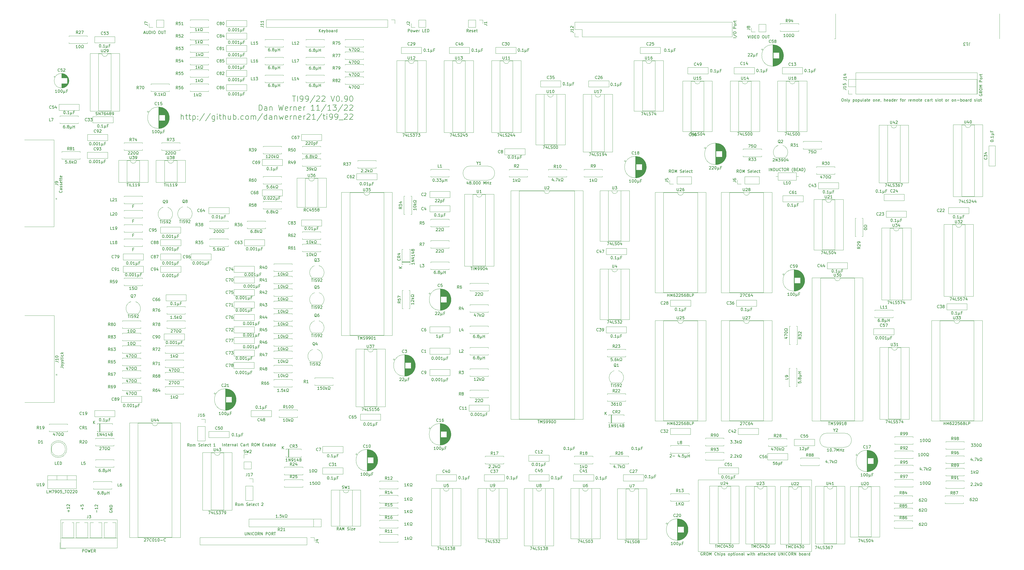
<source format=gbr>
%TF.GenerationSoftware,KiCad,Pcbnew,(6.0.6)*%
%TF.CreationDate,2022-11-20T10:04:09-06:00*%
%TF.ProjectId,Console,436f6e73-6f6c-4652-9e6b-696361645f70,V0.90*%
%TF.SameCoordinates,Original*%
%TF.FileFunction,Legend,Top*%
%TF.FilePolarity,Positive*%
%FSLAX46Y46*%
G04 Gerber Fmt 4.6, Leading zero omitted, Abs format (unit mm)*
G04 Created by KiCad (PCBNEW (6.0.6)) date 2022-11-20 10:04:09*
%MOMM*%
%LPD*%
G01*
G04 APERTURE LIST*
%ADD10C,0.120000*%
%ADD11C,0.150000*%
G04 APERTURE END LIST*
D10*
X305100000Y-221300000D02*
X264700000Y-221300000D01*
X264700000Y-221300000D02*
X264700000Y-195700000D01*
X264700000Y-195700000D02*
X305100000Y-195700000D01*
X305100000Y-195700000D02*
X305100000Y-221300000D01*
D11*
X120197738Y-58784761D02*
X121340595Y-58784761D01*
X120769166Y-60784761D02*
X120769166Y-58784761D01*
X122007261Y-60784761D02*
X122007261Y-58784761D01*
X123054880Y-60784761D02*
X123435833Y-60784761D01*
X123626309Y-60689523D01*
X123721547Y-60594285D01*
X123912023Y-60308571D01*
X124007261Y-59927619D01*
X124007261Y-59165714D01*
X123912023Y-58975238D01*
X123816785Y-58880000D01*
X123626309Y-58784761D01*
X123245357Y-58784761D01*
X123054880Y-58880000D01*
X122959642Y-58975238D01*
X122864404Y-59165714D01*
X122864404Y-59641904D01*
X122959642Y-59832380D01*
X123054880Y-59927619D01*
X123245357Y-60022857D01*
X123626309Y-60022857D01*
X123816785Y-59927619D01*
X123912023Y-59832380D01*
X124007261Y-59641904D01*
X124959642Y-60784761D02*
X125340595Y-60784761D01*
X125531071Y-60689523D01*
X125626309Y-60594285D01*
X125816785Y-60308571D01*
X125912023Y-59927619D01*
X125912023Y-59165714D01*
X125816785Y-58975238D01*
X125721547Y-58880000D01*
X125531071Y-58784761D01*
X125150119Y-58784761D01*
X124959642Y-58880000D01*
X124864404Y-58975238D01*
X124769166Y-59165714D01*
X124769166Y-59641904D01*
X124864404Y-59832380D01*
X124959642Y-59927619D01*
X125150119Y-60022857D01*
X125531071Y-60022857D01*
X125721547Y-59927619D01*
X125816785Y-59832380D01*
X125912023Y-59641904D01*
X128197738Y-58689523D02*
X126483452Y-61260952D01*
X128769166Y-58975238D02*
X128864404Y-58880000D01*
X129054880Y-58784761D01*
X129531071Y-58784761D01*
X129721547Y-58880000D01*
X129816785Y-58975238D01*
X129912023Y-59165714D01*
X129912023Y-59356190D01*
X129816785Y-59641904D01*
X128673928Y-60784761D01*
X129912023Y-60784761D01*
X130673928Y-58975238D02*
X130769166Y-58880000D01*
X130959642Y-58784761D01*
X131435833Y-58784761D01*
X131626309Y-58880000D01*
X131721547Y-58975238D01*
X131816785Y-59165714D01*
X131816785Y-59356190D01*
X131721547Y-59641904D01*
X130578690Y-60784761D01*
X131816785Y-60784761D01*
X133912023Y-58784761D02*
X134578690Y-60784761D01*
X135245357Y-58784761D01*
X136292976Y-58784761D02*
X136483452Y-58784761D01*
X136673928Y-58880000D01*
X136769166Y-58975238D01*
X136864404Y-59165714D01*
X136959642Y-59546666D01*
X136959642Y-60022857D01*
X136864404Y-60403809D01*
X136769166Y-60594285D01*
X136673928Y-60689523D01*
X136483452Y-60784761D01*
X136292976Y-60784761D01*
X136102500Y-60689523D01*
X136007261Y-60594285D01*
X135912023Y-60403809D01*
X135816785Y-60022857D01*
X135816785Y-59546666D01*
X135912023Y-59165714D01*
X136007261Y-58975238D01*
X136102500Y-58880000D01*
X136292976Y-58784761D01*
X137816785Y-60594285D02*
X137912023Y-60689523D01*
X137816785Y-60784761D01*
X137721547Y-60689523D01*
X137816785Y-60594285D01*
X137816785Y-60784761D01*
X138864404Y-60784761D02*
X139245357Y-60784761D01*
X139435833Y-60689523D01*
X139531071Y-60594285D01*
X139721547Y-60308571D01*
X139816785Y-59927619D01*
X139816785Y-59165714D01*
X139721547Y-58975238D01*
X139626309Y-58880000D01*
X139435833Y-58784761D01*
X139054880Y-58784761D01*
X138864404Y-58880000D01*
X138769166Y-58975238D01*
X138673928Y-59165714D01*
X138673928Y-59641904D01*
X138769166Y-59832380D01*
X138864404Y-59927619D01*
X139054880Y-60022857D01*
X139435833Y-60022857D01*
X139626309Y-59927619D01*
X139721547Y-59832380D01*
X139816785Y-59641904D01*
X141054880Y-58784761D02*
X141245357Y-58784761D01*
X141435833Y-58880000D01*
X141531071Y-58975238D01*
X141626309Y-59165714D01*
X141721547Y-59546666D01*
X141721547Y-60022857D01*
X141626309Y-60403809D01*
X141531071Y-60594285D01*
X141435833Y-60689523D01*
X141245357Y-60784761D01*
X141054880Y-60784761D01*
X140864404Y-60689523D01*
X140769166Y-60594285D01*
X140673928Y-60403809D01*
X140578690Y-60022857D01*
X140578690Y-59546666D01*
X140673928Y-59165714D01*
X140769166Y-58975238D01*
X140864404Y-58880000D01*
X141054880Y-58784761D01*
X108292976Y-64004761D02*
X108292976Y-62004761D01*
X108769166Y-62004761D01*
X109054880Y-62100000D01*
X109245357Y-62290476D01*
X109340595Y-62480952D01*
X109435833Y-62861904D01*
X109435833Y-63147619D01*
X109340595Y-63528571D01*
X109245357Y-63719047D01*
X109054880Y-63909523D01*
X108769166Y-64004761D01*
X108292976Y-64004761D01*
X111150119Y-64004761D02*
X111150119Y-62957142D01*
X111054880Y-62766666D01*
X110864404Y-62671428D01*
X110483452Y-62671428D01*
X110292976Y-62766666D01*
X111150119Y-63909523D02*
X110959642Y-64004761D01*
X110483452Y-64004761D01*
X110292976Y-63909523D01*
X110197738Y-63719047D01*
X110197738Y-63528571D01*
X110292976Y-63338095D01*
X110483452Y-63242857D01*
X110959642Y-63242857D01*
X111150119Y-63147619D01*
X112102500Y-62671428D02*
X112102500Y-64004761D01*
X112102500Y-62861904D02*
X112197738Y-62766666D01*
X112388214Y-62671428D01*
X112673928Y-62671428D01*
X112864404Y-62766666D01*
X112959642Y-62957142D01*
X112959642Y-64004761D01*
X115245357Y-62004761D02*
X115721547Y-64004761D01*
X116102500Y-62576190D01*
X116483452Y-64004761D01*
X116959642Y-62004761D01*
X118483452Y-63909523D02*
X118292976Y-64004761D01*
X117912023Y-64004761D01*
X117721547Y-63909523D01*
X117626309Y-63719047D01*
X117626309Y-62957142D01*
X117721547Y-62766666D01*
X117912023Y-62671428D01*
X118292976Y-62671428D01*
X118483452Y-62766666D01*
X118578690Y-62957142D01*
X118578690Y-63147619D01*
X117626309Y-63338095D01*
X119435833Y-64004761D02*
X119435833Y-62671428D01*
X119435833Y-63052380D02*
X119531071Y-62861904D01*
X119626309Y-62766666D01*
X119816785Y-62671428D01*
X120007261Y-62671428D01*
X120673928Y-62671428D02*
X120673928Y-64004761D01*
X120673928Y-62861904D02*
X120769166Y-62766666D01*
X120959642Y-62671428D01*
X121245357Y-62671428D01*
X121435833Y-62766666D01*
X121531071Y-62957142D01*
X121531071Y-64004761D01*
X123245357Y-63909523D02*
X123054880Y-64004761D01*
X122673928Y-64004761D01*
X122483452Y-63909523D01*
X122388214Y-63719047D01*
X122388214Y-62957142D01*
X122483452Y-62766666D01*
X122673928Y-62671428D01*
X123054880Y-62671428D01*
X123245357Y-62766666D01*
X123340595Y-62957142D01*
X123340595Y-63147619D01*
X122388214Y-63338095D01*
X124197738Y-64004761D02*
X124197738Y-62671428D01*
X124197738Y-63052380D02*
X124292976Y-62861904D01*
X124388214Y-62766666D01*
X124578690Y-62671428D01*
X124769166Y-62671428D01*
X128007261Y-64004761D02*
X126864404Y-64004761D01*
X127435833Y-64004761D02*
X127435833Y-62004761D01*
X127245357Y-62290476D01*
X127054880Y-62480952D01*
X126864404Y-62576190D01*
X129912023Y-64004761D02*
X128769166Y-64004761D01*
X129340595Y-64004761D02*
X129340595Y-62004761D01*
X129150119Y-62290476D01*
X128959642Y-62480952D01*
X128769166Y-62576190D01*
X132197738Y-61909523D02*
X130483452Y-64480952D01*
X133912023Y-64004761D02*
X132769166Y-64004761D01*
X133340595Y-64004761D02*
X133340595Y-62004761D01*
X133150119Y-62290476D01*
X132959642Y-62480952D01*
X132769166Y-62576190D01*
X134578690Y-62004761D02*
X135816785Y-62004761D01*
X135150119Y-62766666D01*
X135435833Y-62766666D01*
X135626309Y-62861904D01*
X135721547Y-62957142D01*
X135816785Y-63147619D01*
X135816785Y-63623809D01*
X135721547Y-63814285D01*
X135626309Y-63909523D01*
X135435833Y-64004761D01*
X134864404Y-64004761D01*
X134673928Y-63909523D01*
X134578690Y-63814285D01*
X138102500Y-61909523D02*
X136388214Y-64480952D01*
X138673928Y-62195238D02*
X138769166Y-62100000D01*
X138959642Y-62004761D01*
X139435833Y-62004761D01*
X139626309Y-62100000D01*
X139721547Y-62195238D01*
X139816785Y-62385714D01*
X139816785Y-62576190D01*
X139721547Y-62861904D01*
X138578690Y-64004761D01*
X139816785Y-64004761D01*
X140578690Y-62195238D02*
X140673928Y-62100000D01*
X140864404Y-62004761D01*
X141340595Y-62004761D01*
X141531071Y-62100000D01*
X141626309Y-62195238D01*
X141721547Y-62385714D01*
X141721547Y-62576190D01*
X141626309Y-62861904D01*
X140483452Y-64004761D01*
X141721547Y-64004761D01*
X80578690Y-67224761D02*
X80578690Y-65224761D01*
X81435833Y-67224761D02*
X81435833Y-66177142D01*
X81340595Y-65986666D01*
X81150119Y-65891428D01*
X80864404Y-65891428D01*
X80673928Y-65986666D01*
X80578690Y-66081904D01*
X82102499Y-65891428D02*
X82864404Y-65891428D01*
X82388214Y-65224761D02*
X82388214Y-66939047D01*
X82483452Y-67129523D01*
X82673928Y-67224761D01*
X82864404Y-67224761D01*
X83245357Y-65891428D02*
X84007261Y-65891428D01*
X83531071Y-65224761D02*
X83531071Y-66939047D01*
X83626309Y-67129523D01*
X83816785Y-67224761D01*
X84007261Y-67224761D01*
X84673928Y-65891428D02*
X84673928Y-67891428D01*
X84673928Y-65986666D02*
X84864404Y-65891428D01*
X85245357Y-65891428D01*
X85435833Y-65986666D01*
X85531071Y-66081904D01*
X85626309Y-66272380D01*
X85626309Y-66843809D01*
X85531071Y-67034285D01*
X85435833Y-67129523D01*
X85245357Y-67224761D01*
X84864404Y-67224761D01*
X84673928Y-67129523D01*
X86483452Y-67034285D02*
X86578690Y-67129523D01*
X86483452Y-67224761D01*
X86388214Y-67129523D01*
X86483452Y-67034285D01*
X86483452Y-67224761D01*
X86483452Y-65986666D02*
X86578690Y-66081904D01*
X86483452Y-66177142D01*
X86388214Y-66081904D01*
X86483452Y-65986666D01*
X86483452Y-66177142D01*
X88864404Y-65129523D02*
X87150119Y-67700952D01*
X90959642Y-65129523D02*
X89245357Y-67700952D01*
X92483452Y-65891428D02*
X92483452Y-67510476D01*
X92388214Y-67700952D01*
X92292976Y-67796190D01*
X92102499Y-67891428D01*
X91816785Y-67891428D01*
X91626309Y-67796190D01*
X92483452Y-67129523D02*
X92292976Y-67224761D01*
X91912023Y-67224761D01*
X91721547Y-67129523D01*
X91626309Y-67034285D01*
X91531071Y-66843809D01*
X91531071Y-66272380D01*
X91626309Y-66081904D01*
X91721547Y-65986666D01*
X91912023Y-65891428D01*
X92292976Y-65891428D01*
X92483452Y-65986666D01*
X93435833Y-67224761D02*
X93435833Y-65891428D01*
X93435833Y-65224761D02*
X93340595Y-65320000D01*
X93435833Y-65415238D01*
X93531071Y-65320000D01*
X93435833Y-65224761D01*
X93435833Y-65415238D01*
X94102499Y-65891428D02*
X94864404Y-65891428D01*
X94388214Y-65224761D02*
X94388214Y-66939047D01*
X94483452Y-67129523D01*
X94673928Y-67224761D01*
X94864404Y-67224761D01*
X95531071Y-67224761D02*
X95531071Y-65224761D01*
X96388214Y-67224761D02*
X96388214Y-66177142D01*
X96292976Y-65986666D01*
X96102499Y-65891428D01*
X95816785Y-65891428D01*
X95626309Y-65986666D01*
X95531071Y-66081904D01*
X98197738Y-65891428D02*
X98197738Y-67224761D01*
X97340595Y-65891428D02*
X97340595Y-66939047D01*
X97435833Y-67129523D01*
X97626309Y-67224761D01*
X97912023Y-67224761D01*
X98102499Y-67129523D01*
X98197738Y-67034285D01*
X99150119Y-67224761D02*
X99150119Y-65224761D01*
X99150119Y-65986666D02*
X99340595Y-65891428D01*
X99721547Y-65891428D01*
X99912023Y-65986666D01*
X100007261Y-66081904D01*
X100102499Y-66272380D01*
X100102499Y-66843809D01*
X100007261Y-67034285D01*
X99912023Y-67129523D01*
X99721547Y-67224761D01*
X99340595Y-67224761D01*
X99150119Y-67129523D01*
X100959642Y-67034285D02*
X101054880Y-67129523D01*
X100959642Y-67224761D01*
X100864404Y-67129523D01*
X100959642Y-67034285D01*
X100959642Y-67224761D01*
X102769166Y-67129523D02*
X102578690Y-67224761D01*
X102197738Y-67224761D01*
X102007261Y-67129523D01*
X101912023Y-67034285D01*
X101816785Y-66843809D01*
X101816785Y-66272380D01*
X101912023Y-66081904D01*
X102007261Y-65986666D01*
X102197738Y-65891428D01*
X102578690Y-65891428D01*
X102769166Y-65986666D01*
X103912023Y-67224761D02*
X103721547Y-67129523D01*
X103626309Y-67034285D01*
X103531071Y-66843809D01*
X103531071Y-66272380D01*
X103626309Y-66081904D01*
X103721547Y-65986666D01*
X103912023Y-65891428D01*
X104197738Y-65891428D01*
X104388214Y-65986666D01*
X104483452Y-66081904D01*
X104578690Y-66272380D01*
X104578690Y-66843809D01*
X104483452Y-67034285D01*
X104388214Y-67129523D01*
X104197738Y-67224761D01*
X103912023Y-67224761D01*
X105435833Y-67224761D02*
X105435833Y-65891428D01*
X105435833Y-66081904D02*
X105531071Y-65986666D01*
X105721547Y-65891428D01*
X106007261Y-65891428D01*
X106197738Y-65986666D01*
X106292976Y-66177142D01*
X106292976Y-67224761D01*
X106292976Y-66177142D02*
X106388214Y-65986666D01*
X106578690Y-65891428D01*
X106864404Y-65891428D01*
X107054880Y-65986666D01*
X107150119Y-66177142D01*
X107150119Y-67224761D01*
X109531071Y-65129523D02*
X107816785Y-67700952D01*
X111054880Y-67224761D02*
X111054880Y-65224761D01*
X111054880Y-67129523D02*
X110864404Y-67224761D01*
X110483452Y-67224761D01*
X110292976Y-67129523D01*
X110197738Y-67034285D01*
X110102499Y-66843809D01*
X110102499Y-66272380D01*
X110197738Y-66081904D01*
X110292976Y-65986666D01*
X110483452Y-65891428D01*
X110864404Y-65891428D01*
X111054880Y-65986666D01*
X112864404Y-67224761D02*
X112864404Y-66177142D01*
X112769166Y-65986666D01*
X112578690Y-65891428D01*
X112197738Y-65891428D01*
X112007261Y-65986666D01*
X112864404Y-67129523D02*
X112673928Y-67224761D01*
X112197738Y-67224761D01*
X112007261Y-67129523D01*
X111912023Y-66939047D01*
X111912023Y-66748571D01*
X112007261Y-66558095D01*
X112197738Y-66462857D01*
X112673928Y-66462857D01*
X112864404Y-66367619D01*
X113816785Y-65891428D02*
X113816785Y-67224761D01*
X113816785Y-66081904D02*
X113912023Y-65986666D01*
X114102499Y-65891428D01*
X114388214Y-65891428D01*
X114578690Y-65986666D01*
X114673928Y-66177142D01*
X114673928Y-67224761D01*
X115435833Y-65891428D02*
X115816785Y-67224761D01*
X116197738Y-66272380D01*
X116578690Y-67224761D01*
X116959642Y-65891428D01*
X118483452Y-67129523D02*
X118292976Y-67224761D01*
X117912023Y-67224761D01*
X117721547Y-67129523D01*
X117626309Y-66939047D01*
X117626309Y-66177142D01*
X117721547Y-65986666D01*
X117912023Y-65891428D01*
X118292976Y-65891428D01*
X118483452Y-65986666D01*
X118578690Y-66177142D01*
X118578690Y-66367619D01*
X117626309Y-66558095D01*
X119435833Y-67224761D02*
X119435833Y-65891428D01*
X119435833Y-66272380D02*
X119531071Y-66081904D01*
X119626309Y-65986666D01*
X119816785Y-65891428D01*
X120007261Y-65891428D01*
X120673928Y-65891428D02*
X120673928Y-67224761D01*
X120673928Y-66081904D02*
X120769166Y-65986666D01*
X120959642Y-65891428D01*
X121245357Y-65891428D01*
X121435833Y-65986666D01*
X121531071Y-66177142D01*
X121531071Y-67224761D01*
X123245357Y-67129523D02*
X123054880Y-67224761D01*
X122673928Y-67224761D01*
X122483452Y-67129523D01*
X122388214Y-66939047D01*
X122388214Y-66177142D01*
X122483452Y-65986666D01*
X122673928Y-65891428D01*
X123054880Y-65891428D01*
X123245357Y-65986666D01*
X123340595Y-66177142D01*
X123340595Y-66367619D01*
X122388214Y-66558095D01*
X124197738Y-67224761D02*
X124197738Y-65891428D01*
X124197738Y-66272380D02*
X124292976Y-66081904D01*
X124388214Y-65986666D01*
X124578690Y-65891428D01*
X124769166Y-65891428D01*
X125340595Y-65415238D02*
X125435833Y-65320000D01*
X125626309Y-65224761D01*
X126102499Y-65224761D01*
X126292976Y-65320000D01*
X126388214Y-65415238D01*
X126483452Y-65605714D01*
X126483452Y-65796190D01*
X126388214Y-66081904D01*
X125245357Y-67224761D01*
X126483452Y-67224761D01*
X128388214Y-67224761D02*
X127245357Y-67224761D01*
X127816785Y-67224761D02*
X127816785Y-65224761D01*
X127626309Y-65510476D01*
X127435833Y-65700952D01*
X127245357Y-65796190D01*
X130673928Y-65129523D02*
X128959642Y-67700952D01*
X131054880Y-65891428D02*
X131816785Y-65891428D01*
X131340595Y-65224761D02*
X131340595Y-66939047D01*
X131435833Y-67129523D01*
X131626309Y-67224761D01*
X131816785Y-67224761D01*
X132483452Y-67224761D02*
X132483452Y-65891428D01*
X132483452Y-65224761D02*
X132388214Y-65320000D01*
X132483452Y-65415238D01*
X132578690Y-65320000D01*
X132483452Y-65224761D01*
X132483452Y-65415238D01*
X133531071Y-67224761D02*
X133912023Y-67224761D01*
X134102499Y-67129523D01*
X134197738Y-67034285D01*
X134388214Y-66748571D01*
X134483452Y-66367619D01*
X134483452Y-65605714D01*
X134388214Y-65415238D01*
X134292976Y-65320000D01*
X134102499Y-65224761D01*
X133721547Y-65224761D01*
X133531071Y-65320000D01*
X133435833Y-65415238D01*
X133340595Y-65605714D01*
X133340595Y-66081904D01*
X133435833Y-66272380D01*
X133531071Y-66367619D01*
X133721547Y-66462857D01*
X134102499Y-66462857D01*
X134292976Y-66367619D01*
X134388214Y-66272380D01*
X134483452Y-66081904D01*
X135435833Y-67224761D02*
X135816785Y-67224761D01*
X136007261Y-67129523D01*
X136102500Y-67034285D01*
X136292976Y-66748571D01*
X136388214Y-66367619D01*
X136388214Y-65605714D01*
X136292976Y-65415238D01*
X136197738Y-65320000D01*
X136007261Y-65224761D01*
X135626309Y-65224761D01*
X135435833Y-65320000D01*
X135340595Y-65415238D01*
X135245357Y-65605714D01*
X135245357Y-66081904D01*
X135340595Y-66272380D01*
X135435833Y-66367619D01*
X135626309Y-66462857D01*
X136007261Y-66462857D01*
X136197738Y-66367619D01*
X136292976Y-66272380D01*
X136388214Y-66081904D01*
X136769166Y-67415238D02*
X138292976Y-67415238D01*
X138673928Y-65415238D02*
X138769166Y-65320000D01*
X138959642Y-65224761D01*
X139435833Y-65224761D01*
X139626309Y-65320000D01*
X139721547Y-65415238D01*
X139816785Y-65605714D01*
X139816785Y-65796190D01*
X139721547Y-66081904D01*
X138578690Y-67224761D01*
X139816785Y-67224761D01*
X140578690Y-65415238D02*
X140673928Y-65320000D01*
X140864404Y-65224761D01*
X141340595Y-65224761D01*
X141531071Y-65320000D01*
X141626309Y-65415238D01*
X141721547Y-65605714D01*
X141721547Y-65796190D01*
X141626309Y-66081904D01*
X140483452Y-67224761D01*
X141721547Y-67224761D01*
X40471428Y-207233333D02*
X40471428Y-206471428D01*
X40852380Y-206852380D02*
X40090476Y-206852380D01*
X40852380Y-205471428D02*
X40852380Y-206042857D01*
X40852380Y-205757142D02*
X39852380Y-205757142D01*
X39995238Y-205852380D01*
X40090476Y-205947619D01*
X40138095Y-206042857D01*
X39947619Y-205090476D02*
X39900000Y-205042857D01*
X39852380Y-204947619D01*
X39852380Y-204709523D01*
X39900000Y-204614285D01*
X39947619Y-204566666D01*
X40042857Y-204519047D01*
X40138095Y-204519047D01*
X40280952Y-204566666D01*
X40852380Y-205138095D01*
X40852380Y-204519047D01*
X55100000Y-206861904D02*
X55052380Y-206957142D01*
X55052380Y-207100000D01*
X55100000Y-207242857D01*
X55195238Y-207338095D01*
X55290476Y-207385714D01*
X55480952Y-207433333D01*
X55623809Y-207433333D01*
X55814285Y-207385714D01*
X55909523Y-207338095D01*
X56004761Y-207242857D01*
X56052380Y-207100000D01*
X56052380Y-207004761D01*
X56004761Y-206861904D01*
X55957142Y-206814285D01*
X55623809Y-206814285D01*
X55623809Y-207004761D01*
X56052380Y-206385714D02*
X55052380Y-206385714D01*
X56052380Y-205814285D01*
X55052380Y-205814285D01*
X56052380Y-205338095D02*
X55052380Y-205338095D01*
X55052380Y-205100000D01*
X55100000Y-204957142D01*
X55195238Y-204861904D01*
X55290476Y-204814285D01*
X55480952Y-204766666D01*
X55623809Y-204766666D01*
X55814285Y-204814285D01*
X55909523Y-204861904D01*
X56004761Y-204957142D01*
X56052380Y-205100000D01*
X56052380Y-205338095D01*
X45371428Y-206357142D02*
X45371428Y-205595238D01*
X45752380Y-205976190D02*
X44990476Y-205976190D01*
X44752380Y-204642857D02*
X44752380Y-205119047D01*
X45228571Y-205166666D01*
X45180952Y-205119047D01*
X45133333Y-205023809D01*
X45133333Y-204785714D01*
X45180952Y-204690476D01*
X45228571Y-204642857D01*
X45323809Y-204595238D01*
X45561904Y-204595238D01*
X45657142Y-204642857D01*
X45704761Y-204690476D01*
X45752380Y-204785714D01*
X45752380Y-205023809D01*
X45704761Y-205119047D01*
X45657142Y-205166666D01*
X316057142Y-59752380D02*
X316247619Y-59752380D01*
X316342857Y-59800000D01*
X316438095Y-59895238D01*
X316485714Y-60085714D01*
X316485714Y-60419047D01*
X316438095Y-60609523D01*
X316342857Y-60704761D01*
X316247619Y-60752380D01*
X316057142Y-60752380D01*
X315961904Y-60704761D01*
X315866666Y-60609523D01*
X315819047Y-60419047D01*
X315819047Y-60085714D01*
X315866666Y-59895238D01*
X315961904Y-59800000D01*
X316057142Y-59752380D01*
X316914285Y-60085714D02*
X316914285Y-60752380D01*
X316914285Y-60180952D02*
X316961904Y-60133333D01*
X317057142Y-60085714D01*
X317200000Y-60085714D01*
X317295238Y-60133333D01*
X317342857Y-60228571D01*
X317342857Y-60752380D01*
X317961904Y-60752380D02*
X317866666Y-60704761D01*
X317819047Y-60609523D01*
X317819047Y-59752380D01*
X318247619Y-60085714D02*
X318485714Y-60752380D01*
X318723809Y-60085714D02*
X318485714Y-60752380D01*
X318390476Y-60990476D01*
X318342857Y-61038095D01*
X318247619Y-61085714D01*
X319866666Y-60085714D02*
X319866666Y-61085714D01*
X319866666Y-60133333D02*
X319961904Y-60085714D01*
X320152380Y-60085714D01*
X320247619Y-60133333D01*
X320295238Y-60180952D01*
X320342857Y-60276190D01*
X320342857Y-60561904D01*
X320295238Y-60657142D01*
X320247619Y-60704761D01*
X320152380Y-60752380D01*
X319961904Y-60752380D01*
X319866666Y-60704761D01*
X320914285Y-60752380D02*
X320819047Y-60704761D01*
X320771428Y-60657142D01*
X320723809Y-60561904D01*
X320723809Y-60276190D01*
X320771428Y-60180952D01*
X320819047Y-60133333D01*
X320914285Y-60085714D01*
X321057142Y-60085714D01*
X321152380Y-60133333D01*
X321200000Y-60180952D01*
X321247619Y-60276190D01*
X321247619Y-60561904D01*
X321200000Y-60657142D01*
X321152380Y-60704761D01*
X321057142Y-60752380D01*
X320914285Y-60752380D01*
X321676190Y-60085714D02*
X321676190Y-61085714D01*
X321676190Y-60133333D02*
X321771428Y-60085714D01*
X321961904Y-60085714D01*
X322057142Y-60133333D01*
X322104761Y-60180952D01*
X322152380Y-60276190D01*
X322152380Y-60561904D01*
X322104761Y-60657142D01*
X322057142Y-60704761D01*
X321961904Y-60752380D01*
X321771428Y-60752380D01*
X321676190Y-60704761D01*
X323009523Y-60085714D02*
X323009523Y-60752380D01*
X322580952Y-60085714D02*
X322580952Y-60609523D01*
X322628571Y-60704761D01*
X322723809Y-60752380D01*
X322866666Y-60752380D01*
X322961904Y-60704761D01*
X323009523Y-60657142D01*
X323628571Y-60752380D02*
X323533333Y-60704761D01*
X323485714Y-60609523D01*
X323485714Y-59752380D01*
X324438095Y-60752380D02*
X324438095Y-60228571D01*
X324390476Y-60133333D01*
X324295238Y-60085714D01*
X324104761Y-60085714D01*
X324009523Y-60133333D01*
X324438095Y-60704761D02*
X324342857Y-60752380D01*
X324104761Y-60752380D01*
X324009523Y-60704761D01*
X323961904Y-60609523D01*
X323961904Y-60514285D01*
X324009523Y-60419047D01*
X324104761Y-60371428D01*
X324342857Y-60371428D01*
X324438095Y-60323809D01*
X324771428Y-60085714D02*
X325152380Y-60085714D01*
X324914285Y-59752380D02*
X324914285Y-60609523D01*
X324961904Y-60704761D01*
X325057142Y-60752380D01*
X325152380Y-60752380D01*
X325866666Y-60704761D02*
X325771428Y-60752380D01*
X325580952Y-60752380D01*
X325485714Y-60704761D01*
X325438095Y-60609523D01*
X325438095Y-60228571D01*
X325485714Y-60133333D01*
X325580952Y-60085714D01*
X325771428Y-60085714D01*
X325866666Y-60133333D01*
X325914285Y-60228571D01*
X325914285Y-60323809D01*
X325438095Y-60419047D01*
X327247619Y-60752380D02*
X327152380Y-60704761D01*
X327104761Y-60657142D01*
X327057142Y-60561904D01*
X327057142Y-60276190D01*
X327104761Y-60180952D01*
X327152380Y-60133333D01*
X327247619Y-60085714D01*
X327390476Y-60085714D01*
X327485714Y-60133333D01*
X327533333Y-60180952D01*
X327580952Y-60276190D01*
X327580952Y-60561904D01*
X327533333Y-60657142D01*
X327485714Y-60704761D01*
X327390476Y-60752380D01*
X327247619Y-60752380D01*
X328009523Y-60085714D02*
X328009523Y-60752380D01*
X328009523Y-60180952D02*
X328057142Y-60133333D01*
X328152380Y-60085714D01*
X328295238Y-60085714D01*
X328390476Y-60133333D01*
X328438095Y-60228571D01*
X328438095Y-60752380D01*
X329295238Y-60704761D02*
X329200000Y-60752380D01*
X329009523Y-60752380D01*
X328914285Y-60704761D01*
X328866666Y-60609523D01*
X328866666Y-60228571D01*
X328914285Y-60133333D01*
X329009523Y-60085714D01*
X329200000Y-60085714D01*
X329295238Y-60133333D01*
X329342857Y-60228571D01*
X329342857Y-60323809D01*
X328866666Y-60419047D01*
X329819047Y-60704761D02*
X329819047Y-60752380D01*
X329771428Y-60847619D01*
X329723809Y-60895238D01*
X331009523Y-60752380D02*
X331009523Y-59752380D01*
X331438095Y-60752380D02*
X331438095Y-60228571D01*
X331390476Y-60133333D01*
X331295238Y-60085714D01*
X331152380Y-60085714D01*
X331057142Y-60133333D01*
X331009523Y-60180952D01*
X332295238Y-60704761D02*
X332200000Y-60752380D01*
X332009523Y-60752380D01*
X331914285Y-60704761D01*
X331866666Y-60609523D01*
X331866666Y-60228571D01*
X331914285Y-60133333D01*
X332009523Y-60085714D01*
X332200000Y-60085714D01*
X332295238Y-60133333D01*
X332342857Y-60228571D01*
X332342857Y-60323809D01*
X331866666Y-60419047D01*
X333200000Y-60752380D02*
X333200000Y-60228571D01*
X333152380Y-60133333D01*
X333057142Y-60085714D01*
X332866666Y-60085714D01*
X332771428Y-60133333D01*
X333200000Y-60704761D02*
X333104761Y-60752380D01*
X332866666Y-60752380D01*
X332771428Y-60704761D01*
X332723809Y-60609523D01*
X332723809Y-60514285D01*
X332771428Y-60419047D01*
X332866666Y-60371428D01*
X333104761Y-60371428D01*
X333200000Y-60323809D01*
X334104761Y-60752380D02*
X334104761Y-59752380D01*
X334104761Y-60704761D02*
X334009523Y-60752380D01*
X333819047Y-60752380D01*
X333723809Y-60704761D01*
X333676190Y-60657142D01*
X333628571Y-60561904D01*
X333628571Y-60276190D01*
X333676190Y-60180952D01*
X333723809Y-60133333D01*
X333819047Y-60085714D01*
X334009523Y-60085714D01*
X334104761Y-60133333D01*
X334961904Y-60704761D02*
X334866666Y-60752380D01*
X334676190Y-60752380D01*
X334580952Y-60704761D01*
X334533333Y-60609523D01*
X334533333Y-60228571D01*
X334580952Y-60133333D01*
X334676190Y-60085714D01*
X334866666Y-60085714D01*
X334961904Y-60133333D01*
X335009523Y-60228571D01*
X335009523Y-60323809D01*
X334533333Y-60419047D01*
X335438095Y-60752380D02*
X335438095Y-60085714D01*
X335438095Y-60276190D02*
X335485714Y-60180952D01*
X335533333Y-60133333D01*
X335628571Y-60085714D01*
X335723809Y-60085714D01*
X336676190Y-60085714D02*
X337057142Y-60085714D01*
X336819047Y-60752380D02*
X336819047Y-59895238D01*
X336866666Y-59800000D01*
X336961904Y-59752380D01*
X337057142Y-59752380D01*
X337533333Y-60752380D02*
X337438095Y-60704761D01*
X337390476Y-60657142D01*
X337342857Y-60561904D01*
X337342857Y-60276190D01*
X337390476Y-60180952D01*
X337438095Y-60133333D01*
X337533333Y-60085714D01*
X337676190Y-60085714D01*
X337771428Y-60133333D01*
X337819047Y-60180952D01*
X337866666Y-60276190D01*
X337866666Y-60561904D01*
X337819047Y-60657142D01*
X337771428Y-60704761D01*
X337676190Y-60752380D01*
X337533333Y-60752380D01*
X338295238Y-60752380D02*
X338295238Y-60085714D01*
X338295238Y-60276190D02*
X338342857Y-60180952D01*
X338390476Y-60133333D01*
X338485714Y-60085714D01*
X338580952Y-60085714D01*
X339676190Y-60752380D02*
X339676190Y-60085714D01*
X339676190Y-60276190D02*
X339723809Y-60180952D01*
X339771428Y-60133333D01*
X339866666Y-60085714D01*
X339961904Y-60085714D01*
X340676190Y-60704761D02*
X340580952Y-60752380D01*
X340390476Y-60752380D01*
X340295238Y-60704761D01*
X340247619Y-60609523D01*
X340247619Y-60228571D01*
X340295238Y-60133333D01*
X340390476Y-60085714D01*
X340580952Y-60085714D01*
X340676190Y-60133333D01*
X340723809Y-60228571D01*
X340723809Y-60323809D01*
X340247619Y-60419047D01*
X341152380Y-60752380D02*
X341152380Y-60085714D01*
X341152380Y-60180952D02*
X341199999Y-60133333D01*
X341295238Y-60085714D01*
X341438095Y-60085714D01*
X341533333Y-60133333D01*
X341580952Y-60228571D01*
X341580952Y-60752380D01*
X341580952Y-60228571D02*
X341628571Y-60133333D01*
X341723809Y-60085714D01*
X341866666Y-60085714D01*
X341961904Y-60133333D01*
X342009523Y-60228571D01*
X342009523Y-60752380D01*
X342628571Y-60752380D02*
X342533333Y-60704761D01*
X342485714Y-60657142D01*
X342438095Y-60561904D01*
X342438095Y-60276190D01*
X342485714Y-60180952D01*
X342533333Y-60133333D01*
X342628571Y-60085714D01*
X342771428Y-60085714D01*
X342866666Y-60133333D01*
X342914285Y-60180952D01*
X342961904Y-60276190D01*
X342961904Y-60561904D01*
X342914285Y-60657142D01*
X342866666Y-60704761D01*
X342771428Y-60752380D01*
X342628571Y-60752380D01*
X343247619Y-60085714D02*
X343628571Y-60085714D01*
X343390476Y-59752380D02*
X343390476Y-60609523D01*
X343438095Y-60704761D01*
X343533333Y-60752380D01*
X343628571Y-60752380D01*
X344342857Y-60704761D02*
X344247619Y-60752380D01*
X344057142Y-60752380D01*
X343961904Y-60704761D01*
X343914285Y-60609523D01*
X343914285Y-60228571D01*
X343961904Y-60133333D01*
X344057142Y-60085714D01*
X344247619Y-60085714D01*
X344342857Y-60133333D01*
X344390476Y-60228571D01*
X344390476Y-60323809D01*
X343914285Y-60419047D01*
X346009523Y-60704761D02*
X345914285Y-60752380D01*
X345723809Y-60752380D01*
X345628571Y-60704761D01*
X345580952Y-60657142D01*
X345533333Y-60561904D01*
X345533333Y-60276190D01*
X345580952Y-60180952D01*
X345628571Y-60133333D01*
X345723809Y-60085714D01*
X345914285Y-60085714D01*
X346009523Y-60133333D01*
X346866666Y-60752380D02*
X346866666Y-60228571D01*
X346819047Y-60133333D01*
X346723809Y-60085714D01*
X346533333Y-60085714D01*
X346438095Y-60133333D01*
X346866666Y-60704761D02*
X346771428Y-60752380D01*
X346533333Y-60752380D01*
X346438095Y-60704761D01*
X346390476Y-60609523D01*
X346390476Y-60514285D01*
X346438095Y-60419047D01*
X346533333Y-60371428D01*
X346771428Y-60371428D01*
X346866666Y-60323809D01*
X347342857Y-60752380D02*
X347342857Y-60085714D01*
X347342857Y-60276190D02*
X347390476Y-60180952D01*
X347438095Y-60133333D01*
X347533333Y-60085714D01*
X347628571Y-60085714D01*
X347819047Y-60085714D02*
X348199999Y-60085714D01*
X347961904Y-59752380D02*
X347961904Y-60609523D01*
X348009523Y-60704761D01*
X348104761Y-60752380D01*
X348199999Y-60752380D01*
X349247619Y-60704761D02*
X349342857Y-60752380D01*
X349533333Y-60752380D01*
X349628571Y-60704761D01*
X349676190Y-60609523D01*
X349676190Y-60561904D01*
X349628571Y-60466666D01*
X349533333Y-60419047D01*
X349390476Y-60419047D01*
X349295238Y-60371428D01*
X349247619Y-60276190D01*
X349247619Y-60228571D01*
X349295238Y-60133333D01*
X349390476Y-60085714D01*
X349533333Y-60085714D01*
X349628571Y-60133333D01*
X350247619Y-60752380D02*
X350152380Y-60704761D01*
X350104761Y-60609523D01*
X350104761Y-59752380D01*
X350771428Y-60752380D02*
X350676190Y-60704761D01*
X350628571Y-60657142D01*
X350580952Y-60561904D01*
X350580952Y-60276190D01*
X350628571Y-60180952D01*
X350676190Y-60133333D01*
X350771428Y-60085714D01*
X350914285Y-60085714D01*
X351009523Y-60133333D01*
X351057142Y-60180952D01*
X351104761Y-60276190D01*
X351104761Y-60561904D01*
X351057142Y-60657142D01*
X351009523Y-60704761D01*
X350914285Y-60752380D01*
X350771428Y-60752380D01*
X351390476Y-60085714D02*
X351771428Y-60085714D01*
X351533333Y-59752380D02*
X351533333Y-60609523D01*
X351580952Y-60704761D01*
X351676190Y-60752380D01*
X351771428Y-60752380D01*
X353009523Y-60752380D02*
X352914285Y-60704761D01*
X352866666Y-60657142D01*
X352819047Y-60561904D01*
X352819047Y-60276190D01*
X352866666Y-60180952D01*
X352914285Y-60133333D01*
X353009523Y-60085714D01*
X353152380Y-60085714D01*
X353247619Y-60133333D01*
X353295238Y-60180952D01*
X353342857Y-60276190D01*
X353342857Y-60561904D01*
X353295238Y-60657142D01*
X353247619Y-60704761D01*
X353152380Y-60752380D01*
X353009523Y-60752380D01*
X353771428Y-60752380D02*
X353771428Y-60085714D01*
X353771428Y-60276190D02*
X353819047Y-60180952D01*
X353866666Y-60133333D01*
X353961904Y-60085714D01*
X354057142Y-60085714D01*
X355295238Y-60752380D02*
X355199999Y-60704761D01*
X355152380Y-60657142D01*
X355104761Y-60561904D01*
X355104761Y-60276190D01*
X355152380Y-60180952D01*
X355199999Y-60133333D01*
X355295238Y-60085714D01*
X355438095Y-60085714D01*
X355533333Y-60133333D01*
X355580952Y-60180952D01*
X355628571Y-60276190D01*
X355628571Y-60561904D01*
X355580952Y-60657142D01*
X355533333Y-60704761D01*
X355438095Y-60752380D01*
X355295238Y-60752380D01*
X356057142Y-60085714D02*
X356057142Y-60752380D01*
X356057142Y-60180952D02*
X356104761Y-60133333D01*
X356199999Y-60085714D01*
X356342857Y-60085714D01*
X356438095Y-60133333D01*
X356485714Y-60228571D01*
X356485714Y-60752380D01*
X356961904Y-60371428D02*
X357723809Y-60371428D01*
X358199999Y-60752380D02*
X358199999Y-59752380D01*
X358199999Y-60133333D02*
X358295238Y-60085714D01*
X358485714Y-60085714D01*
X358580952Y-60133333D01*
X358628571Y-60180952D01*
X358676190Y-60276190D01*
X358676190Y-60561904D01*
X358628571Y-60657142D01*
X358580952Y-60704761D01*
X358485714Y-60752380D01*
X358295238Y-60752380D01*
X358199999Y-60704761D01*
X359247619Y-60752380D02*
X359152380Y-60704761D01*
X359104761Y-60657142D01*
X359057142Y-60561904D01*
X359057142Y-60276190D01*
X359104761Y-60180952D01*
X359152380Y-60133333D01*
X359247619Y-60085714D01*
X359390476Y-60085714D01*
X359485714Y-60133333D01*
X359533333Y-60180952D01*
X359580952Y-60276190D01*
X359580952Y-60561904D01*
X359533333Y-60657142D01*
X359485714Y-60704761D01*
X359390476Y-60752380D01*
X359247619Y-60752380D01*
X360438095Y-60752380D02*
X360438095Y-60228571D01*
X360390476Y-60133333D01*
X360295238Y-60085714D01*
X360104761Y-60085714D01*
X360009523Y-60133333D01*
X360438095Y-60704761D02*
X360342857Y-60752380D01*
X360104761Y-60752380D01*
X360009523Y-60704761D01*
X359961904Y-60609523D01*
X359961904Y-60514285D01*
X360009523Y-60419047D01*
X360104761Y-60371428D01*
X360342857Y-60371428D01*
X360438095Y-60323809D01*
X360914285Y-60752380D02*
X360914285Y-60085714D01*
X360914285Y-60276190D02*
X360961904Y-60180952D01*
X361009523Y-60133333D01*
X361104761Y-60085714D01*
X361199999Y-60085714D01*
X361961904Y-60752380D02*
X361961904Y-59752380D01*
X361961904Y-60704761D02*
X361866666Y-60752380D01*
X361676190Y-60752380D01*
X361580952Y-60704761D01*
X361533333Y-60657142D01*
X361485714Y-60561904D01*
X361485714Y-60276190D01*
X361533333Y-60180952D01*
X361580952Y-60133333D01*
X361676190Y-60085714D01*
X361866666Y-60085714D01*
X361961904Y-60133333D01*
X363152380Y-60704761D02*
X363247619Y-60752380D01*
X363438095Y-60752380D01*
X363533333Y-60704761D01*
X363580952Y-60609523D01*
X363580952Y-60561904D01*
X363533333Y-60466666D01*
X363438095Y-60419047D01*
X363295238Y-60419047D01*
X363199999Y-60371428D01*
X363152380Y-60276190D01*
X363152380Y-60228571D01*
X363199999Y-60133333D01*
X363295238Y-60085714D01*
X363438095Y-60085714D01*
X363533333Y-60133333D01*
X364152380Y-60752380D02*
X364057142Y-60704761D01*
X364009523Y-60609523D01*
X364009523Y-59752380D01*
X364676190Y-60752380D02*
X364580952Y-60704761D01*
X364533333Y-60657142D01*
X364485714Y-60561904D01*
X364485714Y-60276190D01*
X364533333Y-60180952D01*
X364580952Y-60133333D01*
X364676190Y-60085714D01*
X364819047Y-60085714D01*
X364914285Y-60133333D01*
X364961904Y-60180952D01*
X365009523Y-60276190D01*
X365009523Y-60561904D01*
X364961904Y-60657142D01*
X364914285Y-60704761D01*
X364819047Y-60752380D01*
X364676190Y-60752380D01*
X365295238Y-60085714D02*
X365676190Y-60085714D01*
X365438095Y-59752380D02*
X365438095Y-60609523D01*
X365485714Y-60704761D01*
X365580952Y-60752380D01*
X365676190Y-60752380D01*
X266195238Y-221700000D02*
X266099999Y-221652380D01*
X265957142Y-221652380D01*
X265814285Y-221700000D01*
X265719047Y-221795238D01*
X265671428Y-221890476D01*
X265623809Y-222080952D01*
X265623809Y-222223809D01*
X265671428Y-222414285D01*
X265719047Y-222509523D01*
X265814285Y-222604761D01*
X265957142Y-222652380D01*
X266052380Y-222652380D01*
X266195238Y-222604761D01*
X266242857Y-222557142D01*
X266242857Y-222223809D01*
X266052380Y-222223809D01*
X267242857Y-222652380D02*
X266909523Y-222176190D01*
X266671428Y-222652380D02*
X266671428Y-221652380D01*
X267052380Y-221652380D01*
X267147619Y-221700000D01*
X267195238Y-221747619D01*
X267242857Y-221842857D01*
X267242857Y-221985714D01*
X267195238Y-222080952D01*
X267147619Y-222128571D01*
X267052380Y-222176190D01*
X266671428Y-222176190D01*
X267861904Y-221652380D02*
X268052380Y-221652380D01*
X268147619Y-221700000D01*
X268242857Y-221795238D01*
X268290476Y-221985714D01*
X268290476Y-222319047D01*
X268242857Y-222509523D01*
X268147619Y-222604761D01*
X268052380Y-222652380D01*
X267861904Y-222652380D01*
X267766666Y-222604761D01*
X267671428Y-222509523D01*
X267623809Y-222319047D01*
X267623809Y-221985714D01*
X267671428Y-221795238D01*
X267766666Y-221700000D01*
X267861904Y-221652380D01*
X268719047Y-222652380D02*
X268719047Y-221652380D01*
X269052380Y-222366666D01*
X269385714Y-221652380D01*
X269385714Y-222652380D01*
X271195238Y-222557142D02*
X271147619Y-222604761D01*
X271004761Y-222652380D01*
X270909523Y-222652380D01*
X270766666Y-222604761D01*
X270671428Y-222509523D01*
X270623809Y-222414285D01*
X270576190Y-222223809D01*
X270576190Y-222080952D01*
X270623809Y-221890476D01*
X270671428Y-221795238D01*
X270766666Y-221700000D01*
X270909523Y-221652380D01*
X271004761Y-221652380D01*
X271147619Y-221700000D01*
X271195238Y-221747619D01*
X271623809Y-222652380D02*
X271623809Y-221652380D01*
X272052380Y-222652380D02*
X272052380Y-222128571D01*
X272004761Y-222033333D01*
X271909523Y-221985714D01*
X271766666Y-221985714D01*
X271671428Y-222033333D01*
X271623809Y-222080952D01*
X272528571Y-222652380D02*
X272528571Y-221985714D01*
X272528571Y-221652380D02*
X272480952Y-221700000D01*
X272528571Y-221747619D01*
X272576190Y-221700000D01*
X272528571Y-221652380D01*
X272528571Y-221747619D01*
X273004761Y-221985714D02*
X273004761Y-222985714D01*
X273004761Y-222033333D02*
X273100000Y-221985714D01*
X273290476Y-221985714D01*
X273385714Y-222033333D01*
X273433333Y-222080952D01*
X273480952Y-222176190D01*
X273480952Y-222461904D01*
X273433333Y-222557142D01*
X273385714Y-222604761D01*
X273290476Y-222652380D01*
X273100000Y-222652380D01*
X273004761Y-222604761D01*
X273861904Y-222604761D02*
X273957142Y-222652380D01*
X274147619Y-222652380D01*
X274242857Y-222604761D01*
X274290476Y-222509523D01*
X274290476Y-222461904D01*
X274242857Y-222366666D01*
X274147619Y-222319047D01*
X274004761Y-222319047D01*
X273909523Y-222271428D01*
X273861904Y-222176190D01*
X273861904Y-222128571D01*
X273909523Y-222033333D01*
X274004761Y-221985714D01*
X274147619Y-221985714D01*
X274242857Y-222033333D01*
X275623809Y-222652380D02*
X275528571Y-222604761D01*
X275480952Y-222557142D01*
X275433333Y-222461904D01*
X275433333Y-222176190D01*
X275480952Y-222080952D01*
X275528571Y-222033333D01*
X275623809Y-221985714D01*
X275766666Y-221985714D01*
X275861904Y-222033333D01*
X275909523Y-222080952D01*
X275957142Y-222176190D01*
X275957142Y-222461904D01*
X275909523Y-222557142D01*
X275861904Y-222604761D01*
X275766666Y-222652380D01*
X275623809Y-222652380D01*
X276385714Y-221985714D02*
X276385714Y-222985714D01*
X276385714Y-222033333D02*
X276480952Y-221985714D01*
X276671428Y-221985714D01*
X276766666Y-222033333D01*
X276814285Y-222080952D01*
X276861904Y-222176190D01*
X276861904Y-222461904D01*
X276814285Y-222557142D01*
X276766666Y-222604761D01*
X276671428Y-222652380D01*
X276480952Y-222652380D01*
X276385714Y-222604761D01*
X277147619Y-221985714D02*
X277528571Y-221985714D01*
X277290476Y-221652380D02*
X277290476Y-222509523D01*
X277338095Y-222604761D01*
X277433333Y-222652380D01*
X277528571Y-222652380D01*
X277861904Y-222652380D02*
X277861904Y-221985714D01*
X277861904Y-221652380D02*
X277814285Y-221700000D01*
X277861904Y-221747619D01*
X277909523Y-221700000D01*
X277861904Y-221652380D01*
X277861904Y-221747619D01*
X278480952Y-222652380D02*
X278385714Y-222604761D01*
X278338095Y-222557142D01*
X278290476Y-222461904D01*
X278290476Y-222176190D01*
X278338095Y-222080952D01*
X278385714Y-222033333D01*
X278480952Y-221985714D01*
X278623809Y-221985714D01*
X278719047Y-222033333D01*
X278766666Y-222080952D01*
X278814285Y-222176190D01*
X278814285Y-222461904D01*
X278766666Y-222557142D01*
X278719047Y-222604761D01*
X278623809Y-222652380D01*
X278480952Y-222652380D01*
X279242857Y-221985714D02*
X279242857Y-222652380D01*
X279242857Y-222080952D02*
X279290476Y-222033333D01*
X279385714Y-221985714D01*
X279528571Y-221985714D01*
X279623809Y-222033333D01*
X279671428Y-222128571D01*
X279671428Y-222652380D01*
X280576190Y-222652380D02*
X280576190Y-222128571D01*
X280528571Y-222033333D01*
X280433333Y-221985714D01*
X280242857Y-221985714D01*
X280147619Y-222033333D01*
X280576190Y-222604761D02*
X280480952Y-222652380D01*
X280242857Y-222652380D01*
X280147619Y-222604761D01*
X280100000Y-222509523D01*
X280100000Y-222414285D01*
X280147619Y-222319047D01*
X280242857Y-222271428D01*
X280480952Y-222271428D01*
X280576190Y-222223809D01*
X281195238Y-222652380D02*
X281100000Y-222604761D01*
X281052380Y-222509523D01*
X281052380Y-221652380D01*
X282242857Y-221985714D02*
X282433333Y-222652380D01*
X282623809Y-222176190D01*
X282814285Y-222652380D01*
X283004761Y-221985714D01*
X283385714Y-222652380D02*
X283385714Y-221985714D01*
X283385714Y-221652380D02*
X283338095Y-221700000D01*
X283385714Y-221747619D01*
X283433333Y-221700000D01*
X283385714Y-221652380D01*
X283385714Y-221747619D01*
X283719047Y-221985714D02*
X284100000Y-221985714D01*
X283861904Y-221652380D02*
X283861904Y-222509523D01*
X283909523Y-222604761D01*
X284004761Y-222652380D01*
X284100000Y-222652380D01*
X284433333Y-222652380D02*
X284433333Y-221652380D01*
X284861904Y-222652380D02*
X284861904Y-222128571D01*
X284814285Y-222033333D01*
X284719047Y-221985714D01*
X284576190Y-221985714D01*
X284480952Y-222033333D01*
X284433333Y-222080952D01*
X286528571Y-222652380D02*
X286528571Y-222128571D01*
X286480952Y-222033333D01*
X286385714Y-221985714D01*
X286195238Y-221985714D01*
X286100000Y-222033333D01*
X286528571Y-222604761D02*
X286433333Y-222652380D01*
X286195238Y-222652380D01*
X286100000Y-222604761D01*
X286052380Y-222509523D01*
X286052380Y-222414285D01*
X286100000Y-222319047D01*
X286195238Y-222271428D01*
X286433333Y-222271428D01*
X286528571Y-222223809D01*
X286861904Y-221985714D02*
X287242857Y-221985714D01*
X287004761Y-221652380D02*
X287004761Y-222509523D01*
X287052380Y-222604761D01*
X287147619Y-222652380D01*
X287242857Y-222652380D01*
X287433333Y-221985714D02*
X287814285Y-221985714D01*
X287576190Y-221652380D02*
X287576190Y-222509523D01*
X287623809Y-222604761D01*
X287719047Y-222652380D01*
X287814285Y-222652380D01*
X288576190Y-222652380D02*
X288576190Y-222128571D01*
X288528571Y-222033333D01*
X288433333Y-221985714D01*
X288242857Y-221985714D01*
X288147619Y-222033333D01*
X288576190Y-222604761D02*
X288480952Y-222652380D01*
X288242857Y-222652380D01*
X288147619Y-222604761D01*
X288100000Y-222509523D01*
X288100000Y-222414285D01*
X288147619Y-222319047D01*
X288242857Y-222271428D01*
X288480952Y-222271428D01*
X288576190Y-222223809D01*
X289480952Y-222604761D02*
X289385714Y-222652380D01*
X289195238Y-222652380D01*
X289100000Y-222604761D01*
X289052380Y-222557142D01*
X289004761Y-222461904D01*
X289004761Y-222176190D01*
X289052380Y-222080952D01*
X289100000Y-222033333D01*
X289195238Y-221985714D01*
X289385714Y-221985714D01*
X289480952Y-222033333D01*
X289909523Y-222652380D02*
X289909523Y-221652380D01*
X290338095Y-222652380D02*
X290338095Y-222128571D01*
X290290476Y-222033333D01*
X290195238Y-221985714D01*
X290052380Y-221985714D01*
X289957142Y-222033333D01*
X289909523Y-222080952D01*
X291195238Y-222604761D02*
X291100000Y-222652380D01*
X290909523Y-222652380D01*
X290814285Y-222604761D01*
X290766666Y-222509523D01*
X290766666Y-222128571D01*
X290814285Y-222033333D01*
X290909523Y-221985714D01*
X291100000Y-221985714D01*
X291195238Y-222033333D01*
X291242857Y-222128571D01*
X291242857Y-222223809D01*
X290766666Y-222319047D01*
X292100000Y-222652380D02*
X292100000Y-221652380D01*
X292100000Y-222604761D02*
X292004761Y-222652380D01*
X291814285Y-222652380D01*
X291719047Y-222604761D01*
X291671428Y-222557142D01*
X291623809Y-222461904D01*
X291623809Y-222176190D01*
X291671428Y-222080952D01*
X291719047Y-222033333D01*
X291814285Y-221985714D01*
X292004761Y-221985714D01*
X292100000Y-222033333D01*
X293338095Y-221652380D02*
X293338095Y-222461904D01*
X293385714Y-222557142D01*
X293433333Y-222604761D01*
X293528571Y-222652380D01*
X293719047Y-222652380D01*
X293814285Y-222604761D01*
X293861904Y-222557142D01*
X293909523Y-222461904D01*
X293909523Y-221652380D01*
X294385714Y-222652380D02*
X294385714Y-221652380D01*
X294957142Y-222652380D01*
X294957142Y-221652380D01*
X295433333Y-222652380D02*
X295433333Y-221652380D01*
X296480952Y-222557142D02*
X296433333Y-222604761D01*
X296290476Y-222652380D01*
X296195238Y-222652380D01*
X296052380Y-222604761D01*
X295957142Y-222509523D01*
X295909523Y-222414285D01*
X295861904Y-222223809D01*
X295861904Y-222080952D01*
X295909523Y-221890476D01*
X295957142Y-221795238D01*
X296052380Y-221700000D01*
X296195238Y-221652380D01*
X296290476Y-221652380D01*
X296433333Y-221700000D01*
X296480952Y-221747619D01*
X297100000Y-221652380D02*
X297290476Y-221652380D01*
X297385714Y-221700000D01*
X297480952Y-221795238D01*
X297528571Y-221985714D01*
X297528571Y-222319047D01*
X297480952Y-222509523D01*
X297385714Y-222604761D01*
X297290476Y-222652380D01*
X297100000Y-222652380D01*
X297004761Y-222604761D01*
X296909523Y-222509523D01*
X296861904Y-222319047D01*
X296861904Y-221985714D01*
X296909523Y-221795238D01*
X297004761Y-221700000D01*
X297100000Y-221652380D01*
X298528571Y-222652380D02*
X298195238Y-222176190D01*
X297957142Y-222652380D02*
X297957142Y-221652380D01*
X298338095Y-221652380D01*
X298433333Y-221700000D01*
X298480952Y-221747619D01*
X298528571Y-221842857D01*
X298528571Y-221985714D01*
X298480952Y-222080952D01*
X298433333Y-222128571D01*
X298338095Y-222176190D01*
X297957142Y-222176190D01*
X298957142Y-222652380D02*
X298957142Y-221652380D01*
X299528571Y-222652380D01*
X299528571Y-221652380D01*
X300766666Y-222652380D02*
X300766666Y-221652380D01*
X300766666Y-222033333D02*
X300861904Y-221985714D01*
X301052380Y-221985714D01*
X301147619Y-222033333D01*
X301195238Y-222080952D01*
X301242857Y-222176190D01*
X301242857Y-222461904D01*
X301195238Y-222557142D01*
X301147619Y-222604761D01*
X301052380Y-222652380D01*
X300861904Y-222652380D01*
X300766666Y-222604761D01*
X301814285Y-222652380D02*
X301719047Y-222604761D01*
X301671428Y-222557142D01*
X301623809Y-222461904D01*
X301623809Y-222176190D01*
X301671428Y-222080952D01*
X301719047Y-222033333D01*
X301814285Y-221985714D01*
X301957142Y-221985714D01*
X302052380Y-222033333D01*
X302100000Y-222080952D01*
X302147619Y-222176190D01*
X302147619Y-222461904D01*
X302100000Y-222557142D01*
X302052380Y-222604761D01*
X301957142Y-222652380D01*
X301814285Y-222652380D01*
X303004761Y-222652380D02*
X303004761Y-222128571D01*
X302957142Y-222033333D01*
X302861904Y-221985714D01*
X302671428Y-221985714D01*
X302576190Y-222033333D01*
X303004761Y-222604761D02*
X302909523Y-222652380D01*
X302671428Y-222652380D01*
X302576190Y-222604761D01*
X302528571Y-222509523D01*
X302528571Y-222414285D01*
X302576190Y-222319047D01*
X302671428Y-222271428D01*
X302909523Y-222271428D01*
X303004761Y-222223809D01*
X303480952Y-222652380D02*
X303480952Y-221985714D01*
X303480952Y-222176190D02*
X303528571Y-222080952D01*
X303576190Y-222033333D01*
X303671428Y-221985714D01*
X303766666Y-221985714D01*
X304528571Y-222652380D02*
X304528571Y-221652380D01*
X304528571Y-222604761D02*
X304433333Y-222652380D01*
X304242857Y-222652380D01*
X304147619Y-222604761D01*
X304100000Y-222557142D01*
X304052380Y-222461904D01*
X304052380Y-222176190D01*
X304100000Y-222080952D01*
X304147619Y-222033333D01*
X304242857Y-221985714D01*
X304433333Y-221985714D01*
X304528571Y-222033333D01*
X50471428Y-207333333D02*
X50471428Y-206571428D01*
X50852380Y-205571428D02*
X50852380Y-206142857D01*
X50852380Y-205857142D02*
X49852380Y-205857142D01*
X49995238Y-205952380D01*
X50090476Y-206047619D01*
X50138095Y-206142857D01*
X49947619Y-205190476D02*
X49900000Y-205142857D01*
X49852380Y-205047619D01*
X49852380Y-204809523D01*
X49900000Y-204714285D01*
X49947619Y-204666666D01*
X50042857Y-204619047D01*
X50138095Y-204619047D01*
X50280952Y-204666666D01*
X50852380Y-205238095D01*
X50852380Y-204619047D01*
%TO.C,R15*%
X153847142Y-205157380D02*
X153513809Y-204681190D01*
X153275714Y-205157380D02*
X153275714Y-204157380D01*
X153656666Y-204157380D01*
X153751904Y-204205000D01*
X153799523Y-204252619D01*
X153847142Y-204347857D01*
X153847142Y-204490714D01*
X153799523Y-204585952D01*
X153751904Y-204633571D01*
X153656666Y-204681190D01*
X153275714Y-204681190D01*
X154799523Y-205157380D02*
X154228095Y-205157380D01*
X154513809Y-205157380D02*
X154513809Y-204157380D01*
X154418571Y-204300238D01*
X154323333Y-204395476D01*
X154228095Y-204443095D01*
X155704285Y-204157380D02*
X155228095Y-204157380D01*
X155180476Y-204633571D01*
X155228095Y-204585952D01*
X155323333Y-204538333D01*
X155561428Y-204538333D01*
X155656666Y-204585952D01*
X155704285Y-204633571D01*
X155751904Y-204728809D01*
X155751904Y-204966904D01*
X155704285Y-205062142D01*
X155656666Y-205109761D01*
X155561428Y-205157380D01*
X155323333Y-205157380D01*
X155228095Y-205109761D01*
X155180476Y-205062142D01*
X160689285Y-207527380D02*
X160117857Y-207527380D01*
X160403571Y-207527380D02*
X160403571Y-206527380D01*
X160308333Y-206670238D01*
X160213095Y-206765476D01*
X160117857Y-206813095D01*
X161117857Y-207527380D02*
X161117857Y-206527380D01*
X161689285Y-207527380D02*
X161260714Y-206955952D01*
X161689285Y-206527380D02*
X161117857Y-207098809D01*
X162070238Y-207527380D02*
X162308333Y-207527380D01*
X162308333Y-207336904D01*
X162213095Y-207289285D01*
X162117857Y-207194047D01*
X162070238Y-207051190D01*
X162070238Y-206813095D01*
X162117857Y-206670238D01*
X162213095Y-206575000D01*
X162355952Y-206527380D01*
X162546428Y-206527380D01*
X162689285Y-206575000D01*
X162784523Y-206670238D01*
X162832142Y-206813095D01*
X162832142Y-207051190D01*
X162784523Y-207194047D01*
X162689285Y-207289285D01*
X162594047Y-207336904D01*
X162594047Y-207527380D01*
X162832142Y-207527380D01*
%TO.C,R14*%
X153847142Y-200712380D02*
X153513809Y-200236190D01*
X153275714Y-200712380D02*
X153275714Y-199712380D01*
X153656666Y-199712380D01*
X153751904Y-199760000D01*
X153799523Y-199807619D01*
X153847142Y-199902857D01*
X153847142Y-200045714D01*
X153799523Y-200140952D01*
X153751904Y-200188571D01*
X153656666Y-200236190D01*
X153275714Y-200236190D01*
X154799523Y-200712380D02*
X154228095Y-200712380D01*
X154513809Y-200712380D02*
X154513809Y-199712380D01*
X154418571Y-199855238D01*
X154323333Y-199950476D01*
X154228095Y-199998095D01*
X155656666Y-200045714D02*
X155656666Y-200712380D01*
X155418571Y-199664761D02*
X155180476Y-200379047D01*
X155799523Y-200379047D01*
X160689285Y-203082380D02*
X160117857Y-203082380D01*
X160403571Y-203082380D02*
X160403571Y-202082380D01*
X160308333Y-202225238D01*
X160213095Y-202320476D01*
X160117857Y-202368095D01*
X161117857Y-203082380D02*
X161117857Y-202082380D01*
X161689285Y-203082380D02*
X161260714Y-202510952D01*
X161689285Y-202082380D02*
X161117857Y-202653809D01*
X162070238Y-203082380D02*
X162308333Y-203082380D01*
X162308333Y-202891904D01*
X162213095Y-202844285D01*
X162117857Y-202749047D01*
X162070238Y-202606190D01*
X162070238Y-202368095D01*
X162117857Y-202225238D01*
X162213095Y-202130000D01*
X162355952Y-202082380D01*
X162546428Y-202082380D01*
X162689285Y-202130000D01*
X162784523Y-202225238D01*
X162832142Y-202368095D01*
X162832142Y-202606190D01*
X162784523Y-202749047D01*
X162689285Y-202844285D01*
X162594047Y-202891904D01*
X162594047Y-203082380D01*
X162832142Y-203082380D01*
%TO.C,U17*%
X227771904Y-56722380D02*
X227771904Y-57531904D01*
X227819523Y-57627142D01*
X227867142Y-57674761D01*
X227962380Y-57722380D01*
X228152857Y-57722380D01*
X228248095Y-57674761D01*
X228295714Y-57627142D01*
X228343333Y-57531904D01*
X228343333Y-56722380D01*
X229343333Y-57722380D02*
X228771904Y-57722380D01*
X229057619Y-57722380D02*
X229057619Y-56722380D01*
X228962380Y-56865238D01*
X228867142Y-56960476D01*
X228771904Y-57008095D01*
X229676666Y-56722380D02*
X230343333Y-56722380D01*
X229914761Y-57722380D01*
X225890952Y-79162380D02*
X226557619Y-79162380D01*
X226129047Y-80162380D01*
X227367142Y-79495714D02*
X227367142Y-80162380D01*
X227129047Y-79114761D02*
X226890952Y-79829047D01*
X227510000Y-79829047D01*
X228367142Y-80162380D02*
X227890952Y-80162380D01*
X227890952Y-79162380D01*
X228652857Y-80114761D02*
X228795714Y-80162380D01*
X229033809Y-80162380D01*
X229129047Y-80114761D01*
X229176666Y-80067142D01*
X229224285Y-79971904D01*
X229224285Y-79876666D01*
X229176666Y-79781428D01*
X229129047Y-79733809D01*
X229033809Y-79686190D01*
X228843333Y-79638571D01*
X228748095Y-79590952D01*
X228700476Y-79543333D01*
X228652857Y-79448095D01*
X228652857Y-79352857D01*
X228700476Y-79257619D01*
X228748095Y-79210000D01*
X228843333Y-79162380D01*
X229081428Y-79162380D01*
X229224285Y-79210000D01*
X230176666Y-80162380D02*
X229605238Y-80162380D01*
X229890952Y-80162380D02*
X229890952Y-79162380D01*
X229795714Y-79305238D01*
X229700476Y-79400476D01*
X229605238Y-79448095D01*
X230652857Y-80162380D02*
X230843333Y-80162380D01*
X230938571Y-80114761D01*
X230986190Y-80067142D01*
X231081428Y-79924285D01*
X231129047Y-79733809D01*
X231129047Y-79352857D01*
X231081428Y-79257619D01*
X231033809Y-79210000D01*
X230938571Y-79162380D01*
X230748095Y-79162380D01*
X230652857Y-79210000D01*
X230605238Y-79257619D01*
X230557619Y-79352857D01*
X230557619Y-79590952D01*
X230605238Y-79686190D01*
X230652857Y-79733809D01*
X230748095Y-79781428D01*
X230938571Y-79781428D01*
X231033809Y-79733809D01*
X231081428Y-79686190D01*
X231129047Y-79590952D01*
X231986190Y-79495714D02*
X231986190Y-80162380D01*
X231748095Y-79114761D02*
X231510000Y-79829047D01*
X232129047Y-79829047D01*
%TO.C,C85*%
X93932142Y-46712142D02*
X93884523Y-46759761D01*
X93741666Y-46807380D01*
X93646428Y-46807380D01*
X93503571Y-46759761D01*
X93408333Y-46664523D01*
X93360714Y-46569285D01*
X93313095Y-46378809D01*
X93313095Y-46235952D01*
X93360714Y-46045476D01*
X93408333Y-45950238D01*
X93503571Y-45855000D01*
X93646428Y-45807380D01*
X93741666Y-45807380D01*
X93884523Y-45855000D01*
X93932142Y-45902619D01*
X94503571Y-46235952D02*
X94408333Y-46188333D01*
X94360714Y-46140714D01*
X94313095Y-46045476D01*
X94313095Y-45997857D01*
X94360714Y-45902619D01*
X94408333Y-45855000D01*
X94503571Y-45807380D01*
X94694047Y-45807380D01*
X94789285Y-45855000D01*
X94836904Y-45902619D01*
X94884523Y-45997857D01*
X94884523Y-46045476D01*
X94836904Y-46140714D01*
X94789285Y-46188333D01*
X94694047Y-46235952D01*
X94503571Y-46235952D01*
X94408333Y-46283571D01*
X94360714Y-46331190D01*
X94313095Y-46426428D01*
X94313095Y-46616904D01*
X94360714Y-46712142D01*
X94408333Y-46759761D01*
X94503571Y-46807380D01*
X94694047Y-46807380D01*
X94789285Y-46759761D01*
X94836904Y-46712142D01*
X94884523Y-46616904D01*
X94884523Y-46426428D01*
X94836904Y-46331190D01*
X94789285Y-46283571D01*
X94694047Y-46235952D01*
X95789285Y-45807380D02*
X95313095Y-45807380D01*
X95265476Y-46283571D01*
X95313095Y-46235952D01*
X95408333Y-46188333D01*
X95646428Y-46188333D01*
X95741666Y-46235952D01*
X95789285Y-46283571D01*
X95836904Y-46378809D01*
X95836904Y-46616904D01*
X95789285Y-46712142D01*
X95741666Y-46759761D01*
X95646428Y-46807380D01*
X95408333Y-46807380D01*
X95313095Y-46759761D01*
X95265476Y-46712142D01*
X97623333Y-48057380D02*
X97718571Y-48057380D01*
X97813809Y-48105000D01*
X97861428Y-48152619D01*
X97909047Y-48247857D01*
X97956666Y-48438333D01*
X97956666Y-48676428D01*
X97909047Y-48866904D01*
X97861428Y-48962142D01*
X97813809Y-49009761D01*
X97718571Y-49057380D01*
X97623333Y-49057380D01*
X97528095Y-49009761D01*
X97480476Y-48962142D01*
X97432857Y-48866904D01*
X97385238Y-48676428D01*
X97385238Y-48438333D01*
X97432857Y-48247857D01*
X97480476Y-48152619D01*
X97528095Y-48105000D01*
X97623333Y-48057380D01*
X98385238Y-48962142D02*
X98432857Y-49009761D01*
X98385238Y-49057380D01*
X98337619Y-49009761D01*
X98385238Y-48962142D01*
X98385238Y-49057380D01*
X99051904Y-48057380D02*
X99147142Y-48057380D01*
X99242380Y-48105000D01*
X99290000Y-48152619D01*
X99337619Y-48247857D01*
X99385238Y-48438333D01*
X99385238Y-48676428D01*
X99337619Y-48866904D01*
X99290000Y-48962142D01*
X99242380Y-49009761D01*
X99147142Y-49057380D01*
X99051904Y-49057380D01*
X98956666Y-49009761D01*
X98909047Y-48962142D01*
X98861428Y-48866904D01*
X98813809Y-48676428D01*
X98813809Y-48438333D01*
X98861428Y-48247857D01*
X98909047Y-48152619D01*
X98956666Y-48105000D01*
X99051904Y-48057380D01*
X100004285Y-48057380D02*
X100099523Y-48057380D01*
X100194761Y-48105000D01*
X100242380Y-48152619D01*
X100290000Y-48247857D01*
X100337619Y-48438333D01*
X100337619Y-48676428D01*
X100290000Y-48866904D01*
X100242380Y-48962142D01*
X100194761Y-49009761D01*
X100099523Y-49057380D01*
X100004285Y-49057380D01*
X99909047Y-49009761D01*
X99861428Y-48962142D01*
X99813809Y-48866904D01*
X99766190Y-48676428D01*
X99766190Y-48438333D01*
X99813809Y-48247857D01*
X99861428Y-48152619D01*
X99909047Y-48105000D01*
X100004285Y-48057380D01*
X101290000Y-49057380D02*
X100718571Y-49057380D01*
X101004285Y-49057380D02*
X101004285Y-48057380D01*
X100909047Y-48200238D01*
X100813809Y-48295476D01*
X100718571Y-48343095D01*
X101718571Y-48390714D02*
X101718571Y-49390714D01*
X102194761Y-48914523D02*
X102242380Y-49009761D01*
X102337619Y-49057380D01*
X101718571Y-48914523D02*
X101766190Y-49009761D01*
X101861428Y-49057380D01*
X102051904Y-49057380D01*
X102147142Y-49009761D01*
X102194761Y-48914523D01*
X102194761Y-48390714D01*
X103099523Y-48533571D02*
X102766190Y-48533571D01*
X102766190Y-49057380D02*
X102766190Y-48057380D01*
X103242380Y-48057380D01*
%TO.C,R91*%
X355557142Y-195482380D02*
X355223809Y-195006190D01*
X354985714Y-195482380D02*
X354985714Y-194482380D01*
X355366666Y-194482380D01*
X355461904Y-194530000D01*
X355509523Y-194577619D01*
X355557142Y-194672857D01*
X355557142Y-194815714D01*
X355509523Y-194910952D01*
X355461904Y-194958571D01*
X355366666Y-195006190D01*
X354985714Y-195006190D01*
X356033333Y-195482380D02*
X356223809Y-195482380D01*
X356319047Y-195434761D01*
X356366666Y-195387142D01*
X356461904Y-195244285D01*
X356509523Y-195053809D01*
X356509523Y-194672857D01*
X356461904Y-194577619D01*
X356414285Y-194530000D01*
X356319047Y-194482380D01*
X356128571Y-194482380D01*
X356033333Y-194530000D01*
X355985714Y-194577619D01*
X355938095Y-194672857D01*
X355938095Y-194910952D01*
X355985714Y-195006190D01*
X356033333Y-195053809D01*
X356128571Y-195101428D01*
X356319047Y-195101428D01*
X356414285Y-195053809D01*
X356461904Y-195006190D01*
X356509523Y-194910952D01*
X357461904Y-195482380D02*
X356890476Y-195482380D01*
X357176190Y-195482380D02*
X357176190Y-194482380D01*
X357080952Y-194625238D01*
X356985714Y-194720476D01*
X356890476Y-194768095D01*
X361843809Y-196947619D02*
X361891428Y-196900000D01*
X361986666Y-196852380D01*
X362224761Y-196852380D01*
X362320000Y-196900000D01*
X362367619Y-196947619D01*
X362415238Y-197042857D01*
X362415238Y-197138095D01*
X362367619Y-197280952D01*
X361796190Y-197852380D01*
X362415238Y-197852380D01*
X362843809Y-197757142D02*
X362891428Y-197804761D01*
X362843809Y-197852380D01*
X362796190Y-197804761D01*
X362843809Y-197757142D01*
X362843809Y-197852380D01*
X363272380Y-196947619D02*
X363320000Y-196900000D01*
X363415238Y-196852380D01*
X363653333Y-196852380D01*
X363748571Y-196900000D01*
X363796190Y-196947619D01*
X363843809Y-197042857D01*
X363843809Y-197138095D01*
X363796190Y-197280952D01*
X363224761Y-197852380D01*
X363843809Y-197852380D01*
X364272380Y-197852380D02*
X364272380Y-196852380D01*
X364367619Y-197471428D02*
X364653333Y-197852380D01*
X364653333Y-197185714D02*
X364272380Y-197566666D01*
X365034285Y-197852380D02*
X365272380Y-197852380D01*
X365272380Y-197661904D01*
X365177142Y-197614285D01*
X365081904Y-197519047D01*
X365034285Y-197376190D01*
X365034285Y-197138095D01*
X365081904Y-196995238D01*
X365177142Y-196900000D01*
X365320000Y-196852380D01*
X365510476Y-196852380D01*
X365653333Y-196900000D01*
X365748571Y-196995238D01*
X365796190Y-197138095D01*
X365796190Y-197376190D01*
X365748571Y-197519047D01*
X365653333Y-197614285D01*
X365558095Y-197661904D01*
X365558095Y-197852380D01*
X365796190Y-197852380D01*
%TO.C,U11*%
X195138204Y-44742380D02*
X195138204Y-45551904D01*
X195185823Y-45647142D01*
X195233442Y-45694761D01*
X195328680Y-45742380D01*
X195519157Y-45742380D01*
X195614395Y-45694761D01*
X195662014Y-45647142D01*
X195709633Y-45551904D01*
X195709633Y-44742380D01*
X196709633Y-45742380D02*
X196138204Y-45742380D01*
X196423919Y-45742380D02*
X196423919Y-44742380D01*
X196328680Y-44885238D01*
X196233442Y-44980476D01*
X196138204Y-45028095D01*
X197662014Y-45742380D02*
X197090585Y-45742380D01*
X197376300Y-45742380D02*
X197376300Y-44742380D01*
X197281061Y-44885238D01*
X197185823Y-44980476D01*
X197090585Y-45028095D01*
X193257252Y-72262380D02*
X193923919Y-72262380D01*
X193495347Y-73262380D01*
X194733442Y-72595714D02*
X194733442Y-73262380D01*
X194495347Y-72214761D02*
X194257252Y-72929047D01*
X194876300Y-72929047D01*
X195733442Y-73262380D02*
X195257252Y-73262380D01*
X195257252Y-72262380D01*
X196019157Y-73214761D02*
X196162014Y-73262380D01*
X196400109Y-73262380D01*
X196495347Y-73214761D01*
X196542966Y-73167142D01*
X196590585Y-73071904D01*
X196590585Y-72976666D01*
X196542966Y-72881428D01*
X196495347Y-72833809D01*
X196400109Y-72786190D01*
X196209633Y-72738571D01*
X196114395Y-72690952D01*
X196066776Y-72643333D01*
X196019157Y-72548095D01*
X196019157Y-72452857D01*
X196066776Y-72357619D01*
X196114395Y-72310000D01*
X196209633Y-72262380D01*
X196447728Y-72262380D01*
X196590585Y-72310000D01*
X196971538Y-72357619D02*
X197019157Y-72310000D01*
X197114395Y-72262380D01*
X197352490Y-72262380D01*
X197447728Y-72310000D01*
X197495347Y-72357619D01*
X197542966Y-72452857D01*
X197542966Y-72548095D01*
X197495347Y-72690952D01*
X196923919Y-73262380D01*
X197542966Y-73262380D01*
X198400109Y-72595714D02*
X198400109Y-73262380D01*
X198162014Y-72214761D02*
X197923919Y-72929047D01*
X198542966Y-72929047D01*
X199352490Y-72595714D02*
X199352490Y-73262380D01*
X199114395Y-72214761D02*
X198876300Y-72929047D01*
X199495347Y-72929047D01*
%TO.C,R9*%
X227163333Y-84272380D02*
X226830000Y-83796190D01*
X226591904Y-84272380D02*
X226591904Y-83272380D01*
X226972857Y-83272380D01*
X227068095Y-83320000D01*
X227115714Y-83367619D01*
X227163333Y-83462857D01*
X227163333Y-83605714D01*
X227115714Y-83700952D01*
X227068095Y-83748571D01*
X226972857Y-83796190D01*
X226591904Y-83796190D01*
X227639523Y-84272380D02*
X227830000Y-84272380D01*
X227925238Y-84224761D01*
X227972857Y-84177142D01*
X228068095Y-84034285D01*
X228115714Y-83843809D01*
X228115714Y-83462857D01*
X228068095Y-83367619D01*
X228020476Y-83320000D01*
X227925238Y-83272380D01*
X227734761Y-83272380D01*
X227639523Y-83320000D01*
X227591904Y-83367619D01*
X227544285Y-83462857D01*
X227544285Y-83700952D01*
X227591904Y-83796190D01*
X227639523Y-83843809D01*
X227734761Y-83891428D01*
X227925238Y-83891428D01*
X228020476Y-83843809D01*
X228068095Y-83796190D01*
X228115714Y-83700952D01*
X226639523Y-89352380D02*
X226068095Y-89352380D01*
X226353809Y-89352380D02*
X226353809Y-88352380D01*
X226258571Y-88495238D01*
X226163333Y-88590476D01*
X226068095Y-88638095D01*
X227068095Y-89352380D02*
X227068095Y-88352380D01*
X227163333Y-88971428D02*
X227449047Y-89352380D01*
X227449047Y-88685714D02*
X227068095Y-89066666D01*
X227830000Y-89352380D02*
X228068095Y-89352380D01*
X228068095Y-89161904D01*
X227972857Y-89114285D01*
X227877619Y-89019047D01*
X227830000Y-88876190D01*
X227830000Y-88638095D01*
X227877619Y-88495238D01*
X227972857Y-88400000D01*
X228115714Y-88352380D01*
X228306190Y-88352380D01*
X228449047Y-88400000D01*
X228544285Y-88495238D01*
X228591904Y-88638095D01*
X228591904Y-88876190D01*
X228544285Y-89019047D01*
X228449047Y-89114285D01*
X228353809Y-89161904D01*
X228353809Y-89352380D01*
X228591904Y-89352380D01*
%TO.C,C43*%
X304792142Y-91162142D02*
X304744523Y-91209761D01*
X304601666Y-91257380D01*
X304506428Y-91257380D01*
X304363571Y-91209761D01*
X304268333Y-91114523D01*
X304220714Y-91019285D01*
X304173095Y-90828809D01*
X304173095Y-90685952D01*
X304220714Y-90495476D01*
X304268333Y-90400238D01*
X304363571Y-90305000D01*
X304506428Y-90257380D01*
X304601666Y-90257380D01*
X304744523Y-90305000D01*
X304792142Y-90352619D01*
X305649285Y-90590714D02*
X305649285Y-91257380D01*
X305411190Y-90209761D02*
X305173095Y-90924047D01*
X305792142Y-90924047D01*
X306077857Y-90257380D02*
X306696904Y-90257380D01*
X306363571Y-90638333D01*
X306506428Y-90638333D01*
X306601666Y-90685952D01*
X306649285Y-90733571D01*
X306696904Y-90828809D01*
X306696904Y-91066904D01*
X306649285Y-91162142D01*
X306601666Y-91209761D01*
X306506428Y-91257380D01*
X306220714Y-91257380D01*
X306125476Y-91209761D01*
X306077857Y-91162142D01*
X309435714Y-92507380D02*
X309530952Y-92507380D01*
X309626190Y-92555000D01*
X309673809Y-92602619D01*
X309721428Y-92697857D01*
X309769047Y-92888333D01*
X309769047Y-93126428D01*
X309721428Y-93316904D01*
X309673809Y-93412142D01*
X309626190Y-93459761D01*
X309530952Y-93507380D01*
X309435714Y-93507380D01*
X309340476Y-93459761D01*
X309292857Y-93412142D01*
X309245238Y-93316904D01*
X309197619Y-93126428D01*
X309197619Y-92888333D01*
X309245238Y-92697857D01*
X309292857Y-92602619D01*
X309340476Y-92555000D01*
X309435714Y-92507380D01*
X310197619Y-93412142D02*
X310245238Y-93459761D01*
X310197619Y-93507380D01*
X310150000Y-93459761D01*
X310197619Y-93412142D01*
X310197619Y-93507380D01*
X311197619Y-93507380D02*
X310626190Y-93507380D01*
X310911904Y-93507380D02*
X310911904Y-92507380D01*
X310816666Y-92650238D01*
X310721428Y-92745476D01*
X310626190Y-92793095D01*
X311626190Y-92840714D02*
X311626190Y-93840714D01*
X312102380Y-93364523D02*
X312150000Y-93459761D01*
X312245238Y-93507380D01*
X311626190Y-93364523D02*
X311673809Y-93459761D01*
X311769047Y-93507380D01*
X311959523Y-93507380D01*
X312054761Y-93459761D01*
X312102380Y-93364523D01*
X312102380Y-92840714D01*
X313007142Y-92983571D02*
X312673809Y-92983571D01*
X312673809Y-93507380D02*
X312673809Y-92507380D01*
X313150000Y-92507380D01*
%TO.C,R20*%
X45077142Y-182697380D02*
X44743809Y-182221190D01*
X44505714Y-182697380D02*
X44505714Y-181697380D01*
X44886666Y-181697380D01*
X44981904Y-181745000D01*
X45029523Y-181792619D01*
X45077142Y-181887857D01*
X45077142Y-182030714D01*
X45029523Y-182125952D01*
X44981904Y-182173571D01*
X44886666Y-182221190D01*
X44505714Y-182221190D01*
X45458095Y-181792619D02*
X45505714Y-181745000D01*
X45600952Y-181697380D01*
X45839047Y-181697380D01*
X45934285Y-181745000D01*
X45981904Y-181792619D01*
X46029523Y-181887857D01*
X46029523Y-181983095D01*
X45981904Y-182125952D01*
X45410476Y-182697380D01*
X46029523Y-182697380D01*
X46648571Y-181697380D02*
X46743809Y-181697380D01*
X46839047Y-181745000D01*
X46886666Y-181792619D01*
X46934285Y-181887857D01*
X46981904Y-182078333D01*
X46981904Y-182316428D01*
X46934285Y-182506904D01*
X46886666Y-182602142D01*
X46839047Y-182649761D01*
X46743809Y-182697380D01*
X46648571Y-182697380D01*
X46553333Y-182649761D01*
X46505714Y-182602142D01*
X46458095Y-182506904D01*
X46410476Y-182316428D01*
X46410476Y-182078333D01*
X46458095Y-181887857D01*
X46505714Y-181792619D01*
X46553333Y-181745000D01*
X46648571Y-181697380D01*
X51530476Y-184162619D02*
X51578095Y-184115000D01*
X51673333Y-184067380D01*
X51911428Y-184067380D01*
X52006666Y-184115000D01*
X52054285Y-184162619D01*
X52101904Y-184257857D01*
X52101904Y-184353095D01*
X52054285Y-184495952D01*
X51482857Y-185067380D01*
X52101904Y-185067380D01*
X52435238Y-184067380D02*
X53101904Y-184067380D01*
X52673333Y-185067380D01*
X53673333Y-184067380D02*
X53768571Y-184067380D01*
X53863809Y-184115000D01*
X53911428Y-184162619D01*
X53959047Y-184257857D01*
X54006666Y-184448333D01*
X54006666Y-184686428D01*
X53959047Y-184876904D01*
X53911428Y-184972142D01*
X53863809Y-185019761D01*
X53768571Y-185067380D01*
X53673333Y-185067380D01*
X53578095Y-185019761D01*
X53530476Y-184972142D01*
X53482857Y-184876904D01*
X53435238Y-184686428D01*
X53435238Y-184448333D01*
X53482857Y-184257857D01*
X53530476Y-184162619D01*
X53578095Y-184115000D01*
X53673333Y-184067380D01*
X54387619Y-185067380D02*
X54625714Y-185067380D01*
X54625714Y-184876904D01*
X54530476Y-184829285D01*
X54435238Y-184734047D01*
X54387619Y-184591190D01*
X54387619Y-184353095D01*
X54435238Y-184210238D01*
X54530476Y-184115000D01*
X54673333Y-184067380D01*
X54863809Y-184067380D01*
X55006666Y-184115000D01*
X55101904Y-184210238D01*
X55149523Y-184353095D01*
X55149523Y-184591190D01*
X55101904Y-184734047D01*
X55006666Y-184829285D01*
X54911428Y-184876904D01*
X54911428Y-185067380D01*
X55149523Y-185067380D01*
%TO.C,C5*%
X172641933Y-126802142D02*
X172594314Y-126849761D01*
X172451457Y-126897380D01*
X172356219Y-126897380D01*
X172213361Y-126849761D01*
X172118123Y-126754523D01*
X172070504Y-126659285D01*
X172022885Y-126468809D01*
X172022885Y-126325952D01*
X172070504Y-126135476D01*
X172118123Y-126040238D01*
X172213361Y-125945000D01*
X172356219Y-125897380D01*
X172451457Y-125897380D01*
X172594314Y-125945000D01*
X172641933Y-125992619D01*
X173546695Y-125897380D02*
X173070504Y-125897380D01*
X173022885Y-126373571D01*
X173070504Y-126325952D01*
X173165742Y-126278333D01*
X173403838Y-126278333D01*
X173499076Y-126325952D01*
X173546695Y-126373571D01*
X173594314Y-126468809D01*
X173594314Y-126706904D01*
X173546695Y-126802142D01*
X173499076Y-126849761D01*
X173403838Y-126897380D01*
X173165742Y-126897380D01*
X173070504Y-126849761D01*
X173022885Y-126802142D01*
X171094314Y-135992619D02*
X171141933Y-135945000D01*
X171237171Y-135897380D01*
X171475266Y-135897380D01*
X171570504Y-135945000D01*
X171618123Y-135992619D01*
X171665742Y-136087857D01*
X171665742Y-136183095D01*
X171618123Y-136325952D01*
X171046695Y-136897380D01*
X171665742Y-136897380D01*
X172046695Y-135992619D02*
X172094314Y-135945000D01*
X172189552Y-135897380D01*
X172427647Y-135897380D01*
X172522885Y-135945000D01*
X172570504Y-135992619D01*
X172618123Y-136087857D01*
X172618123Y-136183095D01*
X172570504Y-136325952D01*
X171999076Y-136897380D01*
X172618123Y-136897380D01*
X173046695Y-136230714D02*
X173046695Y-137230714D01*
X173522885Y-136754523D02*
X173570504Y-136849761D01*
X173665742Y-136897380D01*
X173046695Y-136754523D02*
X173094314Y-136849761D01*
X173189552Y-136897380D01*
X173380028Y-136897380D01*
X173475266Y-136849761D01*
X173522885Y-136754523D01*
X173522885Y-136230714D01*
X174427647Y-136373571D02*
X174094314Y-136373571D01*
X174094314Y-136897380D02*
X174094314Y-135897380D01*
X174570504Y-135897380D01*
%TO.C,U40*%
X359571904Y-67597380D02*
X359571904Y-68406904D01*
X359619523Y-68502142D01*
X359667142Y-68549761D01*
X359762380Y-68597380D01*
X359952857Y-68597380D01*
X360048095Y-68549761D01*
X360095714Y-68502142D01*
X360143333Y-68406904D01*
X360143333Y-67597380D01*
X361048095Y-67930714D02*
X361048095Y-68597380D01*
X360810000Y-67549761D02*
X360571904Y-68264047D01*
X361190952Y-68264047D01*
X361762380Y-67597380D02*
X361857619Y-67597380D01*
X361952857Y-67645000D01*
X362000476Y-67692619D01*
X362048095Y-67787857D01*
X362095714Y-67978333D01*
X362095714Y-68216428D01*
X362048095Y-68406904D01*
X362000476Y-68502142D01*
X361952857Y-68549761D01*
X361857619Y-68597380D01*
X361762380Y-68597380D01*
X361667142Y-68549761D01*
X361619523Y-68502142D01*
X361571904Y-68406904D01*
X361524285Y-68216428D01*
X361524285Y-67978333D01*
X361571904Y-67787857D01*
X361619523Y-67692619D01*
X361667142Y-67645000D01*
X361762380Y-67597380D01*
X357560952Y-95942380D02*
X358227619Y-95942380D01*
X357799047Y-96942380D01*
X359037142Y-96275714D02*
X359037142Y-96942380D01*
X358799047Y-95894761D02*
X358560952Y-96609047D01*
X359180000Y-96609047D01*
X360037142Y-96942380D02*
X359560952Y-96942380D01*
X359560952Y-95942380D01*
X360322857Y-96894761D02*
X360465714Y-96942380D01*
X360703809Y-96942380D01*
X360799047Y-96894761D01*
X360846666Y-96847142D01*
X360894285Y-96751904D01*
X360894285Y-96656666D01*
X360846666Y-96561428D01*
X360799047Y-96513809D01*
X360703809Y-96466190D01*
X360513333Y-96418571D01*
X360418095Y-96370952D01*
X360370476Y-96323333D01*
X360322857Y-96228095D01*
X360322857Y-96132857D01*
X360370476Y-96037619D01*
X360418095Y-95990000D01*
X360513333Y-95942380D01*
X360751428Y-95942380D01*
X360894285Y-95990000D01*
X361275238Y-96037619D02*
X361322857Y-95990000D01*
X361418095Y-95942380D01*
X361656190Y-95942380D01*
X361751428Y-95990000D01*
X361799047Y-96037619D01*
X361846666Y-96132857D01*
X361846666Y-96228095D01*
X361799047Y-96370952D01*
X361227619Y-96942380D01*
X361846666Y-96942380D01*
X362703809Y-96275714D02*
X362703809Y-96942380D01*
X362465714Y-95894761D02*
X362227619Y-96609047D01*
X362846666Y-96609047D01*
X363656190Y-96275714D02*
X363656190Y-96942380D01*
X363418095Y-95894761D02*
X363180000Y-96609047D01*
X363799047Y-96609047D01*
%TO.C,C33*%
X46982142Y-67667142D02*
X46934523Y-67714761D01*
X46791666Y-67762380D01*
X46696428Y-67762380D01*
X46553571Y-67714761D01*
X46458333Y-67619523D01*
X46410714Y-67524285D01*
X46363095Y-67333809D01*
X46363095Y-67190952D01*
X46410714Y-67000476D01*
X46458333Y-66905238D01*
X46553571Y-66810000D01*
X46696428Y-66762380D01*
X46791666Y-66762380D01*
X46934523Y-66810000D01*
X46982142Y-66857619D01*
X47315476Y-66762380D02*
X47934523Y-66762380D01*
X47601190Y-67143333D01*
X47744047Y-67143333D01*
X47839285Y-67190952D01*
X47886904Y-67238571D01*
X47934523Y-67333809D01*
X47934523Y-67571904D01*
X47886904Y-67667142D01*
X47839285Y-67714761D01*
X47744047Y-67762380D01*
X47458333Y-67762380D01*
X47363095Y-67714761D01*
X47315476Y-67667142D01*
X48267857Y-66762380D02*
X48886904Y-66762380D01*
X48553571Y-67143333D01*
X48696428Y-67143333D01*
X48791666Y-67190952D01*
X48839285Y-67238571D01*
X48886904Y-67333809D01*
X48886904Y-67571904D01*
X48839285Y-67667142D01*
X48791666Y-67714761D01*
X48696428Y-67762380D01*
X48410714Y-67762380D01*
X48315476Y-67714761D01*
X48267857Y-67667142D01*
X50990714Y-69012380D02*
X51085952Y-69012380D01*
X51181190Y-69060000D01*
X51228809Y-69107619D01*
X51276428Y-69202857D01*
X51324047Y-69393333D01*
X51324047Y-69631428D01*
X51276428Y-69821904D01*
X51228809Y-69917142D01*
X51181190Y-69964761D01*
X51085952Y-70012380D01*
X50990714Y-70012380D01*
X50895476Y-69964761D01*
X50847857Y-69917142D01*
X50800238Y-69821904D01*
X50752619Y-69631428D01*
X50752619Y-69393333D01*
X50800238Y-69202857D01*
X50847857Y-69107619D01*
X50895476Y-69060000D01*
X50990714Y-69012380D01*
X51752619Y-69917142D02*
X51800238Y-69964761D01*
X51752619Y-70012380D01*
X51705000Y-69964761D01*
X51752619Y-69917142D01*
X51752619Y-70012380D01*
X52752619Y-70012380D02*
X52181190Y-70012380D01*
X52466904Y-70012380D02*
X52466904Y-69012380D01*
X52371666Y-69155238D01*
X52276428Y-69250476D01*
X52181190Y-69298095D01*
X53181190Y-69345714D02*
X53181190Y-70345714D01*
X53657380Y-69869523D02*
X53705000Y-69964761D01*
X53800238Y-70012380D01*
X53181190Y-69869523D02*
X53228809Y-69964761D01*
X53324047Y-70012380D01*
X53514523Y-70012380D01*
X53609761Y-69964761D01*
X53657380Y-69869523D01*
X53657380Y-69345714D01*
X54562142Y-69488571D02*
X54228809Y-69488571D01*
X54228809Y-70012380D02*
X54228809Y-69012380D01*
X54705000Y-69012380D01*
%TO.C,R18*%
X223252142Y-186732380D02*
X222918809Y-186256190D01*
X222680714Y-186732380D02*
X222680714Y-185732380D01*
X223061666Y-185732380D01*
X223156904Y-185780000D01*
X223204523Y-185827619D01*
X223252142Y-185922857D01*
X223252142Y-186065714D01*
X223204523Y-186160952D01*
X223156904Y-186208571D01*
X223061666Y-186256190D01*
X222680714Y-186256190D01*
X224204523Y-186732380D02*
X223633095Y-186732380D01*
X223918809Y-186732380D02*
X223918809Y-185732380D01*
X223823571Y-185875238D01*
X223728333Y-185970476D01*
X223633095Y-186018095D01*
X224775952Y-186160952D02*
X224680714Y-186113333D01*
X224633095Y-186065714D01*
X224585476Y-185970476D01*
X224585476Y-185922857D01*
X224633095Y-185827619D01*
X224680714Y-185780000D01*
X224775952Y-185732380D01*
X224966428Y-185732380D01*
X225061666Y-185780000D01*
X225109285Y-185827619D01*
X225156904Y-185922857D01*
X225156904Y-185970476D01*
X225109285Y-186065714D01*
X225061666Y-186113333D01*
X224966428Y-186160952D01*
X224775952Y-186160952D01*
X224680714Y-186208571D01*
X224633095Y-186256190D01*
X224585476Y-186351428D01*
X224585476Y-186541904D01*
X224633095Y-186637142D01*
X224680714Y-186684761D01*
X224775952Y-186732380D01*
X224966428Y-186732380D01*
X225061666Y-186684761D01*
X225109285Y-186637142D01*
X225156904Y-186541904D01*
X225156904Y-186351428D01*
X225109285Y-186256190D01*
X225061666Y-186208571D01*
X224966428Y-186160952D01*
X223204523Y-191472380D02*
X222633095Y-191472380D01*
X222918809Y-191472380D02*
X222918809Y-190472380D01*
X222823571Y-190615238D01*
X222728333Y-190710476D01*
X222633095Y-190758095D01*
X223633095Y-191472380D02*
X223633095Y-190472380D01*
X223728333Y-191091428D02*
X224014047Y-191472380D01*
X224014047Y-190805714D02*
X223633095Y-191186666D01*
X224395000Y-191472380D02*
X224633095Y-191472380D01*
X224633095Y-191281904D01*
X224537857Y-191234285D01*
X224442619Y-191139047D01*
X224395000Y-190996190D01*
X224395000Y-190758095D01*
X224442619Y-190615238D01*
X224537857Y-190520000D01*
X224680714Y-190472380D01*
X224871190Y-190472380D01*
X225014047Y-190520000D01*
X225109285Y-190615238D01*
X225156904Y-190758095D01*
X225156904Y-190996190D01*
X225109285Y-191139047D01*
X225014047Y-191234285D01*
X224918809Y-191281904D01*
X224918809Y-191472380D01*
X225156904Y-191472380D01*
%TO.C,L18*%
X55872142Y-111577380D02*
X55395952Y-111577380D01*
X55395952Y-110577380D01*
X56729285Y-111577380D02*
X56157857Y-111577380D01*
X56443571Y-111577380D02*
X56443571Y-110577380D01*
X56348333Y-110720238D01*
X56253095Y-110815476D01*
X56157857Y-110863095D01*
X57300714Y-111005952D02*
X57205476Y-110958333D01*
X57157857Y-110910714D01*
X57110238Y-110815476D01*
X57110238Y-110767857D01*
X57157857Y-110672619D01*
X57205476Y-110625000D01*
X57300714Y-110577380D01*
X57491190Y-110577380D01*
X57586428Y-110625000D01*
X57634047Y-110672619D01*
X57681666Y-110767857D01*
X57681666Y-110815476D01*
X57634047Y-110910714D01*
X57586428Y-110958333D01*
X57491190Y-111005952D01*
X57300714Y-111005952D01*
X57205476Y-111053571D01*
X57157857Y-111101190D01*
X57110238Y-111196428D01*
X57110238Y-111386904D01*
X57157857Y-111482142D01*
X57205476Y-111529761D01*
X57300714Y-111577380D01*
X57491190Y-111577380D01*
X57586428Y-111529761D01*
X57634047Y-111482142D01*
X57681666Y-111386904D01*
X57681666Y-111196428D01*
X57634047Y-111101190D01*
X57586428Y-111053571D01*
X57491190Y-111005952D01*
X63642857Y-113593571D02*
X63309523Y-113593571D01*
X63309523Y-114117380D02*
X63309523Y-113117380D01*
X63785714Y-113117380D01*
%TO.C,C64*%
X87027142Y-100052142D02*
X86979523Y-100099761D01*
X86836666Y-100147380D01*
X86741428Y-100147380D01*
X86598571Y-100099761D01*
X86503333Y-100004523D01*
X86455714Y-99909285D01*
X86408095Y-99718809D01*
X86408095Y-99575952D01*
X86455714Y-99385476D01*
X86503333Y-99290238D01*
X86598571Y-99195000D01*
X86741428Y-99147380D01*
X86836666Y-99147380D01*
X86979523Y-99195000D01*
X87027142Y-99242619D01*
X87884285Y-99147380D02*
X87693809Y-99147380D01*
X87598571Y-99195000D01*
X87550952Y-99242619D01*
X87455714Y-99385476D01*
X87408095Y-99575952D01*
X87408095Y-99956904D01*
X87455714Y-100052142D01*
X87503333Y-100099761D01*
X87598571Y-100147380D01*
X87789047Y-100147380D01*
X87884285Y-100099761D01*
X87931904Y-100052142D01*
X87979523Y-99956904D01*
X87979523Y-99718809D01*
X87931904Y-99623571D01*
X87884285Y-99575952D01*
X87789047Y-99528333D01*
X87598571Y-99528333D01*
X87503333Y-99575952D01*
X87455714Y-99623571D01*
X87408095Y-99718809D01*
X88836666Y-99480714D02*
X88836666Y-100147380D01*
X88598571Y-99099761D02*
X88360476Y-99814047D01*
X88979523Y-99814047D01*
X91829523Y-101397380D02*
X91924761Y-101397380D01*
X92020000Y-101445000D01*
X92067619Y-101492619D01*
X92115238Y-101587857D01*
X92162857Y-101778333D01*
X92162857Y-102016428D01*
X92115238Y-102206904D01*
X92067619Y-102302142D01*
X92020000Y-102349761D01*
X91924761Y-102397380D01*
X91829523Y-102397380D01*
X91734285Y-102349761D01*
X91686666Y-102302142D01*
X91639047Y-102206904D01*
X91591428Y-102016428D01*
X91591428Y-101778333D01*
X91639047Y-101587857D01*
X91686666Y-101492619D01*
X91734285Y-101445000D01*
X91829523Y-101397380D01*
X92591428Y-102302142D02*
X92639047Y-102349761D01*
X92591428Y-102397380D01*
X92543809Y-102349761D01*
X92591428Y-102302142D01*
X92591428Y-102397380D01*
X93258095Y-101397380D02*
X93353333Y-101397380D01*
X93448571Y-101445000D01*
X93496190Y-101492619D01*
X93543809Y-101587857D01*
X93591428Y-101778333D01*
X93591428Y-102016428D01*
X93543809Y-102206904D01*
X93496190Y-102302142D01*
X93448571Y-102349761D01*
X93353333Y-102397380D01*
X93258095Y-102397380D01*
X93162857Y-102349761D01*
X93115238Y-102302142D01*
X93067619Y-102206904D01*
X93020000Y-102016428D01*
X93020000Y-101778333D01*
X93067619Y-101587857D01*
X93115238Y-101492619D01*
X93162857Y-101445000D01*
X93258095Y-101397380D01*
X94543809Y-102397380D02*
X93972380Y-102397380D01*
X94258095Y-102397380D02*
X94258095Y-101397380D01*
X94162857Y-101540238D01*
X94067619Y-101635476D01*
X93972380Y-101683095D01*
X94972380Y-101730714D02*
X94972380Y-102730714D01*
X95448571Y-102254523D02*
X95496190Y-102349761D01*
X95591428Y-102397380D01*
X94972380Y-102254523D02*
X95020000Y-102349761D01*
X95115238Y-102397380D01*
X95305714Y-102397380D01*
X95400952Y-102349761D01*
X95448571Y-102254523D01*
X95448571Y-101730714D01*
X96353333Y-101873571D02*
X96020000Y-101873571D01*
X96020000Y-102397380D02*
X96020000Y-101397380D01*
X96496190Y-101397380D01*
%TO.C,U8*%
X207248095Y-197252380D02*
X207248095Y-198061904D01*
X207295714Y-198157142D01*
X207343333Y-198204761D01*
X207438571Y-198252380D01*
X207629047Y-198252380D01*
X207724285Y-198204761D01*
X207771904Y-198157142D01*
X207819523Y-198061904D01*
X207819523Y-197252380D01*
X208438571Y-197680952D02*
X208343333Y-197633333D01*
X208295714Y-197585714D01*
X208248095Y-197490476D01*
X208248095Y-197442857D01*
X208295714Y-197347619D01*
X208343333Y-197300000D01*
X208438571Y-197252380D01*
X208629047Y-197252380D01*
X208724285Y-197300000D01*
X208771904Y-197347619D01*
X208819523Y-197442857D01*
X208819523Y-197490476D01*
X208771904Y-197585714D01*
X208724285Y-197633333D01*
X208629047Y-197680952D01*
X208438571Y-197680952D01*
X208343333Y-197728571D01*
X208295714Y-197776190D01*
X208248095Y-197871428D01*
X208248095Y-198061904D01*
X208295714Y-198157142D01*
X208343333Y-198204761D01*
X208438571Y-198252380D01*
X208629047Y-198252380D01*
X208724285Y-198204761D01*
X208771904Y-198157142D01*
X208819523Y-198061904D01*
X208819523Y-197871428D01*
X208771904Y-197776190D01*
X208724285Y-197728571D01*
X208629047Y-197680952D01*
X204890952Y-219692380D02*
X205557619Y-219692380D01*
X205129047Y-220692380D01*
X206367142Y-220025714D02*
X206367142Y-220692380D01*
X206129047Y-219644761D02*
X205890952Y-220359047D01*
X206510000Y-220359047D01*
X207367142Y-220692380D02*
X206890952Y-220692380D01*
X206890952Y-219692380D01*
X207652857Y-220644761D02*
X207795714Y-220692380D01*
X208033809Y-220692380D01*
X208129047Y-220644761D01*
X208176666Y-220597142D01*
X208224285Y-220501904D01*
X208224285Y-220406666D01*
X208176666Y-220311428D01*
X208129047Y-220263809D01*
X208033809Y-220216190D01*
X207843333Y-220168571D01*
X207748095Y-220120952D01*
X207700476Y-220073333D01*
X207652857Y-219978095D01*
X207652857Y-219882857D01*
X207700476Y-219787619D01*
X207748095Y-219740000D01*
X207843333Y-219692380D01*
X208081428Y-219692380D01*
X208224285Y-219740000D01*
X209176666Y-220692380D02*
X208605238Y-220692380D01*
X208890952Y-220692380D02*
X208890952Y-219692380D01*
X208795714Y-219835238D01*
X208700476Y-219930476D01*
X208605238Y-219978095D01*
X209510000Y-219692380D02*
X210129047Y-219692380D01*
X209795714Y-220073333D01*
X209938571Y-220073333D01*
X210033809Y-220120952D01*
X210081428Y-220168571D01*
X210129047Y-220263809D01*
X210129047Y-220501904D01*
X210081428Y-220597142D01*
X210033809Y-220644761D01*
X209938571Y-220692380D01*
X209652857Y-220692380D01*
X209557619Y-220644761D01*
X209510000Y-220597142D01*
X210700476Y-220120952D02*
X210605238Y-220073333D01*
X210557619Y-220025714D01*
X210510000Y-219930476D01*
X210510000Y-219882857D01*
X210557619Y-219787619D01*
X210605238Y-219740000D01*
X210700476Y-219692380D01*
X210890952Y-219692380D01*
X210986190Y-219740000D01*
X211033809Y-219787619D01*
X211081428Y-219882857D01*
X211081428Y-219930476D01*
X211033809Y-220025714D01*
X210986190Y-220073333D01*
X210890952Y-220120952D01*
X210700476Y-220120952D01*
X210605238Y-220168571D01*
X210557619Y-220216190D01*
X210510000Y-220311428D01*
X210510000Y-220501904D01*
X210557619Y-220597142D01*
X210605238Y-220644761D01*
X210700476Y-220692380D01*
X210890952Y-220692380D01*
X210986190Y-220644761D01*
X211033809Y-220597142D01*
X211081428Y-220501904D01*
X211081428Y-220311428D01*
X211033809Y-220216190D01*
X210986190Y-220168571D01*
X210890952Y-220120952D01*
%TO.C,C29*%
X161917142Y-40652142D02*
X161869523Y-40699761D01*
X161726666Y-40747380D01*
X161631428Y-40747380D01*
X161488571Y-40699761D01*
X161393333Y-40604523D01*
X161345714Y-40509285D01*
X161298095Y-40318809D01*
X161298095Y-40175952D01*
X161345714Y-39985476D01*
X161393333Y-39890238D01*
X161488571Y-39795000D01*
X161631428Y-39747380D01*
X161726666Y-39747380D01*
X161869523Y-39795000D01*
X161917142Y-39842619D01*
X162298095Y-39842619D02*
X162345714Y-39795000D01*
X162440952Y-39747380D01*
X162679047Y-39747380D01*
X162774285Y-39795000D01*
X162821904Y-39842619D01*
X162869523Y-39937857D01*
X162869523Y-40033095D01*
X162821904Y-40175952D01*
X162250476Y-40747380D01*
X162869523Y-40747380D01*
X163345714Y-40747380D02*
X163536190Y-40747380D01*
X163631428Y-40699761D01*
X163679047Y-40652142D01*
X163774285Y-40509285D01*
X163821904Y-40318809D01*
X163821904Y-39937857D01*
X163774285Y-39842619D01*
X163726666Y-39795000D01*
X163631428Y-39747380D01*
X163440952Y-39747380D01*
X163345714Y-39795000D01*
X163298095Y-39842619D01*
X163250476Y-39937857D01*
X163250476Y-40175952D01*
X163298095Y-40271190D01*
X163345714Y-40318809D01*
X163440952Y-40366428D01*
X163631428Y-40366428D01*
X163726666Y-40318809D01*
X163774285Y-40271190D01*
X163821904Y-40175952D01*
X167235714Y-41997380D02*
X167330952Y-41997380D01*
X167426190Y-42045000D01*
X167473809Y-42092619D01*
X167521428Y-42187857D01*
X167569047Y-42378333D01*
X167569047Y-42616428D01*
X167521428Y-42806904D01*
X167473809Y-42902142D01*
X167426190Y-42949761D01*
X167330952Y-42997380D01*
X167235714Y-42997380D01*
X167140476Y-42949761D01*
X167092857Y-42902142D01*
X167045238Y-42806904D01*
X166997619Y-42616428D01*
X166997619Y-42378333D01*
X167045238Y-42187857D01*
X167092857Y-42092619D01*
X167140476Y-42045000D01*
X167235714Y-41997380D01*
X167997619Y-42902142D02*
X168045238Y-42949761D01*
X167997619Y-42997380D01*
X167950000Y-42949761D01*
X167997619Y-42902142D01*
X167997619Y-42997380D01*
X168997619Y-42997380D02*
X168426190Y-42997380D01*
X168711904Y-42997380D02*
X168711904Y-41997380D01*
X168616666Y-42140238D01*
X168521428Y-42235476D01*
X168426190Y-42283095D01*
X169426190Y-42330714D02*
X169426190Y-43330714D01*
X169902380Y-42854523D02*
X169950000Y-42949761D01*
X170045238Y-42997380D01*
X169426190Y-42854523D02*
X169473809Y-42949761D01*
X169569047Y-42997380D01*
X169759523Y-42997380D01*
X169854761Y-42949761D01*
X169902380Y-42854523D01*
X169902380Y-42330714D01*
X170807142Y-42473571D02*
X170473809Y-42473571D01*
X170473809Y-42997380D02*
X170473809Y-41997380D01*
X170950000Y-41997380D01*
%TO.C,CR1*%
X45053333Y-177522142D02*
X45005714Y-177569761D01*
X44862857Y-177617380D01*
X44767619Y-177617380D01*
X44624761Y-177569761D01*
X44529523Y-177474523D01*
X44481904Y-177379285D01*
X44434285Y-177188809D01*
X44434285Y-177045952D01*
X44481904Y-176855476D01*
X44529523Y-176760238D01*
X44624761Y-176665000D01*
X44767619Y-176617380D01*
X44862857Y-176617380D01*
X45005714Y-176665000D01*
X45053333Y-176712619D01*
X46053333Y-177617380D02*
X45720000Y-177141190D01*
X45481904Y-177617380D02*
X45481904Y-176617380D01*
X45862857Y-176617380D01*
X45958095Y-176665000D01*
X46005714Y-176712619D01*
X46053333Y-176807857D01*
X46053333Y-176950714D01*
X46005714Y-177045952D01*
X45958095Y-177093571D01*
X45862857Y-177141190D01*
X45481904Y-177141190D01*
X47005714Y-177617380D02*
X46434285Y-177617380D01*
X46720000Y-177617380D02*
X46720000Y-176617380D01*
X46624761Y-176760238D01*
X46529523Y-176855476D01*
X46434285Y-176903095D01*
X51197142Y-180087380D02*
X50625714Y-180087380D01*
X50911428Y-180087380D02*
X50911428Y-179087380D01*
X50816190Y-179230238D01*
X50720952Y-179325476D01*
X50625714Y-179373095D01*
X51625714Y-180087380D02*
X51625714Y-179087380D01*
X52197142Y-180087380D01*
X52197142Y-179087380D01*
X53101904Y-179420714D02*
X53101904Y-180087380D01*
X52863809Y-179039761D02*
X52625714Y-179754047D01*
X53244761Y-179754047D01*
X54149523Y-180087380D02*
X53578095Y-180087380D01*
X53863809Y-180087380D02*
X53863809Y-179087380D01*
X53768571Y-179230238D01*
X53673333Y-179325476D01*
X53578095Y-179373095D01*
X55006666Y-179420714D02*
X55006666Y-180087380D01*
X54768571Y-179039761D02*
X54530476Y-179754047D01*
X55149523Y-179754047D01*
X55673333Y-179515952D02*
X55578095Y-179468333D01*
X55530476Y-179420714D01*
X55482857Y-179325476D01*
X55482857Y-179277857D01*
X55530476Y-179182619D01*
X55578095Y-179135000D01*
X55673333Y-179087380D01*
X55863809Y-179087380D01*
X55959047Y-179135000D01*
X56006666Y-179182619D01*
X56054285Y-179277857D01*
X56054285Y-179325476D01*
X56006666Y-179420714D01*
X55959047Y-179468333D01*
X55863809Y-179515952D01*
X55673333Y-179515952D01*
X55578095Y-179563571D01*
X55530476Y-179611190D01*
X55482857Y-179706428D01*
X55482857Y-179896904D01*
X55530476Y-179992142D01*
X55578095Y-180039761D01*
X55673333Y-180087380D01*
X55863809Y-180087380D01*
X55959047Y-180039761D01*
X56006666Y-179992142D01*
X56054285Y-179896904D01*
X56054285Y-179706428D01*
X56006666Y-179611190D01*
X55959047Y-179563571D01*
X55863809Y-179515952D01*
X49268095Y-175717380D02*
X49268095Y-174717380D01*
X49839523Y-175717380D02*
X49410952Y-175145952D01*
X49839523Y-174717380D02*
X49268095Y-175288809D01*
%TO.C,U34*%
X334051904Y-104442380D02*
X334051904Y-105251904D01*
X334099523Y-105347142D01*
X334147142Y-105394761D01*
X334242380Y-105442380D01*
X334432857Y-105442380D01*
X334528095Y-105394761D01*
X334575714Y-105347142D01*
X334623333Y-105251904D01*
X334623333Y-104442380D01*
X335004285Y-104442380D02*
X335623333Y-104442380D01*
X335290000Y-104823333D01*
X335432857Y-104823333D01*
X335528095Y-104870952D01*
X335575714Y-104918571D01*
X335623333Y-105013809D01*
X335623333Y-105251904D01*
X335575714Y-105347142D01*
X335528095Y-105394761D01*
X335432857Y-105442380D01*
X335147142Y-105442380D01*
X335051904Y-105394761D01*
X335004285Y-105347142D01*
X336480476Y-104775714D02*
X336480476Y-105442380D01*
X336242380Y-104394761D02*
X336004285Y-105109047D01*
X336623333Y-105109047D01*
X332170952Y-131962380D02*
X332837619Y-131962380D01*
X332409047Y-132962380D01*
X333647142Y-132295714D02*
X333647142Y-132962380D01*
X333409047Y-131914761D02*
X333170952Y-132629047D01*
X333790000Y-132629047D01*
X334647142Y-132962380D02*
X334170952Y-132962380D01*
X334170952Y-131962380D01*
X334932857Y-132914761D02*
X335075714Y-132962380D01*
X335313809Y-132962380D01*
X335409047Y-132914761D01*
X335456666Y-132867142D01*
X335504285Y-132771904D01*
X335504285Y-132676666D01*
X335456666Y-132581428D01*
X335409047Y-132533809D01*
X335313809Y-132486190D01*
X335123333Y-132438571D01*
X335028095Y-132390952D01*
X334980476Y-132343333D01*
X334932857Y-132248095D01*
X334932857Y-132152857D01*
X334980476Y-132057619D01*
X335028095Y-132010000D01*
X335123333Y-131962380D01*
X335361428Y-131962380D01*
X335504285Y-132010000D01*
X336409047Y-131962380D02*
X335932857Y-131962380D01*
X335885238Y-132438571D01*
X335932857Y-132390952D01*
X336028095Y-132343333D01*
X336266190Y-132343333D01*
X336361428Y-132390952D01*
X336409047Y-132438571D01*
X336456666Y-132533809D01*
X336456666Y-132771904D01*
X336409047Y-132867142D01*
X336361428Y-132914761D01*
X336266190Y-132962380D01*
X336028095Y-132962380D01*
X335932857Y-132914761D01*
X335885238Y-132867142D01*
X336790000Y-131962380D02*
X337456666Y-131962380D01*
X337028095Y-132962380D01*
X338266190Y-132295714D02*
X338266190Y-132962380D01*
X338028095Y-131914761D02*
X337790000Y-132629047D01*
X338409047Y-132629047D01*
%TO.C,J9*%
X35652380Y-90293333D02*
X36366666Y-90293333D01*
X36509523Y-90340952D01*
X36604761Y-90436190D01*
X36652380Y-90579047D01*
X36652380Y-90674285D01*
X36652380Y-89769523D02*
X36652380Y-89579047D01*
X36604761Y-89483809D01*
X36557142Y-89436190D01*
X36414285Y-89340952D01*
X36223809Y-89293333D01*
X35842857Y-89293333D01*
X35747619Y-89340952D01*
X35700000Y-89388571D01*
X35652380Y-89483809D01*
X35652380Y-89674285D01*
X35700000Y-89769523D01*
X35747619Y-89817142D01*
X35842857Y-89864761D01*
X36080952Y-89864761D01*
X36176190Y-89817142D01*
X36223809Y-89769523D01*
X36271428Y-89674285D01*
X36271428Y-89483809D01*
X36223809Y-89388571D01*
X36176190Y-89340952D01*
X36080952Y-89293333D01*
X38057142Y-92680952D02*
X38104761Y-92728571D01*
X38152380Y-92871428D01*
X38152380Y-92966666D01*
X38104761Y-93109523D01*
X38009523Y-93204761D01*
X37914285Y-93252380D01*
X37723809Y-93300000D01*
X37580952Y-93300000D01*
X37390476Y-93252380D01*
X37295238Y-93204761D01*
X37200000Y-93109523D01*
X37152380Y-92966666D01*
X37152380Y-92871428D01*
X37200000Y-92728571D01*
X37247619Y-92680952D01*
X38152380Y-91823809D02*
X37628571Y-91823809D01*
X37533333Y-91871428D01*
X37485714Y-91966666D01*
X37485714Y-92157142D01*
X37533333Y-92252380D01*
X38104761Y-91823809D02*
X38152380Y-91919047D01*
X38152380Y-92157142D01*
X38104761Y-92252380D01*
X38009523Y-92300000D01*
X37914285Y-92300000D01*
X37819047Y-92252380D01*
X37771428Y-92157142D01*
X37771428Y-91919047D01*
X37723809Y-91823809D01*
X38104761Y-91395238D02*
X38152380Y-91300000D01*
X38152380Y-91109523D01*
X38104761Y-91014285D01*
X38009523Y-90966666D01*
X37961904Y-90966666D01*
X37866666Y-91014285D01*
X37819047Y-91109523D01*
X37819047Y-91252380D01*
X37771428Y-91347619D01*
X37676190Y-91395238D01*
X37628571Y-91395238D01*
X37533333Y-91347619D01*
X37485714Y-91252380D01*
X37485714Y-91109523D01*
X37533333Y-91014285D01*
X38104761Y-90585714D02*
X38152380Y-90490476D01*
X38152380Y-90300000D01*
X38104761Y-90204761D01*
X38009523Y-90157142D01*
X37961904Y-90157142D01*
X37866666Y-90204761D01*
X37819047Y-90300000D01*
X37819047Y-90442857D01*
X37771428Y-90538095D01*
X37676190Y-90585714D01*
X37628571Y-90585714D01*
X37533333Y-90538095D01*
X37485714Y-90442857D01*
X37485714Y-90300000D01*
X37533333Y-90204761D01*
X38104761Y-89347619D02*
X38152380Y-89442857D01*
X38152380Y-89633333D01*
X38104761Y-89728571D01*
X38009523Y-89776190D01*
X37628571Y-89776190D01*
X37533333Y-89728571D01*
X37485714Y-89633333D01*
X37485714Y-89442857D01*
X37533333Y-89347619D01*
X37628571Y-89300000D01*
X37723809Y-89300000D01*
X37819047Y-89776190D01*
X37485714Y-89014285D02*
X37485714Y-88633333D01*
X37152380Y-88871428D02*
X38009523Y-88871428D01*
X38104761Y-88823809D01*
X38152380Y-88728571D01*
X38152380Y-88633333D01*
X37485714Y-88442857D02*
X37485714Y-88061904D01*
X37152380Y-88300000D02*
X38009523Y-88300000D01*
X38104761Y-88252380D01*
X38152380Y-88157142D01*
X38152380Y-88061904D01*
X38104761Y-87347619D02*
X38152380Y-87442857D01*
X38152380Y-87633333D01*
X38104761Y-87728571D01*
X38009523Y-87776190D01*
X37628571Y-87776190D01*
X37533333Y-87728571D01*
X37485714Y-87633333D01*
X37485714Y-87442857D01*
X37533333Y-87347619D01*
X37628571Y-87300000D01*
X37723809Y-87300000D01*
X37819047Y-87776190D01*
%TO.C,C4*%
X166838333Y-99417142D02*
X166790714Y-99464761D01*
X166647857Y-99512380D01*
X166552619Y-99512380D01*
X166409761Y-99464761D01*
X166314523Y-99369523D01*
X166266904Y-99274285D01*
X166219285Y-99083809D01*
X166219285Y-98940952D01*
X166266904Y-98750476D01*
X166314523Y-98655238D01*
X166409761Y-98560000D01*
X166552619Y-98512380D01*
X166647857Y-98512380D01*
X166790714Y-98560000D01*
X166838333Y-98607619D01*
X167695476Y-98845714D02*
X167695476Y-99512380D01*
X167457380Y-98464761D02*
X167219285Y-99179047D01*
X167838333Y-99179047D01*
X171005714Y-100762380D02*
X171100952Y-100762380D01*
X171196190Y-100810000D01*
X171243809Y-100857619D01*
X171291428Y-100952857D01*
X171339047Y-101143333D01*
X171339047Y-101381428D01*
X171291428Y-101571904D01*
X171243809Y-101667142D01*
X171196190Y-101714761D01*
X171100952Y-101762380D01*
X171005714Y-101762380D01*
X170910476Y-101714761D01*
X170862857Y-101667142D01*
X170815238Y-101571904D01*
X170767619Y-101381428D01*
X170767619Y-101143333D01*
X170815238Y-100952857D01*
X170862857Y-100857619D01*
X170910476Y-100810000D01*
X171005714Y-100762380D01*
X171767619Y-101667142D02*
X171815238Y-101714761D01*
X171767619Y-101762380D01*
X171720000Y-101714761D01*
X171767619Y-101667142D01*
X171767619Y-101762380D01*
X172767619Y-101762380D02*
X172196190Y-101762380D01*
X172481904Y-101762380D02*
X172481904Y-100762380D01*
X172386666Y-100905238D01*
X172291428Y-101000476D01*
X172196190Y-101048095D01*
X173196190Y-101095714D02*
X173196190Y-102095714D01*
X173672380Y-101619523D02*
X173720000Y-101714761D01*
X173815238Y-101762380D01*
X173196190Y-101619523D02*
X173243809Y-101714761D01*
X173339047Y-101762380D01*
X173529523Y-101762380D01*
X173624761Y-101714761D01*
X173672380Y-101619523D01*
X173672380Y-101095714D01*
X174577142Y-101238571D02*
X174243809Y-101238571D01*
X174243809Y-101762380D02*
X174243809Y-100762380D01*
X174720000Y-100762380D01*
%TO.C,C6*%
X166838333Y-142597142D02*
X166790714Y-142644761D01*
X166647857Y-142692380D01*
X166552619Y-142692380D01*
X166409761Y-142644761D01*
X166314523Y-142549523D01*
X166266904Y-142454285D01*
X166219285Y-142263809D01*
X166219285Y-142120952D01*
X166266904Y-141930476D01*
X166314523Y-141835238D01*
X166409761Y-141740000D01*
X166552619Y-141692380D01*
X166647857Y-141692380D01*
X166790714Y-141740000D01*
X166838333Y-141787619D01*
X167695476Y-141692380D02*
X167505000Y-141692380D01*
X167409761Y-141740000D01*
X167362142Y-141787619D01*
X167266904Y-141930476D01*
X167219285Y-142120952D01*
X167219285Y-142501904D01*
X167266904Y-142597142D01*
X167314523Y-142644761D01*
X167409761Y-142692380D01*
X167600238Y-142692380D01*
X167695476Y-142644761D01*
X167743095Y-142597142D01*
X167790714Y-142501904D01*
X167790714Y-142263809D01*
X167743095Y-142168571D01*
X167695476Y-142120952D01*
X167600238Y-142073333D01*
X167409761Y-142073333D01*
X167314523Y-142120952D01*
X167266904Y-142168571D01*
X167219285Y-142263809D01*
X172053333Y-144942380D02*
X171481904Y-144942380D01*
X171767619Y-144942380D02*
X171767619Y-143942380D01*
X171672380Y-144085238D01*
X171577142Y-144180476D01*
X171481904Y-144228095D01*
X172481904Y-144275714D02*
X172481904Y-145275714D01*
X172958095Y-144799523D02*
X173005714Y-144894761D01*
X173100952Y-144942380D01*
X172481904Y-144799523D02*
X172529523Y-144894761D01*
X172624761Y-144942380D01*
X172815238Y-144942380D01*
X172910476Y-144894761D01*
X172958095Y-144799523D01*
X172958095Y-144275714D01*
X173862857Y-144418571D02*
X173529523Y-144418571D01*
X173529523Y-144942380D02*
X173529523Y-143942380D01*
X174005714Y-143942380D01*
%TO.C,C25*%
X247007142Y-40652142D02*
X246959523Y-40699761D01*
X246816666Y-40747380D01*
X246721428Y-40747380D01*
X246578571Y-40699761D01*
X246483333Y-40604523D01*
X246435714Y-40509285D01*
X246388095Y-40318809D01*
X246388095Y-40175952D01*
X246435714Y-39985476D01*
X246483333Y-39890238D01*
X246578571Y-39795000D01*
X246721428Y-39747380D01*
X246816666Y-39747380D01*
X246959523Y-39795000D01*
X247007142Y-39842619D01*
X247388095Y-39842619D02*
X247435714Y-39795000D01*
X247530952Y-39747380D01*
X247769047Y-39747380D01*
X247864285Y-39795000D01*
X247911904Y-39842619D01*
X247959523Y-39937857D01*
X247959523Y-40033095D01*
X247911904Y-40175952D01*
X247340476Y-40747380D01*
X247959523Y-40747380D01*
X248864285Y-39747380D02*
X248388095Y-39747380D01*
X248340476Y-40223571D01*
X248388095Y-40175952D01*
X248483333Y-40128333D01*
X248721428Y-40128333D01*
X248816666Y-40175952D01*
X248864285Y-40223571D01*
X248911904Y-40318809D01*
X248911904Y-40556904D01*
X248864285Y-40652142D01*
X248816666Y-40699761D01*
X248721428Y-40747380D01*
X248483333Y-40747380D01*
X248388095Y-40699761D01*
X248340476Y-40652142D01*
X252920714Y-41997380D02*
X253015952Y-41997380D01*
X253111190Y-42045000D01*
X253158809Y-42092619D01*
X253206428Y-42187857D01*
X253254047Y-42378333D01*
X253254047Y-42616428D01*
X253206428Y-42806904D01*
X253158809Y-42902142D01*
X253111190Y-42949761D01*
X253015952Y-42997380D01*
X252920714Y-42997380D01*
X252825476Y-42949761D01*
X252777857Y-42902142D01*
X252730238Y-42806904D01*
X252682619Y-42616428D01*
X252682619Y-42378333D01*
X252730238Y-42187857D01*
X252777857Y-42092619D01*
X252825476Y-42045000D01*
X252920714Y-41997380D01*
X253682619Y-42902142D02*
X253730238Y-42949761D01*
X253682619Y-42997380D01*
X253635000Y-42949761D01*
X253682619Y-42902142D01*
X253682619Y-42997380D01*
X254682619Y-42997380D02*
X254111190Y-42997380D01*
X254396904Y-42997380D02*
X254396904Y-41997380D01*
X254301666Y-42140238D01*
X254206428Y-42235476D01*
X254111190Y-42283095D01*
X255111190Y-42330714D02*
X255111190Y-43330714D01*
X255587380Y-42854523D02*
X255635000Y-42949761D01*
X255730238Y-42997380D01*
X255111190Y-42854523D02*
X255158809Y-42949761D01*
X255254047Y-42997380D01*
X255444523Y-42997380D01*
X255539761Y-42949761D01*
X255587380Y-42854523D01*
X255587380Y-42330714D01*
X256492142Y-42473571D02*
X256158809Y-42473571D01*
X256158809Y-42997380D02*
X256158809Y-41997380D01*
X256635000Y-41997380D01*
%TO.C,R79*%
X135247142Y-49347380D02*
X134913809Y-48871190D01*
X134675714Y-49347380D02*
X134675714Y-48347380D01*
X135056666Y-48347380D01*
X135151904Y-48395000D01*
X135199523Y-48442619D01*
X135247142Y-48537857D01*
X135247142Y-48680714D01*
X135199523Y-48775952D01*
X135151904Y-48823571D01*
X135056666Y-48871190D01*
X134675714Y-48871190D01*
X135580476Y-48347380D02*
X136247142Y-48347380D01*
X135818571Y-49347380D01*
X136675714Y-49347380D02*
X136866190Y-49347380D01*
X136961428Y-49299761D01*
X137009047Y-49252142D01*
X137104285Y-49109285D01*
X137151904Y-48918809D01*
X137151904Y-48537857D01*
X137104285Y-48442619D01*
X137056666Y-48395000D01*
X136961428Y-48347380D01*
X136770952Y-48347380D01*
X136675714Y-48395000D01*
X136628095Y-48442619D01*
X136580476Y-48537857D01*
X136580476Y-48775952D01*
X136628095Y-48871190D01*
X136675714Y-48918809D01*
X136770952Y-48966428D01*
X136961428Y-48966428D01*
X137056666Y-48918809D01*
X137104285Y-48871190D01*
X137151904Y-48775952D01*
X140906666Y-51050714D02*
X140906666Y-51717380D01*
X140668571Y-50669761D02*
X140430476Y-51384047D01*
X141049523Y-51384047D01*
X141335238Y-50717380D02*
X142001904Y-50717380D01*
X141573333Y-51717380D01*
X142573333Y-50717380D02*
X142668571Y-50717380D01*
X142763809Y-50765000D01*
X142811428Y-50812619D01*
X142859047Y-50907857D01*
X142906666Y-51098333D01*
X142906666Y-51336428D01*
X142859047Y-51526904D01*
X142811428Y-51622142D01*
X142763809Y-51669761D01*
X142668571Y-51717380D01*
X142573333Y-51717380D01*
X142478095Y-51669761D01*
X142430476Y-51622142D01*
X142382857Y-51526904D01*
X142335238Y-51336428D01*
X142335238Y-51098333D01*
X142382857Y-50907857D01*
X142430476Y-50812619D01*
X142478095Y-50765000D01*
X142573333Y-50717380D01*
X143287619Y-51717380D02*
X143525714Y-51717380D01*
X143525714Y-51526904D01*
X143430476Y-51479285D01*
X143335238Y-51384047D01*
X143287619Y-51241190D01*
X143287619Y-51003095D01*
X143335238Y-50860238D01*
X143430476Y-50765000D01*
X143573333Y-50717380D01*
X143763809Y-50717380D01*
X143906666Y-50765000D01*
X144001904Y-50860238D01*
X144049523Y-51003095D01*
X144049523Y-51241190D01*
X144001904Y-51384047D01*
X143906666Y-51479285D01*
X143811428Y-51526904D01*
X143811428Y-51717380D01*
X144049523Y-51717380D01*
%TO.C,Y2*%
X313203809Y-178061190D02*
X313203809Y-178537380D01*
X312870476Y-177537380D02*
X313203809Y-178061190D01*
X313537142Y-177537380D01*
X313822857Y-177632619D02*
X313870476Y-177585000D01*
X313965714Y-177537380D01*
X314203809Y-177537380D01*
X314299047Y-177585000D01*
X314346666Y-177632619D01*
X314394285Y-177727857D01*
X314394285Y-177823095D01*
X314346666Y-177965952D01*
X313775238Y-178537380D01*
X314394285Y-178537380D01*
X311275238Y-185587380D02*
X310703809Y-185587380D01*
X310989523Y-185587380D02*
X310989523Y-184587380D01*
X310894285Y-184730238D01*
X310799047Y-184825476D01*
X310703809Y-184873095D01*
X311894285Y-184587380D02*
X311989523Y-184587380D01*
X312084761Y-184635000D01*
X312132380Y-184682619D01*
X312180000Y-184777857D01*
X312227619Y-184968333D01*
X312227619Y-185206428D01*
X312180000Y-185396904D01*
X312132380Y-185492142D01*
X312084761Y-185539761D01*
X311989523Y-185587380D01*
X311894285Y-185587380D01*
X311799047Y-185539761D01*
X311751428Y-185492142D01*
X311703809Y-185396904D01*
X311656190Y-185206428D01*
X311656190Y-184968333D01*
X311703809Y-184777857D01*
X311751428Y-184682619D01*
X311799047Y-184635000D01*
X311894285Y-184587380D01*
X312656190Y-185492142D02*
X312703809Y-185539761D01*
X312656190Y-185587380D01*
X312608571Y-185539761D01*
X312656190Y-185492142D01*
X312656190Y-185587380D01*
X313037142Y-184587380D02*
X313703809Y-184587380D01*
X313275238Y-185587380D01*
X314084761Y-185587380D02*
X314084761Y-184587380D01*
X314418095Y-185301666D01*
X314751428Y-184587380D01*
X314751428Y-185587380D01*
X315227619Y-185587380D02*
X315227619Y-184587380D01*
X315227619Y-185063571D02*
X315799047Y-185063571D01*
X315799047Y-185587380D02*
X315799047Y-184587380D01*
X316180000Y-184920714D02*
X316703809Y-184920714D01*
X316180000Y-185587380D01*
X316703809Y-185587380D01*
%TO.C,J7*%
X67607380Y-33353333D02*
X68321666Y-33353333D01*
X68464523Y-33400952D01*
X68559761Y-33496190D01*
X68607380Y-33639047D01*
X68607380Y-33734285D01*
X67607380Y-32972380D02*
X67607380Y-32305714D01*
X68607380Y-32734285D01*
X67286666Y-36361666D02*
X67762857Y-36361666D01*
X67191428Y-36647380D02*
X67524761Y-35647380D01*
X67858095Y-36647380D01*
X68191428Y-35647380D02*
X68191428Y-36456904D01*
X68239047Y-36552142D01*
X68286666Y-36599761D01*
X68381904Y-36647380D01*
X68572380Y-36647380D01*
X68667619Y-36599761D01*
X68715238Y-36552142D01*
X68762857Y-36456904D01*
X68762857Y-35647380D01*
X69239047Y-36647380D02*
X69239047Y-35647380D01*
X69477142Y-35647380D01*
X69620000Y-35695000D01*
X69715238Y-35790238D01*
X69762857Y-35885476D01*
X69810476Y-36075952D01*
X69810476Y-36218809D01*
X69762857Y-36409285D01*
X69715238Y-36504523D01*
X69620000Y-36599761D01*
X69477142Y-36647380D01*
X69239047Y-36647380D01*
X70239047Y-36647380D02*
X70239047Y-35647380D01*
X70905714Y-35647380D02*
X71096190Y-35647380D01*
X71191428Y-35695000D01*
X71286666Y-35790238D01*
X71334285Y-35980714D01*
X71334285Y-36314047D01*
X71286666Y-36504523D01*
X71191428Y-36599761D01*
X71096190Y-36647380D01*
X70905714Y-36647380D01*
X70810476Y-36599761D01*
X70715238Y-36504523D01*
X70667619Y-36314047D01*
X70667619Y-35980714D01*
X70715238Y-35790238D01*
X70810476Y-35695000D01*
X70905714Y-35647380D01*
X72715238Y-35647380D02*
X72905714Y-35647380D01*
X73000952Y-35695000D01*
X73096190Y-35790238D01*
X73143809Y-35980714D01*
X73143809Y-36314047D01*
X73096190Y-36504523D01*
X73000952Y-36599761D01*
X72905714Y-36647380D01*
X72715238Y-36647380D01*
X72620000Y-36599761D01*
X72524761Y-36504523D01*
X72477142Y-36314047D01*
X72477142Y-35980714D01*
X72524761Y-35790238D01*
X72620000Y-35695000D01*
X72715238Y-35647380D01*
X73572380Y-35647380D02*
X73572380Y-36456904D01*
X73620000Y-36552142D01*
X73667619Y-36599761D01*
X73762857Y-36647380D01*
X73953333Y-36647380D01*
X74048571Y-36599761D01*
X74096190Y-36552142D01*
X74143809Y-36456904D01*
X74143809Y-35647380D01*
X74477142Y-35647380D02*
X75048571Y-35647380D01*
X74762857Y-36647380D02*
X74762857Y-35647380D01*
%TO.C,R6*%
X179538333Y-127452380D02*
X179205000Y-126976190D01*
X178966904Y-127452380D02*
X178966904Y-126452380D01*
X179347857Y-126452380D01*
X179443095Y-126500000D01*
X179490714Y-126547619D01*
X179538333Y-126642857D01*
X179538333Y-126785714D01*
X179490714Y-126880952D01*
X179443095Y-126928571D01*
X179347857Y-126976190D01*
X178966904Y-126976190D01*
X180395476Y-126452380D02*
X180205000Y-126452380D01*
X180109761Y-126500000D01*
X180062142Y-126547619D01*
X179966904Y-126690476D01*
X179919285Y-126880952D01*
X179919285Y-127261904D01*
X179966904Y-127357142D01*
X180014523Y-127404761D01*
X180109761Y-127452380D01*
X180300238Y-127452380D01*
X180395476Y-127404761D01*
X180443095Y-127357142D01*
X180490714Y-127261904D01*
X180490714Y-127023809D01*
X180443095Y-126928571D01*
X180395476Y-126880952D01*
X180300238Y-126833333D01*
X180109761Y-126833333D01*
X180014523Y-126880952D01*
X179966904Y-126928571D01*
X179919285Y-127023809D01*
X185356666Y-129087619D02*
X185404285Y-129040000D01*
X185499523Y-128992380D01*
X185737619Y-128992380D01*
X185832857Y-129040000D01*
X185880476Y-129087619D01*
X185928095Y-129182857D01*
X185928095Y-129278095D01*
X185880476Y-129420952D01*
X185309047Y-129992380D01*
X185928095Y-129992380D01*
X186309047Y-129087619D02*
X186356666Y-129040000D01*
X186451904Y-128992380D01*
X186690000Y-128992380D01*
X186785238Y-129040000D01*
X186832857Y-129087619D01*
X186880476Y-129182857D01*
X186880476Y-129278095D01*
X186832857Y-129420952D01*
X186261428Y-129992380D01*
X186880476Y-129992380D01*
X187261428Y-129992380D02*
X187499523Y-129992380D01*
X187499523Y-129801904D01*
X187404285Y-129754285D01*
X187309047Y-129659047D01*
X187261428Y-129516190D01*
X187261428Y-129278095D01*
X187309047Y-129135238D01*
X187404285Y-129040000D01*
X187547142Y-128992380D01*
X187737619Y-128992380D01*
X187880476Y-129040000D01*
X187975714Y-129135238D01*
X188023333Y-129278095D01*
X188023333Y-129516190D01*
X187975714Y-129659047D01*
X187880476Y-129754285D01*
X187785238Y-129801904D01*
X187785238Y-129992380D01*
X188023333Y-129992380D01*
%TO.C,R62*%
X119372142Y-109037380D02*
X119038809Y-108561190D01*
X118800714Y-109037380D02*
X118800714Y-108037380D01*
X119181666Y-108037380D01*
X119276904Y-108085000D01*
X119324523Y-108132619D01*
X119372142Y-108227857D01*
X119372142Y-108370714D01*
X119324523Y-108465952D01*
X119276904Y-108513571D01*
X119181666Y-108561190D01*
X118800714Y-108561190D01*
X120229285Y-108037380D02*
X120038809Y-108037380D01*
X119943571Y-108085000D01*
X119895952Y-108132619D01*
X119800714Y-108275476D01*
X119753095Y-108465952D01*
X119753095Y-108846904D01*
X119800714Y-108942142D01*
X119848333Y-108989761D01*
X119943571Y-109037380D01*
X120134047Y-109037380D01*
X120229285Y-108989761D01*
X120276904Y-108942142D01*
X120324523Y-108846904D01*
X120324523Y-108608809D01*
X120276904Y-108513571D01*
X120229285Y-108465952D01*
X120134047Y-108418333D01*
X119943571Y-108418333D01*
X119848333Y-108465952D01*
X119800714Y-108513571D01*
X119753095Y-108608809D01*
X120705476Y-108132619D02*
X120753095Y-108085000D01*
X120848333Y-108037380D01*
X121086428Y-108037380D01*
X121181666Y-108085000D01*
X121229285Y-108132619D01*
X121276904Y-108227857D01*
X121276904Y-108323095D01*
X121229285Y-108465952D01*
X120657857Y-109037380D01*
X121276904Y-109037380D01*
X125833333Y-111407380D02*
X125261904Y-111407380D01*
X125547619Y-111407380D02*
X125547619Y-110407380D01*
X125452380Y-110550238D01*
X125357142Y-110645476D01*
X125261904Y-110693095D01*
X126452380Y-110407380D02*
X126547619Y-110407380D01*
X126642857Y-110455000D01*
X126690476Y-110502619D01*
X126738095Y-110597857D01*
X126785714Y-110788333D01*
X126785714Y-111026428D01*
X126738095Y-111216904D01*
X126690476Y-111312142D01*
X126642857Y-111359761D01*
X126547619Y-111407380D01*
X126452380Y-111407380D01*
X126357142Y-111359761D01*
X126309523Y-111312142D01*
X126261904Y-111216904D01*
X126214285Y-111026428D01*
X126214285Y-110788333D01*
X126261904Y-110597857D01*
X126309523Y-110502619D01*
X126357142Y-110455000D01*
X126452380Y-110407380D01*
X127214285Y-111407380D02*
X127214285Y-110407380D01*
X127309523Y-111026428D02*
X127595238Y-111407380D01*
X127595238Y-110740714D02*
X127214285Y-111121666D01*
X127976190Y-111407380D02*
X128214285Y-111407380D01*
X128214285Y-111216904D01*
X128119047Y-111169285D01*
X128023809Y-111074047D01*
X127976190Y-110931190D01*
X127976190Y-110693095D01*
X128023809Y-110550238D01*
X128119047Y-110455000D01*
X128261904Y-110407380D01*
X128452380Y-110407380D01*
X128595238Y-110455000D01*
X128690476Y-110550238D01*
X128738095Y-110693095D01*
X128738095Y-110931190D01*
X128690476Y-111074047D01*
X128595238Y-111169285D01*
X128500000Y-111216904D01*
X128500000Y-111407380D01*
X128738095Y-111407380D01*
%TO.C,U18*%
X297026904Y-51997380D02*
X297026904Y-52806904D01*
X297074523Y-52902142D01*
X297122142Y-52949761D01*
X297217380Y-52997380D01*
X297407857Y-52997380D01*
X297503095Y-52949761D01*
X297550714Y-52902142D01*
X297598333Y-52806904D01*
X297598333Y-51997380D01*
X298598333Y-52997380D02*
X298026904Y-52997380D01*
X298312619Y-52997380D02*
X298312619Y-51997380D01*
X298217380Y-52140238D01*
X298122142Y-52235476D01*
X298026904Y-52283095D01*
X299169761Y-52425952D02*
X299074523Y-52378333D01*
X299026904Y-52330714D01*
X298979285Y-52235476D01*
X298979285Y-52187857D01*
X299026904Y-52092619D01*
X299074523Y-52045000D01*
X299169761Y-51997380D01*
X299360238Y-51997380D01*
X299455476Y-52045000D01*
X299503095Y-52092619D01*
X299550714Y-52187857D01*
X299550714Y-52235476D01*
X299503095Y-52330714D01*
X299455476Y-52378333D01*
X299360238Y-52425952D01*
X299169761Y-52425952D01*
X299074523Y-52473571D01*
X299026904Y-52521190D01*
X298979285Y-52616428D01*
X298979285Y-52806904D01*
X299026904Y-52902142D01*
X299074523Y-52949761D01*
X299169761Y-52997380D01*
X299360238Y-52997380D01*
X299455476Y-52949761D01*
X299503095Y-52902142D01*
X299550714Y-52806904D01*
X299550714Y-52616428D01*
X299503095Y-52521190D01*
X299455476Y-52473571D01*
X299360238Y-52425952D01*
X295622142Y-71897380D02*
X296288809Y-71897380D01*
X295860238Y-72897380D01*
X297098333Y-72230714D02*
X297098333Y-72897380D01*
X296860238Y-71849761D02*
X296622142Y-72564047D01*
X297241190Y-72564047D01*
X298098333Y-72897380D02*
X297622142Y-72897380D01*
X297622142Y-71897380D01*
X298384047Y-72849761D02*
X298526904Y-72897380D01*
X298765000Y-72897380D01*
X298860238Y-72849761D01*
X298907857Y-72802142D01*
X298955476Y-72706904D01*
X298955476Y-72611666D01*
X298907857Y-72516428D01*
X298860238Y-72468809D01*
X298765000Y-72421190D01*
X298574523Y-72373571D01*
X298479285Y-72325952D01*
X298431666Y-72278333D01*
X298384047Y-72183095D01*
X298384047Y-72087857D01*
X298431666Y-71992619D01*
X298479285Y-71945000D01*
X298574523Y-71897380D01*
X298812619Y-71897380D01*
X298955476Y-71945000D01*
X299574523Y-71897380D02*
X299669761Y-71897380D01*
X299765000Y-71945000D01*
X299812619Y-71992619D01*
X299860238Y-72087857D01*
X299907857Y-72278333D01*
X299907857Y-72516428D01*
X299860238Y-72706904D01*
X299812619Y-72802142D01*
X299765000Y-72849761D01*
X299669761Y-72897380D01*
X299574523Y-72897380D01*
X299479285Y-72849761D01*
X299431666Y-72802142D01*
X299384047Y-72706904D01*
X299336428Y-72516428D01*
X299336428Y-72278333D01*
X299384047Y-72087857D01*
X299431666Y-71992619D01*
X299479285Y-71945000D01*
X299574523Y-71897380D01*
X300526904Y-71897380D02*
X300622142Y-71897380D01*
X300717380Y-71945000D01*
X300765000Y-71992619D01*
X300812619Y-72087857D01*
X300860238Y-72278333D01*
X300860238Y-72516428D01*
X300812619Y-72706904D01*
X300765000Y-72802142D01*
X300717380Y-72849761D01*
X300622142Y-72897380D01*
X300526904Y-72897380D01*
X300431666Y-72849761D01*
X300384047Y-72802142D01*
X300336428Y-72706904D01*
X300288809Y-72516428D01*
X300288809Y-72278333D01*
X300336428Y-72087857D01*
X300384047Y-71992619D01*
X300431666Y-71945000D01*
X300526904Y-71897380D01*
%TO.C,R61*%
X119372142Y-113482380D02*
X119038809Y-113006190D01*
X118800714Y-113482380D02*
X118800714Y-112482380D01*
X119181666Y-112482380D01*
X119276904Y-112530000D01*
X119324523Y-112577619D01*
X119372142Y-112672857D01*
X119372142Y-112815714D01*
X119324523Y-112910952D01*
X119276904Y-112958571D01*
X119181666Y-113006190D01*
X118800714Y-113006190D01*
X120229285Y-112482380D02*
X120038809Y-112482380D01*
X119943571Y-112530000D01*
X119895952Y-112577619D01*
X119800714Y-112720476D01*
X119753095Y-112910952D01*
X119753095Y-113291904D01*
X119800714Y-113387142D01*
X119848333Y-113434761D01*
X119943571Y-113482380D01*
X120134047Y-113482380D01*
X120229285Y-113434761D01*
X120276904Y-113387142D01*
X120324523Y-113291904D01*
X120324523Y-113053809D01*
X120276904Y-112958571D01*
X120229285Y-112910952D01*
X120134047Y-112863333D01*
X119943571Y-112863333D01*
X119848333Y-112910952D01*
X119800714Y-112958571D01*
X119753095Y-113053809D01*
X121276904Y-113482380D02*
X120705476Y-113482380D01*
X120991190Y-113482380D02*
X120991190Y-112482380D01*
X120895952Y-112625238D01*
X120800714Y-112720476D01*
X120705476Y-112768095D01*
X125833333Y-115852380D02*
X125261904Y-115852380D01*
X125547619Y-115852380D02*
X125547619Y-114852380D01*
X125452380Y-114995238D01*
X125357142Y-115090476D01*
X125261904Y-115138095D01*
X126452380Y-114852380D02*
X126547619Y-114852380D01*
X126642857Y-114900000D01*
X126690476Y-114947619D01*
X126738095Y-115042857D01*
X126785714Y-115233333D01*
X126785714Y-115471428D01*
X126738095Y-115661904D01*
X126690476Y-115757142D01*
X126642857Y-115804761D01*
X126547619Y-115852380D01*
X126452380Y-115852380D01*
X126357142Y-115804761D01*
X126309523Y-115757142D01*
X126261904Y-115661904D01*
X126214285Y-115471428D01*
X126214285Y-115233333D01*
X126261904Y-115042857D01*
X126309523Y-114947619D01*
X126357142Y-114900000D01*
X126452380Y-114852380D01*
X127214285Y-115852380D02*
X127214285Y-114852380D01*
X127309523Y-115471428D02*
X127595238Y-115852380D01*
X127595238Y-115185714D02*
X127214285Y-115566666D01*
X127976190Y-115852380D02*
X128214285Y-115852380D01*
X128214285Y-115661904D01*
X128119047Y-115614285D01*
X128023809Y-115519047D01*
X127976190Y-115376190D01*
X127976190Y-115138095D01*
X128023809Y-114995238D01*
X128119047Y-114900000D01*
X128261904Y-114852380D01*
X128452380Y-114852380D01*
X128595238Y-114900000D01*
X128690476Y-114995238D01*
X128738095Y-115138095D01*
X128738095Y-115376190D01*
X128690476Y-115519047D01*
X128595238Y-115614285D01*
X128500000Y-115661904D01*
X128500000Y-115852380D01*
X128738095Y-115852380D01*
%TO.C,C40*%
X174357142Y-193107142D02*
X174309523Y-193154761D01*
X174166666Y-193202380D01*
X174071428Y-193202380D01*
X173928571Y-193154761D01*
X173833333Y-193059523D01*
X173785714Y-192964285D01*
X173738095Y-192773809D01*
X173738095Y-192630952D01*
X173785714Y-192440476D01*
X173833333Y-192345238D01*
X173928571Y-192250000D01*
X174071428Y-192202380D01*
X174166666Y-192202380D01*
X174309523Y-192250000D01*
X174357142Y-192297619D01*
X175214285Y-192535714D02*
X175214285Y-193202380D01*
X174976190Y-192154761D02*
X174738095Y-192869047D01*
X175357142Y-192869047D01*
X175928571Y-192202380D02*
X176023809Y-192202380D01*
X176119047Y-192250000D01*
X176166666Y-192297619D01*
X176214285Y-192392857D01*
X176261904Y-192583333D01*
X176261904Y-192821428D01*
X176214285Y-193011904D01*
X176166666Y-193107142D01*
X176119047Y-193154761D01*
X176023809Y-193202380D01*
X175928571Y-193202380D01*
X175833333Y-193154761D01*
X175785714Y-193107142D01*
X175738095Y-193011904D01*
X175690476Y-192821428D01*
X175690476Y-192583333D01*
X175738095Y-192392857D01*
X175785714Y-192297619D01*
X175833333Y-192250000D01*
X175928571Y-192202380D01*
X179635714Y-194452380D02*
X179730952Y-194452380D01*
X179826190Y-194500000D01*
X179873809Y-194547619D01*
X179921428Y-194642857D01*
X179969047Y-194833333D01*
X179969047Y-195071428D01*
X179921428Y-195261904D01*
X179873809Y-195357142D01*
X179826190Y-195404761D01*
X179730952Y-195452380D01*
X179635714Y-195452380D01*
X179540476Y-195404761D01*
X179492857Y-195357142D01*
X179445238Y-195261904D01*
X179397619Y-195071428D01*
X179397619Y-194833333D01*
X179445238Y-194642857D01*
X179492857Y-194547619D01*
X179540476Y-194500000D01*
X179635714Y-194452380D01*
X180397619Y-195357142D02*
X180445238Y-195404761D01*
X180397619Y-195452380D01*
X180350000Y-195404761D01*
X180397619Y-195357142D01*
X180397619Y-195452380D01*
X181397619Y-195452380D02*
X180826190Y-195452380D01*
X181111904Y-195452380D02*
X181111904Y-194452380D01*
X181016666Y-194595238D01*
X180921428Y-194690476D01*
X180826190Y-194738095D01*
X181826190Y-194785714D02*
X181826190Y-195785714D01*
X182302380Y-195309523D02*
X182350000Y-195404761D01*
X182445238Y-195452380D01*
X181826190Y-195309523D02*
X181873809Y-195404761D01*
X181969047Y-195452380D01*
X182159523Y-195452380D01*
X182254761Y-195404761D01*
X182302380Y-195309523D01*
X182302380Y-194785714D01*
X183207142Y-194928571D02*
X182873809Y-194928571D01*
X182873809Y-195452380D02*
X182873809Y-194452380D01*
X183350000Y-194452380D01*
%TO.C,R26*%
X235952142Y-186732380D02*
X235618809Y-186256190D01*
X235380714Y-186732380D02*
X235380714Y-185732380D01*
X235761666Y-185732380D01*
X235856904Y-185780000D01*
X235904523Y-185827619D01*
X235952142Y-185922857D01*
X235952142Y-186065714D01*
X235904523Y-186160952D01*
X235856904Y-186208571D01*
X235761666Y-186256190D01*
X235380714Y-186256190D01*
X236333095Y-185827619D02*
X236380714Y-185780000D01*
X236475952Y-185732380D01*
X236714047Y-185732380D01*
X236809285Y-185780000D01*
X236856904Y-185827619D01*
X236904523Y-185922857D01*
X236904523Y-186018095D01*
X236856904Y-186160952D01*
X236285476Y-186732380D01*
X236904523Y-186732380D01*
X237761666Y-185732380D02*
X237571190Y-185732380D01*
X237475952Y-185780000D01*
X237428333Y-185827619D01*
X237333095Y-185970476D01*
X237285476Y-186160952D01*
X237285476Y-186541904D01*
X237333095Y-186637142D01*
X237380714Y-186684761D01*
X237475952Y-186732380D01*
X237666428Y-186732380D01*
X237761666Y-186684761D01*
X237809285Y-186637142D01*
X237856904Y-186541904D01*
X237856904Y-186303809D01*
X237809285Y-186208571D01*
X237761666Y-186160952D01*
X237666428Y-186113333D01*
X237475952Y-186113333D01*
X237380714Y-186160952D01*
X237333095Y-186208571D01*
X237285476Y-186303809D01*
X235095000Y-190805714D02*
X235095000Y-191472380D01*
X234856904Y-190424761D02*
X234618809Y-191139047D01*
X235237857Y-191139047D01*
X235618809Y-191377142D02*
X235666428Y-191424761D01*
X235618809Y-191472380D01*
X235571190Y-191424761D01*
X235618809Y-191377142D01*
X235618809Y-191472380D01*
X235999761Y-190472380D02*
X236666428Y-190472380D01*
X236237857Y-191472380D01*
X237047380Y-191472380D02*
X237047380Y-190472380D01*
X237142619Y-191091428D02*
X237428333Y-191472380D01*
X237428333Y-190805714D02*
X237047380Y-191186666D01*
X237809285Y-191472380D02*
X238047380Y-191472380D01*
X238047380Y-191281904D01*
X237952142Y-191234285D01*
X237856904Y-191139047D01*
X237809285Y-190996190D01*
X237809285Y-190758095D01*
X237856904Y-190615238D01*
X237952142Y-190520000D01*
X238095000Y-190472380D01*
X238285476Y-190472380D01*
X238428333Y-190520000D01*
X238523571Y-190615238D01*
X238571190Y-190758095D01*
X238571190Y-190996190D01*
X238523571Y-191139047D01*
X238428333Y-191234285D01*
X238333095Y-191281904D01*
X238333095Y-191472380D01*
X238571190Y-191472380D01*
%TO.C,R57*%
X158737380Y-132087857D02*
X158261190Y-132421190D01*
X158737380Y-132659285D02*
X157737380Y-132659285D01*
X157737380Y-132278333D01*
X157785000Y-132183095D01*
X157832619Y-132135476D01*
X157927857Y-132087857D01*
X158070714Y-132087857D01*
X158165952Y-132135476D01*
X158213571Y-132183095D01*
X158261190Y-132278333D01*
X158261190Y-132659285D01*
X157737380Y-131183095D02*
X157737380Y-131659285D01*
X158213571Y-131706904D01*
X158165952Y-131659285D01*
X158118333Y-131564047D01*
X158118333Y-131325952D01*
X158165952Y-131230714D01*
X158213571Y-131183095D01*
X158308809Y-131135476D01*
X158546904Y-131135476D01*
X158642142Y-131183095D01*
X158689761Y-131230714D01*
X158737380Y-131325952D01*
X158737380Y-131564047D01*
X158689761Y-131659285D01*
X158642142Y-131706904D01*
X157737380Y-130802142D02*
X157737380Y-130135476D01*
X158737380Y-130564047D01*
X163477380Y-132611666D02*
X163477380Y-133183095D01*
X163477380Y-132897380D02*
X162477380Y-132897380D01*
X162620238Y-132992619D01*
X162715476Y-133087857D01*
X162763095Y-133183095D01*
X162572619Y-132230714D02*
X162525000Y-132183095D01*
X162477380Y-132087857D01*
X162477380Y-131849761D01*
X162525000Y-131754523D01*
X162572619Y-131706904D01*
X162667857Y-131659285D01*
X162763095Y-131659285D01*
X162905952Y-131706904D01*
X163477380Y-132278333D01*
X163477380Y-131659285D01*
X163477380Y-131230714D02*
X162477380Y-131230714D01*
X163096428Y-131135476D02*
X163477380Y-130849761D01*
X162810714Y-130849761D02*
X163191666Y-131230714D01*
X163477380Y-130468809D02*
X163477380Y-130230714D01*
X163286904Y-130230714D01*
X163239285Y-130325952D01*
X163144047Y-130421190D01*
X163001190Y-130468809D01*
X162763095Y-130468809D01*
X162620238Y-130421190D01*
X162525000Y-130325952D01*
X162477380Y-130183095D01*
X162477380Y-129992619D01*
X162525000Y-129849761D01*
X162620238Y-129754523D01*
X162763095Y-129706904D01*
X163001190Y-129706904D01*
X163144047Y-129754523D01*
X163239285Y-129849761D01*
X163286904Y-129945000D01*
X163477380Y-129945000D01*
X163477380Y-129706904D01*
%TO.C,R53*%
X79367142Y-42362380D02*
X79033809Y-41886190D01*
X78795714Y-42362380D02*
X78795714Y-41362380D01*
X79176666Y-41362380D01*
X79271904Y-41410000D01*
X79319523Y-41457619D01*
X79367142Y-41552857D01*
X79367142Y-41695714D01*
X79319523Y-41790952D01*
X79271904Y-41838571D01*
X79176666Y-41886190D01*
X78795714Y-41886190D01*
X80271904Y-41362380D02*
X79795714Y-41362380D01*
X79748095Y-41838571D01*
X79795714Y-41790952D01*
X79890952Y-41743333D01*
X80129047Y-41743333D01*
X80224285Y-41790952D01*
X80271904Y-41838571D01*
X80319523Y-41933809D01*
X80319523Y-42171904D01*
X80271904Y-42267142D01*
X80224285Y-42314761D01*
X80129047Y-42362380D01*
X79890952Y-42362380D01*
X79795714Y-42314761D01*
X79748095Y-42267142D01*
X80652857Y-41362380D02*
X81271904Y-41362380D01*
X80938571Y-41743333D01*
X81081428Y-41743333D01*
X81176666Y-41790952D01*
X81224285Y-41838571D01*
X81271904Y-41933809D01*
X81271904Y-42171904D01*
X81224285Y-42267142D01*
X81176666Y-42314761D01*
X81081428Y-42362380D01*
X80795714Y-42362380D01*
X80700476Y-42314761D01*
X80652857Y-42267142D01*
X86409523Y-44552380D02*
X85838095Y-44552380D01*
X86123809Y-44552380D02*
X86123809Y-43552380D01*
X86028571Y-43695238D01*
X85933333Y-43790476D01*
X85838095Y-43838095D01*
X86838095Y-44552380D02*
X86838095Y-43552380D01*
X86933333Y-44171428D02*
X87219047Y-44552380D01*
X87219047Y-43885714D02*
X86838095Y-44266666D01*
X87600000Y-44552380D02*
X87838095Y-44552380D01*
X87838095Y-44361904D01*
X87742857Y-44314285D01*
X87647619Y-44219047D01*
X87600000Y-44076190D01*
X87600000Y-43838095D01*
X87647619Y-43695238D01*
X87742857Y-43600000D01*
X87885714Y-43552380D01*
X88076190Y-43552380D01*
X88219047Y-43600000D01*
X88314285Y-43695238D01*
X88361904Y-43838095D01*
X88361904Y-44076190D01*
X88314285Y-44219047D01*
X88219047Y-44314285D01*
X88123809Y-44361904D01*
X88123809Y-44552380D01*
X88361904Y-44552380D01*
%TO.C,U14*%
X280118804Y-51997380D02*
X280118804Y-52806904D01*
X280166423Y-52902142D01*
X280214042Y-52949761D01*
X280309280Y-52997380D01*
X280499757Y-52997380D01*
X280594995Y-52949761D01*
X280642614Y-52902142D01*
X280690233Y-52806904D01*
X280690233Y-51997380D01*
X281690233Y-52997380D02*
X281118804Y-52997380D01*
X281404519Y-52997380D02*
X281404519Y-51997380D01*
X281309280Y-52140238D01*
X281214042Y-52235476D01*
X281118804Y-52283095D01*
X282547376Y-52330714D02*
X282547376Y-52997380D01*
X282309280Y-51949761D02*
X282071185Y-52664047D01*
X282690233Y-52664047D01*
X278714042Y-71897380D02*
X279380709Y-71897380D01*
X278952138Y-72897380D01*
X280190233Y-72230714D02*
X280190233Y-72897380D01*
X279952138Y-71849761D02*
X279714042Y-72564047D01*
X280333090Y-72564047D01*
X281190233Y-72897380D02*
X280714042Y-72897380D01*
X280714042Y-71897380D01*
X281475947Y-72849761D02*
X281618804Y-72897380D01*
X281856900Y-72897380D01*
X281952138Y-72849761D01*
X281999757Y-72802142D01*
X282047376Y-72706904D01*
X282047376Y-72611666D01*
X281999757Y-72516428D01*
X281952138Y-72468809D01*
X281856900Y-72421190D01*
X281666423Y-72373571D01*
X281571185Y-72325952D01*
X281523566Y-72278333D01*
X281475947Y-72183095D01*
X281475947Y-72087857D01*
X281523566Y-71992619D01*
X281571185Y-71945000D01*
X281666423Y-71897380D01*
X281904519Y-71897380D01*
X282047376Y-71945000D01*
X282666423Y-71897380D02*
X282761661Y-71897380D01*
X282856900Y-71945000D01*
X282904519Y-71992619D01*
X282952138Y-72087857D01*
X282999757Y-72278333D01*
X282999757Y-72516428D01*
X282952138Y-72706904D01*
X282904519Y-72802142D01*
X282856900Y-72849761D01*
X282761661Y-72897380D01*
X282666423Y-72897380D01*
X282571185Y-72849761D01*
X282523566Y-72802142D01*
X282475947Y-72706904D01*
X282428328Y-72516428D01*
X282428328Y-72278333D01*
X282475947Y-72087857D01*
X282523566Y-71992619D01*
X282571185Y-71945000D01*
X282666423Y-71897380D01*
X283618804Y-71897380D02*
X283714042Y-71897380D01*
X283809280Y-71945000D01*
X283856900Y-71992619D01*
X283904519Y-72087857D01*
X283952138Y-72278333D01*
X283952138Y-72516428D01*
X283904519Y-72706904D01*
X283856900Y-72802142D01*
X283809280Y-72849761D01*
X283714042Y-72897380D01*
X283618804Y-72897380D01*
X283523566Y-72849761D01*
X283475947Y-72802142D01*
X283428328Y-72706904D01*
X283380709Y-72516428D01*
X283380709Y-72278333D01*
X283428328Y-72087857D01*
X283475947Y-71992619D01*
X283523566Y-71945000D01*
X283618804Y-71897380D01*
%TO.C,C51*%
X274857142Y-190607142D02*
X274809523Y-190654761D01*
X274666666Y-190702380D01*
X274571428Y-190702380D01*
X274428571Y-190654761D01*
X274333333Y-190559523D01*
X274285714Y-190464285D01*
X274238095Y-190273809D01*
X274238095Y-190130952D01*
X274285714Y-189940476D01*
X274333333Y-189845238D01*
X274428571Y-189750000D01*
X274571428Y-189702380D01*
X274666666Y-189702380D01*
X274809523Y-189750000D01*
X274857142Y-189797619D01*
X275761904Y-189702380D02*
X275285714Y-189702380D01*
X275238095Y-190178571D01*
X275285714Y-190130952D01*
X275380952Y-190083333D01*
X275619047Y-190083333D01*
X275714285Y-190130952D01*
X275761904Y-190178571D01*
X275809523Y-190273809D01*
X275809523Y-190511904D01*
X275761904Y-190607142D01*
X275714285Y-190654761D01*
X275619047Y-190702380D01*
X275380952Y-190702380D01*
X275285714Y-190654761D01*
X275238095Y-190607142D01*
X276761904Y-190702380D02*
X276190476Y-190702380D01*
X276476190Y-190702380D02*
X276476190Y-189702380D01*
X276380952Y-189845238D01*
X276285714Y-189940476D01*
X276190476Y-189988095D01*
X273309523Y-194202380D02*
X273404761Y-194202380D01*
X273500000Y-194250000D01*
X273547619Y-194297619D01*
X273595238Y-194392857D01*
X273642857Y-194583333D01*
X273642857Y-194821428D01*
X273595238Y-195011904D01*
X273547619Y-195107142D01*
X273500000Y-195154761D01*
X273404761Y-195202380D01*
X273309523Y-195202380D01*
X273214285Y-195154761D01*
X273166666Y-195107142D01*
X273119047Y-195011904D01*
X273071428Y-194821428D01*
X273071428Y-194583333D01*
X273119047Y-194392857D01*
X273166666Y-194297619D01*
X273214285Y-194250000D01*
X273309523Y-194202380D01*
X274071428Y-195107142D02*
X274119047Y-195154761D01*
X274071428Y-195202380D01*
X274023809Y-195154761D01*
X274071428Y-195107142D01*
X274071428Y-195202380D01*
X274738095Y-194202380D02*
X274833333Y-194202380D01*
X274928571Y-194250000D01*
X274976190Y-194297619D01*
X275023809Y-194392857D01*
X275071428Y-194583333D01*
X275071428Y-194821428D01*
X275023809Y-195011904D01*
X274976190Y-195107142D01*
X274928571Y-195154761D01*
X274833333Y-195202380D01*
X274738095Y-195202380D01*
X274642857Y-195154761D01*
X274595238Y-195107142D01*
X274547619Y-195011904D01*
X274500000Y-194821428D01*
X274500000Y-194583333D01*
X274547619Y-194392857D01*
X274595238Y-194297619D01*
X274642857Y-194250000D01*
X274738095Y-194202380D01*
X276023809Y-195202380D02*
X275452380Y-195202380D01*
X275738095Y-195202380D02*
X275738095Y-194202380D01*
X275642857Y-194345238D01*
X275547619Y-194440476D01*
X275452380Y-194488095D01*
X276452380Y-194535714D02*
X276452380Y-195535714D01*
X276928571Y-195059523D02*
X276976190Y-195154761D01*
X277071428Y-195202380D01*
X276452380Y-195059523D02*
X276500000Y-195154761D01*
X276595238Y-195202380D01*
X276785714Y-195202380D01*
X276880952Y-195154761D01*
X276928571Y-195059523D01*
X276928571Y-194535714D01*
X277833333Y-194678571D02*
X277500000Y-194678571D01*
X277500000Y-195202380D02*
X277500000Y-194202380D01*
X277976190Y-194202380D01*
%TO.C,C52*%
X37302042Y-50007142D02*
X37254423Y-50054761D01*
X37111566Y-50102380D01*
X37016328Y-50102380D01*
X36873471Y-50054761D01*
X36778233Y-49959523D01*
X36730614Y-49864285D01*
X36682995Y-49673809D01*
X36682995Y-49530952D01*
X36730614Y-49340476D01*
X36778233Y-49245238D01*
X36873471Y-49150000D01*
X37016328Y-49102380D01*
X37111566Y-49102380D01*
X37254423Y-49150000D01*
X37302042Y-49197619D01*
X38206804Y-49102380D02*
X37730614Y-49102380D01*
X37682995Y-49578571D01*
X37730614Y-49530952D01*
X37825852Y-49483333D01*
X38063947Y-49483333D01*
X38159185Y-49530952D01*
X38206804Y-49578571D01*
X38254423Y-49673809D01*
X38254423Y-49911904D01*
X38206804Y-50007142D01*
X38159185Y-50054761D01*
X38063947Y-50102380D01*
X37825852Y-50102380D01*
X37730614Y-50054761D01*
X37682995Y-50007142D01*
X38635376Y-49197619D02*
X38682995Y-49150000D01*
X38778233Y-49102380D01*
X39016328Y-49102380D01*
X39111566Y-49150000D01*
X39159185Y-49197619D01*
X39206804Y-49292857D01*
X39206804Y-49388095D01*
X39159185Y-49530952D01*
X38587757Y-50102380D01*
X39206804Y-50102380D01*
X36325852Y-57602380D02*
X35754423Y-57602380D01*
X36040138Y-57602380D02*
X36040138Y-56602380D01*
X35944900Y-56745238D01*
X35849661Y-56840476D01*
X35754423Y-56888095D01*
X36944900Y-56602380D02*
X37040138Y-56602380D01*
X37135376Y-56650000D01*
X37182995Y-56697619D01*
X37230614Y-56792857D01*
X37278233Y-56983333D01*
X37278233Y-57221428D01*
X37230614Y-57411904D01*
X37182995Y-57507142D01*
X37135376Y-57554761D01*
X37040138Y-57602380D01*
X36944900Y-57602380D01*
X36849661Y-57554761D01*
X36802042Y-57507142D01*
X36754423Y-57411904D01*
X36706804Y-57221428D01*
X36706804Y-56983333D01*
X36754423Y-56792857D01*
X36802042Y-56697619D01*
X36849661Y-56650000D01*
X36944900Y-56602380D01*
X37897280Y-56602380D02*
X37992519Y-56602380D01*
X38087757Y-56650000D01*
X38135376Y-56697619D01*
X38182995Y-56792857D01*
X38230614Y-56983333D01*
X38230614Y-57221428D01*
X38182995Y-57411904D01*
X38135376Y-57507142D01*
X38087757Y-57554761D01*
X37992519Y-57602380D01*
X37897280Y-57602380D01*
X37802042Y-57554761D01*
X37754423Y-57507142D01*
X37706804Y-57411904D01*
X37659185Y-57221428D01*
X37659185Y-56983333D01*
X37706804Y-56792857D01*
X37754423Y-56697619D01*
X37802042Y-56650000D01*
X37897280Y-56602380D01*
X38659185Y-56935714D02*
X38659185Y-57935714D01*
X39135376Y-57459523D02*
X39182995Y-57554761D01*
X39278233Y-57602380D01*
X38659185Y-57459523D02*
X38706804Y-57554761D01*
X38802042Y-57602380D01*
X38992519Y-57602380D01*
X39087757Y-57554761D01*
X39135376Y-57459523D01*
X39135376Y-56935714D01*
X40040138Y-57078571D02*
X39706804Y-57078571D01*
X39706804Y-57602380D02*
X39706804Y-56602380D01*
X40182995Y-56602380D01*
%TO.C,R96*%
X355557142Y-186592380D02*
X355223809Y-186116190D01*
X354985714Y-186592380D02*
X354985714Y-185592380D01*
X355366666Y-185592380D01*
X355461904Y-185640000D01*
X355509523Y-185687619D01*
X355557142Y-185782857D01*
X355557142Y-185925714D01*
X355509523Y-186020952D01*
X355461904Y-186068571D01*
X355366666Y-186116190D01*
X354985714Y-186116190D01*
X356033333Y-186592380D02*
X356223809Y-186592380D01*
X356319047Y-186544761D01*
X356366666Y-186497142D01*
X356461904Y-186354285D01*
X356509523Y-186163809D01*
X356509523Y-185782857D01*
X356461904Y-185687619D01*
X356414285Y-185640000D01*
X356319047Y-185592380D01*
X356128571Y-185592380D01*
X356033333Y-185640000D01*
X355985714Y-185687619D01*
X355938095Y-185782857D01*
X355938095Y-186020952D01*
X355985714Y-186116190D01*
X356033333Y-186163809D01*
X356128571Y-186211428D01*
X356319047Y-186211428D01*
X356414285Y-186163809D01*
X356461904Y-186116190D01*
X356509523Y-186020952D01*
X357366666Y-185592380D02*
X357176190Y-185592380D01*
X357080952Y-185640000D01*
X357033333Y-185687619D01*
X356938095Y-185830476D01*
X356890476Y-186020952D01*
X356890476Y-186401904D01*
X356938095Y-186497142D01*
X356985714Y-186544761D01*
X357080952Y-186592380D01*
X357271428Y-186592380D01*
X357366666Y-186544761D01*
X357414285Y-186497142D01*
X357461904Y-186401904D01*
X357461904Y-186163809D01*
X357414285Y-186068571D01*
X357366666Y-186020952D01*
X357271428Y-185973333D01*
X357080952Y-185973333D01*
X356985714Y-186020952D01*
X356938095Y-186068571D01*
X356890476Y-186163809D01*
X362320000Y-188295714D02*
X362320000Y-188962380D01*
X362081904Y-187914761D02*
X361843809Y-188629047D01*
X362462857Y-188629047D01*
X362843809Y-188867142D02*
X362891428Y-188914761D01*
X362843809Y-188962380D01*
X362796190Y-188914761D01*
X362843809Y-188867142D01*
X362843809Y-188962380D01*
X363224761Y-187962380D02*
X363891428Y-187962380D01*
X363462857Y-188962380D01*
X364272380Y-188962380D02*
X364272380Y-187962380D01*
X364367619Y-188581428D02*
X364653333Y-188962380D01*
X364653333Y-188295714D02*
X364272380Y-188676666D01*
X365034285Y-188962380D02*
X365272380Y-188962380D01*
X365272380Y-188771904D01*
X365177142Y-188724285D01*
X365081904Y-188629047D01*
X365034285Y-188486190D01*
X365034285Y-188248095D01*
X365081904Y-188105238D01*
X365177142Y-188010000D01*
X365320000Y-187962380D01*
X365510476Y-187962380D01*
X365653333Y-188010000D01*
X365748571Y-188105238D01*
X365796190Y-188248095D01*
X365796190Y-188486190D01*
X365748571Y-188629047D01*
X365653333Y-188724285D01*
X365558095Y-188771904D01*
X365558095Y-188962380D01*
X365796190Y-188962380D01*
%TO.C,C32*%
X252047142Y-178792142D02*
X251999523Y-178839761D01*
X251856666Y-178887380D01*
X251761428Y-178887380D01*
X251618571Y-178839761D01*
X251523333Y-178744523D01*
X251475714Y-178649285D01*
X251428095Y-178458809D01*
X251428095Y-178315952D01*
X251475714Y-178125476D01*
X251523333Y-178030238D01*
X251618571Y-177935000D01*
X251761428Y-177887380D01*
X251856666Y-177887380D01*
X251999523Y-177935000D01*
X252047142Y-177982619D01*
X252380476Y-177887380D02*
X252999523Y-177887380D01*
X252666190Y-178268333D01*
X252809047Y-178268333D01*
X252904285Y-178315952D01*
X252951904Y-178363571D01*
X252999523Y-178458809D01*
X252999523Y-178696904D01*
X252951904Y-178792142D01*
X252904285Y-178839761D01*
X252809047Y-178887380D01*
X252523333Y-178887380D01*
X252428095Y-178839761D01*
X252380476Y-178792142D01*
X253380476Y-177982619D02*
X253428095Y-177935000D01*
X253523333Y-177887380D01*
X253761428Y-177887380D01*
X253856666Y-177935000D01*
X253904285Y-177982619D01*
X253951904Y-178077857D01*
X253951904Y-178173095D01*
X253904285Y-178315952D01*
X253332857Y-178887380D01*
X253951904Y-178887380D01*
X217060714Y-184002380D02*
X217155952Y-184002380D01*
X217251190Y-184050000D01*
X217298809Y-184097619D01*
X217346428Y-184192857D01*
X217394047Y-184383333D01*
X217394047Y-184621428D01*
X217346428Y-184811904D01*
X217298809Y-184907142D01*
X217251190Y-184954761D01*
X217155952Y-185002380D01*
X217060714Y-185002380D01*
X216965476Y-184954761D01*
X216917857Y-184907142D01*
X216870238Y-184811904D01*
X216822619Y-184621428D01*
X216822619Y-184383333D01*
X216870238Y-184192857D01*
X216917857Y-184097619D01*
X216965476Y-184050000D01*
X217060714Y-184002380D01*
X217822619Y-184907142D02*
X217870238Y-184954761D01*
X217822619Y-185002380D01*
X217775000Y-184954761D01*
X217822619Y-184907142D01*
X217822619Y-185002380D01*
X218822619Y-185002380D02*
X218251190Y-185002380D01*
X218536904Y-185002380D02*
X218536904Y-184002380D01*
X218441666Y-184145238D01*
X218346428Y-184240476D01*
X218251190Y-184288095D01*
X219251190Y-184335714D02*
X219251190Y-185335714D01*
X219727380Y-184859523D02*
X219775000Y-184954761D01*
X219870238Y-185002380D01*
X219251190Y-184859523D02*
X219298809Y-184954761D01*
X219394047Y-185002380D01*
X219584523Y-185002380D01*
X219679761Y-184954761D01*
X219727380Y-184859523D01*
X219727380Y-184335714D01*
X220632142Y-184478571D02*
X220298809Y-184478571D01*
X220298809Y-185002380D02*
X220298809Y-184002380D01*
X220775000Y-184002380D01*
%TO.C,C54*%
X34282142Y-63222142D02*
X34234523Y-63269761D01*
X34091666Y-63317380D01*
X33996428Y-63317380D01*
X33853571Y-63269761D01*
X33758333Y-63174523D01*
X33710714Y-63079285D01*
X33663095Y-62888809D01*
X33663095Y-62745952D01*
X33710714Y-62555476D01*
X33758333Y-62460238D01*
X33853571Y-62365000D01*
X33996428Y-62317380D01*
X34091666Y-62317380D01*
X34234523Y-62365000D01*
X34282142Y-62412619D01*
X35186904Y-62317380D02*
X34710714Y-62317380D01*
X34663095Y-62793571D01*
X34710714Y-62745952D01*
X34805952Y-62698333D01*
X35044047Y-62698333D01*
X35139285Y-62745952D01*
X35186904Y-62793571D01*
X35234523Y-62888809D01*
X35234523Y-63126904D01*
X35186904Y-63222142D01*
X35139285Y-63269761D01*
X35044047Y-63317380D01*
X34805952Y-63317380D01*
X34710714Y-63269761D01*
X34663095Y-63222142D01*
X36091666Y-62650714D02*
X36091666Y-63317380D01*
X35853571Y-62269761D02*
X35615476Y-62984047D01*
X36234523Y-62984047D01*
X38925714Y-64222380D02*
X39020952Y-64222380D01*
X39116190Y-64270000D01*
X39163809Y-64317619D01*
X39211428Y-64412857D01*
X39259047Y-64603333D01*
X39259047Y-64841428D01*
X39211428Y-65031904D01*
X39163809Y-65127142D01*
X39116190Y-65174761D01*
X39020952Y-65222380D01*
X38925714Y-65222380D01*
X38830476Y-65174761D01*
X38782857Y-65127142D01*
X38735238Y-65031904D01*
X38687619Y-64841428D01*
X38687619Y-64603333D01*
X38735238Y-64412857D01*
X38782857Y-64317619D01*
X38830476Y-64270000D01*
X38925714Y-64222380D01*
X39687619Y-65127142D02*
X39735238Y-65174761D01*
X39687619Y-65222380D01*
X39640000Y-65174761D01*
X39687619Y-65127142D01*
X39687619Y-65222380D01*
X40687619Y-65222380D02*
X40116190Y-65222380D01*
X40401904Y-65222380D02*
X40401904Y-64222380D01*
X40306666Y-64365238D01*
X40211428Y-64460476D01*
X40116190Y-64508095D01*
X41116190Y-64555714D02*
X41116190Y-65555714D01*
X41592380Y-65079523D02*
X41640000Y-65174761D01*
X41735238Y-65222380D01*
X41116190Y-65079523D02*
X41163809Y-65174761D01*
X41259047Y-65222380D01*
X41449523Y-65222380D01*
X41544761Y-65174761D01*
X41592380Y-65079523D01*
X41592380Y-64555714D01*
X42497142Y-64698571D02*
X42163809Y-64698571D01*
X42163809Y-65222380D02*
X42163809Y-64222380D01*
X42640000Y-64222380D01*
%TO.C,R75*%
X135247142Y-40457380D02*
X134913809Y-39981190D01*
X134675714Y-40457380D02*
X134675714Y-39457380D01*
X135056666Y-39457380D01*
X135151904Y-39505000D01*
X135199523Y-39552619D01*
X135247142Y-39647857D01*
X135247142Y-39790714D01*
X135199523Y-39885952D01*
X135151904Y-39933571D01*
X135056666Y-39981190D01*
X134675714Y-39981190D01*
X135580476Y-39457380D02*
X136247142Y-39457380D01*
X135818571Y-40457380D01*
X137104285Y-39457380D02*
X136628095Y-39457380D01*
X136580476Y-39933571D01*
X136628095Y-39885952D01*
X136723333Y-39838333D01*
X136961428Y-39838333D01*
X137056666Y-39885952D01*
X137104285Y-39933571D01*
X137151904Y-40028809D01*
X137151904Y-40266904D01*
X137104285Y-40362142D01*
X137056666Y-40409761D01*
X136961428Y-40457380D01*
X136723333Y-40457380D01*
X136628095Y-40409761D01*
X136580476Y-40362142D01*
X140906666Y-42160714D02*
X140906666Y-42827380D01*
X140668571Y-41779761D02*
X140430476Y-42494047D01*
X141049523Y-42494047D01*
X141335238Y-41827380D02*
X142001904Y-41827380D01*
X141573333Y-42827380D01*
X142573333Y-41827380D02*
X142668571Y-41827380D01*
X142763809Y-41875000D01*
X142811428Y-41922619D01*
X142859047Y-42017857D01*
X142906666Y-42208333D01*
X142906666Y-42446428D01*
X142859047Y-42636904D01*
X142811428Y-42732142D01*
X142763809Y-42779761D01*
X142668571Y-42827380D01*
X142573333Y-42827380D01*
X142478095Y-42779761D01*
X142430476Y-42732142D01*
X142382857Y-42636904D01*
X142335238Y-42446428D01*
X142335238Y-42208333D01*
X142382857Y-42017857D01*
X142430476Y-41922619D01*
X142478095Y-41875000D01*
X142573333Y-41827380D01*
X143287619Y-42827380D02*
X143525714Y-42827380D01*
X143525714Y-42636904D01*
X143430476Y-42589285D01*
X143335238Y-42494047D01*
X143287619Y-42351190D01*
X143287619Y-42113095D01*
X143335238Y-41970238D01*
X143430476Y-41875000D01*
X143573333Y-41827380D01*
X143763809Y-41827380D01*
X143906666Y-41875000D01*
X144001904Y-41970238D01*
X144049523Y-42113095D01*
X144049523Y-42351190D01*
X144001904Y-42494047D01*
X143906666Y-42589285D01*
X143811428Y-42636904D01*
X143811428Y-42827380D01*
X144049523Y-42827380D01*
%TO.C,R17*%
X191502142Y-186732380D02*
X191168809Y-186256190D01*
X190930714Y-186732380D02*
X190930714Y-185732380D01*
X191311666Y-185732380D01*
X191406904Y-185780000D01*
X191454523Y-185827619D01*
X191502142Y-185922857D01*
X191502142Y-186065714D01*
X191454523Y-186160952D01*
X191406904Y-186208571D01*
X191311666Y-186256190D01*
X190930714Y-186256190D01*
X192454523Y-186732380D02*
X191883095Y-186732380D01*
X192168809Y-186732380D02*
X192168809Y-185732380D01*
X192073571Y-185875238D01*
X191978333Y-185970476D01*
X191883095Y-186018095D01*
X192787857Y-185732380D02*
X193454523Y-185732380D01*
X193025952Y-186732380D01*
X190168809Y-190567619D02*
X190216428Y-190520000D01*
X190311666Y-190472380D01*
X190549761Y-190472380D01*
X190645000Y-190520000D01*
X190692619Y-190567619D01*
X190740238Y-190662857D01*
X190740238Y-190758095D01*
X190692619Y-190900952D01*
X190121190Y-191472380D01*
X190740238Y-191472380D01*
X191168809Y-191377142D02*
X191216428Y-191424761D01*
X191168809Y-191472380D01*
X191121190Y-191424761D01*
X191168809Y-191377142D01*
X191168809Y-191472380D01*
X191597380Y-190567619D02*
X191645000Y-190520000D01*
X191740238Y-190472380D01*
X191978333Y-190472380D01*
X192073571Y-190520000D01*
X192121190Y-190567619D01*
X192168809Y-190662857D01*
X192168809Y-190758095D01*
X192121190Y-190900952D01*
X191549761Y-191472380D01*
X192168809Y-191472380D01*
X192597380Y-191472380D02*
X192597380Y-190472380D01*
X192692619Y-191091428D02*
X192978333Y-191472380D01*
X192978333Y-190805714D02*
X192597380Y-191186666D01*
X193359285Y-191472380D02*
X193597380Y-191472380D01*
X193597380Y-191281904D01*
X193502142Y-191234285D01*
X193406904Y-191139047D01*
X193359285Y-190996190D01*
X193359285Y-190758095D01*
X193406904Y-190615238D01*
X193502142Y-190520000D01*
X193645000Y-190472380D01*
X193835476Y-190472380D01*
X193978333Y-190520000D01*
X194073571Y-190615238D01*
X194121190Y-190758095D01*
X194121190Y-190996190D01*
X194073571Y-191139047D01*
X193978333Y-191234285D01*
X193883095Y-191281904D01*
X193883095Y-191472380D01*
X194121190Y-191472380D01*
%TO.C,R84*%
X337147142Y-200837380D02*
X336813809Y-200361190D01*
X336575714Y-200837380D02*
X336575714Y-199837380D01*
X336956666Y-199837380D01*
X337051904Y-199885000D01*
X337099523Y-199932619D01*
X337147142Y-200027857D01*
X337147142Y-200170714D01*
X337099523Y-200265952D01*
X337051904Y-200313571D01*
X336956666Y-200361190D01*
X336575714Y-200361190D01*
X337718571Y-200265952D02*
X337623333Y-200218333D01*
X337575714Y-200170714D01*
X337528095Y-200075476D01*
X337528095Y-200027857D01*
X337575714Y-199932619D01*
X337623333Y-199885000D01*
X337718571Y-199837380D01*
X337909047Y-199837380D01*
X338004285Y-199885000D01*
X338051904Y-199932619D01*
X338099523Y-200027857D01*
X338099523Y-200075476D01*
X338051904Y-200170714D01*
X338004285Y-200218333D01*
X337909047Y-200265952D01*
X337718571Y-200265952D01*
X337623333Y-200313571D01*
X337575714Y-200361190D01*
X337528095Y-200456428D01*
X337528095Y-200646904D01*
X337575714Y-200742142D01*
X337623333Y-200789761D01*
X337718571Y-200837380D01*
X337909047Y-200837380D01*
X338004285Y-200789761D01*
X338051904Y-200742142D01*
X338099523Y-200646904D01*
X338099523Y-200456428D01*
X338051904Y-200361190D01*
X338004285Y-200313571D01*
X337909047Y-200265952D01*
X338956666Y-200170714D02*
X338956666Y-200837380D01*
X338718571Y-199789761D02*
X338480476Y-200504047D01*
X339099523Y-200504047D01*
X343917857Y-202447380D02*
X343727380Y-202447380D01*
X343632142Y-202495000D01*
X343584523Y-202542619D01*
X343489285Y-202685476D01*
X343441666Y-202875952D01*
X343441666Y-203256904D01*
X343489285Y-203352142D01*
X343536904Y-203399761D01*
X343632142Y-203447380D01*
X343822619Y-203447380D01*
X343917857Y-203399761D01*
X343965476Y-203352142D01*
X344013095Y-203256904D01*
X344013095Y-203018809D01*
X343965476Y-202923571D01*
X343917857Y-202875952D01*
X343822619Y-202828333D01*
X343632142Y-202828333D01*
X343536904Y-202875952D01*
X343489285Y-202923571D01*
X343441666Y-203018809D01*
X344394047Y-202542619D02*
X344441666Y-202495000D01*
X344536904Y-202447380D01*
X344775000Y-202447380D01*
X344870238Y-202495000D01*
X344917857Y-202542619D01*
X344965476Y-202637857D01*
X344965476Y-202733095D01*
X344917857Y-202875952D01*
X344346428Y-203447380D01*
X344965476Y-203447380D01*
X345346428Y-203447380D02*
X345584523Y-203447380D01*
X345584523Y-203256904D01*
X345489285Y-203209285D01*
X345394047Y-203114047D01*
X345346428Y-202971190D01*
X345346428Y-202733095D01*
X345394047Y-202590238D01*
X345489285Y-202495000D01*
X345632142Y-202447380D01*
X345822619Y-202447380D01*
X345965476Y-202495000D01*
X346060714Y-202590238D01*
X346108333Y-202733095D01*
X346108333Y-202971190D01*
X346060714Y-203114047D01*
X345965476Y-203209285D01*
X345870238Y-203256904D01*
X345870238Y-203447380D01*
X346108333Y-203447380D01*
%TO.C,C20*%
X256615742Y-208822142D02*
X256568123Y-208869761D01*
X256425266Y-208917380D01*
X256330028Y-208917380D01*
X256187171Y-208869761D01*
X256091933Y-208774523D01*
X256044314Y-208679285D01*
X255996695Y-208488809D01*
X255996695Y-208345952D01*
X256044314Y-208155476D01*
X256091933Y-208060238D01*
X256187171Y-207965000D01*
X256330028Y-207917380D01*
X256425266Y-207917380D01*
X256568123Y-207965000D01*
X256615742Y-208012619D01*
X256996695Y-208012619D02*
X257044314Y-207965000D01*
X257139552Y-207917380D01*
X257377647Y-207917380D01*
X257472885Y-207965000D01*
X257520504Y-208012619D01*
X257568123Y-208107857D01*
X257568123Y-208203095D01*
X257520504Y-208345952D01*
X256949076Y-208917380D01*
X257568123Y-208917380D01*
X258187171Y-207917380D02*
X258282409Y-207917380D01*
X258377647Y-207965000D01*
X258425266Y-208012619D01*
X258472885Y-208107857D01*
X258520504Y-208298333D01*
X258520504Y-208536428D01*
X258472885Y-208726904D01*
X258425266Y-208822142D01*
X258377647Y-208869761D01*
X258282409Y-208917380D01*
X258187171Y-208917380D01*
X258091933Y-208869761D01*
X258044314Y-208822142D01*
X257996695Y-208726904D01*
X257949076Y-208536428D01*
X257949076Y-208298333D01*
X257996695Y-208107857D01*
X258044314Y-208012619D01*
X258091933Y-207965000D01*
X258187171Y-207917380D01*
X255639552Y-218917380D02*
X255068123Y-218917380D01*
X255353838Y-218917380D02*
X255353838Y-217917380D01*
X255258600Y-218060238D01*
X255163361Y-218155476D01*
X255068123Y-218203095D01*
X256258600Y-217917380D02*
X256353838Y-217917380D01*
X256449076Y-217965000D01*
X256496695Y-218012619D01*
X256544314Y-218107857D01*
X256591933Y-218298333D01*
X256591933Y-218536428D01*
X256544314Y-218726904D01*
X256496695Y-218822142D01*
X256449076Y-218869761D01*
X256353838Y-218917380D01*
X256258600Y-218917380D01*
X256163361Y-218869761D01*
X256115742Y-218822142D01*
X256068123Y-218726904D01*
X256020504Y-218536428D01*
X256020504Y-218298333D01*
X256068123Y-218107857D01*
X256115742Y-218012619D01*
X256163361Y-217965000D01*
X256258600Y-217917380D01*
X257210980Y-217917380D02*
X257306219Y-217917380D01*
X257401457Y-217965000D01*
X257449076Y-218012619D01*
X257496695Y-218107857D01*
X257544314Y-218298333D01*
X257544314Y-218536428D01*
X257496695Y-218726904D01*
X257449076Y-218822142D01*
X257401457Y-218869761D01*
X257306219Y-218917380D01*
X257210980Y-218917380D01*
X257115742Y-218869761D01*
X257068123Y-218822142D01*
X257020504Y-218726904D01*
X256972885Y-218536428D01*
X256972885Y-218298333D01*
X257020504Y-218107857D01*
X257068123Y-218012619D01*
X257115742Y-217965000D01*
X257210980Y-217917380D01*
X257972885Y-218250714D02*
X257972885Y-219250714D01*
X258449076Y-218774523D02*
X258496695Y-218869761D01*
X258591933Y-218917380D01*
X257972885Y-218774523D02*
X258020504Y-218869761D01*
X258115742Y-218917380D01*
X258306219Y-218917380D01*
X258401457Y-218869761D01*
X258449076Y-218774523D01*
X258449076Y-218250714D01*
X259353838Y-218393571D02*
X259020504Y-218393571D01*
X259020504Y-218917380D02*
X259020504Y-217917380D01*
X259496695Y-217917380D01*
%TO.C,CR4*%
X158542142Y-116871666D02*
X158589761Y-116919285D01*
X158637380Y-117062142D01*
X158637380Y-117157380D01*
X158589761Y-117300238D01*
X158494523Y-117395476D01*
X158399285Y-117443095D01*
X158208809Y-117490714D01*
X158065952Y-117490714D01*
X157875476Y-117443095D01*
X157780238Y-117395476D01*
X157685000Y-117300238D01*
X157637380Y-117157380D01*
X157637380Y-117062142D01*
X157685000Y-116919285D01*
X157732619Y-116871666D01*
X158637380Y-115871666D02*
X158161190Y-116205000D01*
X158637380Y-116443095D02*
X157637380Y-116443095D01*
X157637380Y-116062142D01*
X157685000Y-115966904D01*
X157732619Y-115919285D01*
X157827857Y-115871666D01*
X157970714Y-115871666D01*
X158065952Y-115919285D01*
X158113571Y-115966904D01*
X158161190Y-116062142D01*
X158161190Y-116443095D01*
X157970714Y-115014523D02*
X158637380Y-115014523D01*
X157589761Y-115252619D02*
X158304047Y-115490714D01*
X158304047Y-114871666D01*
X163577380Y-118347857D02*
X163577380Y-118919285D01*
X163577380Y-118633571D02*
X162577380Y-118633571D01*
X162720238Y-118728809D01*
X162815476Y-118824047D01*
X162863095Y-118919285D01*
X163577380Y-117919285D02*
X162577380Y-117919285D01*
X163577380Y-117347857D01*
X162577380Y-117347857D01*
X162910714Y-116443095D02*
X163577380Y-116443095D01*
X162529761Y-116681190D02*
X163244047Y-116919285D01*
X163244047Y-116300238D01*
X163577380Y-115395476D02*
X163577380Y-115966904D01*
X163577380Y-115681190D02*
X162577380Y-115681190D01*
X162720238Y-115776428D01*
X162815476Y-115871666D01*
X162863095Y-115966904D01*
X162910714Y-114538333D02*
X163577380Y-114538333D01*
X162529761Y-114776428D02*
X163244047Y-115014523D01*
X163244047Y-114395476D01*
X163005952Y-113871666D02*
X162958333Y-113966904D01*
X162910714Y-114014523D01*
X162815476Y-114062142D01*
X162767857Y-114062142D01*
X162672619Y-114014523D01*
X162625000Y-113966904D01*
X162577380Y-113871666D01*
X162577380Y-113681190D01*
X162625000Y-113585952D01*
X162672619Y-113538333D01*
X162767857Y-113490714D01*
X162815476Y-113490714D01*
X162910714Y-113538333D01*
X162958333Y-113585952D01*
X163005952Y-113681190D01*
X163005952Y-113871666D01*
X163053571Y-113966904D01*
X163101190Y-114014523D01*
X163196428Y-114062142D01*
X163386904Y-114062142D01*
X163482142Y-114014523D01*
X163529761Y-113966904D01*
X163577380Y-113871666D01*
X163577380Y-113681190D01*
X163529761Y-113585952D01*
X163482142Y-113538333D01*
X163386904Y-113490714D01*
X163196428Y-113490714D01*
X163101190Y-113538333D01*
X163053571Y-113585952D01*
X163005952Y-113681190D01*
X159207380Y-120276904D02*
X158207380Y-120276904D01*
X159207380Y-119705476D02*
X158635952Y-120134047D01*
X158207380Y-119705476D02*
X158778809Y-120276904D01*
%TO.C,J11*%
X108852380Y-34009523D02*
X109566666Y-34009523D01*
X109709523Y-34057142D01*
X109804761Y-34152380D01*
X109852380Y-34295238D01*
X109852380Y-34390476D01*
X109852380Y-33009523D02*
X109852380Y-33580952D01*
X109852380Y-33295238D02*
X108852380Y-33295238D01*
X108995238Y-33390476D01*
X109090476Y-33485714D01*
X109138095Y-33580952D01*
X109852380Y-32057142D02*
X109852380Y-32628571D01*
X109852380Y-32342857D02*
X108852380Y-32342857D01*
X108995238Y-32438095D01*
X109090476Y-32533333D01*
X109138095Y-32628571D01*
X129709523Y-36052380D02*
X129709523Y-35052380D01*
X130280952Y-36052380D02*
X129852380Y-35480952D01*
X130280952Y-35052380D02*
X129709523Y-35623809D01*
X131090476Y-36004761D02*
X130995238Y-36052380D01*
X130804761Y-36052380D01*
X130709523Y-36004761D01*
X130661904Y-35909523D01*
X130661904Y-35528571D01*
X130709523Y-35433333D01*
X130804761Y-35385714D01*
X130995238Y-35385714D01*
X131090476Y-35433333D01*
X131138095Y-35528571D01*
X131138095Y-35623809D01*
X130661904Y-35719047D01*
X131471428Y-35385714D02*
X131709523Y-36052380D01*
X131947619Y-35385714D02*
X131709523Y-36052380D01*
X131614285Y-36290476D01*
X131566666Y-36338095D01*
X131471428Y-36385714D01*
X132328571Y-36052380D02*
X132328571Y-35052380D01*
X132328571Y-35433333D02*
X132423809Y-35385714D01*
X132614285Y-35385714D01*
X132709523Y-35433333D01*
X132757142Y-35480952D01*
X132804761Y-35576190D01*
X132804761Y-35861904D01*
X132757142Y-35957142D01*
X132709523Y-36004761D01*
X132614285Y-36052380D01*
X132423809Y-36052380D01*
X132328571Y-36004761D01*
X133376190Y-36052380D02*
X133280952Y-36004761D01*
X133233333Y-35957142D01*
X133185714Y-35861904D01*
X133185714Y-35576190D01*
X133233333Y-35480952D01*
X133280952Y-35433333D01*
X133376190Y-35385714D01*
X133519047Y-35385714D01*
X133614285Y-35433333D01*
X133661904Y-35480952D01*
X133709523Y-35576190D01*
X133709523Y-35861904D01*
X133661904Y-35957142D01*
X133614285Y-36004761D01*
X133519047Y-36052380D01*
X133376190Y-36052380D01*
X134566666Y-36052380D02*
X134566666Y-35528571D01*
X134519047Y-35433333D01*
X134423809Y-35385714D01*
X134233333Y-35385714D01*
X134138095Y-35433333D01*
X134566666Y-36004761D02*
X134471428Y-36052380D01*
X134233333Y-36052380D01*
X134138095Y-36004761D01*
X134090476Y-35909523D01*
X134090476Y-35814285D01*
X134138095Y-35719047D01*
X134233333Y-35671428D01*
X134471428Y-35671428D01*
X134566666Y-35623809D01*
X135042857Y-36052380D02*
X135042857Y-35385714D01*
X135042857Y-35576190D02*
X135090476Y-35480952D01*
X135138095Y-35433333D01*
X135233333Y-35385714D01*
X135328571Y-35385714D01*
X136090476Y-36052380D02*
X136090476Y-35052380D01*
X136090476Y-36004761D02*
X135995238Y-36052380D01*
X135804761Y-36052380D01*
X135709523Y-36004761D01*
X135661904Y-35957142D01*
X135614285Y-35861904D01*
X135614285Y-35576190D01*
X135661904Y-35480952D01*
X135709523Y-35433333D01*
X135804761Y-35385714D01*
X135995238Y-35385714D01*
X136090476Y-35433333D01*
%TO.C,SW1*%
X137921666Y-198804761D02*
X138064523Y-198852380D01*
X138302619Y-198852380D01*
X138397857Y-198804761D01*
X138445476Y-198757142D01*
X138493095Y-198661904D01*
X138493095Y-198566666D01*
X138445476Y-198471428D01*
X138397857Y-198423809D01*
X138302619Y-198376190D01*
X138112142Y-198328571D01*
X138016904Y-198280952D01*
X137969285Y-198233333D01*
X137921666Y-198138095D01*
X137921666Y-198042857D01*
X137969285Y-197947619D01*
X138016904Y-197900000D01*
X138112142Y-197852380D01*
X138350238Y-197852380D01*
X138493095Y-197900000D01*
X138826428Y-197852380D02*
X139064523Y-198852380D01*
X139255000Y-198138095D01*
X139445476Y-198852380D01*
X139683571Y-197852380D01*
X140588333Y-198852380D02*
X140016904Y-198852380D01*
X140302619Y-198852380D02*
X140302619Y-197852380D01*
X140207380Y-197995238D01*
X140112142Y-198090476D01*
X140016904Y-198138095D01*
X136635952Y-213672380D02*
X136302619Y-213196190D01*
X136064523Y-213672380D02*
X136064523Y-212672380D01*
X136445476Y-212672380D01*
X136540714Y-212720000D01*
X136588333Y-212767619D01*
X136635952Y-212862857D01*
X136635952Y-213005714D01*
X136588333Y-213100952D01*
X136540714Y-213148571D01*
X136445476Y-213196190D01*
X136064523Y-213196190D01*
X137016904Y-213386666D02*
X137493095Y-213386666D01*
X136921666Y-213672380D02*
X137255000Y-212672380D01*
X137588333Y-213672380D01*
X137921666Y-213672380D02*
X137921666Y-212672380D01*
X138255000Y-213386666D01*
X138588333Y-212672380D01*
X138588333Y-213672380D01*
X139778809Y-213624761D02*
X139921666Y-213672380D01*
X140159761Y-213672380D01*
X140255000Y-213624761D01*
X140302619Y-213577142D01*
X140350238Y-213481904D01*
X140350238Y-213386666D01*
X140302619Y-213291428D01*
X140255000Y-213243809D01*
X140159761Y-213196190D01*
X139969285Y-213148571D01*
X139874047Y-213100952D01*
X139826428Y-213053333D01*
X139778809Y-212958095D01*
X139778809Y-212862857D01*
X139826428Y-212767619D01*
X139874047Y-212720000D01*
X139969285Y-212672380D01*
X140207380Y-212672380D01*
X140350238Y-212720000D01*
X140778809Y-213672380D02*
X140778809Y-213005714D01*
X140778809Y-212672380D02*
X140731190Y-212720000D01*
X140778809Y-212767619D01*
X140826428Y-212720000D01*
X140778809Y-212672380D01*
X140778809Y-212767619D01*
X141159761Y-213005714D02*
X141683571Y-213005714D01*
X141159761Y-213672380D01*
X141683571Y-213672380D01*
X142445476Y-213624761D02*
X142350238Y-213672380D01*
X142159761Y-213672380D01*
X142064523Y-213624761D01*
X142016904Y-213529523D01*
X142016904Y-213148571D01*
X142064523Y-213053333D01*
X142159761Y-213005714D01*
X142350238Y-213005714D01*
X142445476Y-213053333D01*
X142493095Y-213148571D01*
X142493095Y-213243809D01*
X142016904Y-213339047D01*
%TO.C,R55*%
X79367142Y-51252380D02*
X79033809Y-50776190D01*
X78795714Y-51252380D02*
X78795714Y-50252380D01*
X79176666Y-50252380D01*
X79271904Y-50300000D01*
X79319523Y-50347619D01*
X79367142Y-50442857D01*
X79367142Y-50585714D01*
X79319523Y-50680952D01*
X79271904Y-50728571D01*
X79176666Y-50776190D01*
X78795714Y-50776190D01*
X80271904Y-50252380D02*
X79795714Y-50252380D01*
X79748095Y-50728571D01*
X79795714Y-50680952D01*
X79890952Y-50633333D01*
X80129047Y-50633333D01*
X80224285Y-50680952D01*
X80271904Y-50728571D01*
X80319523Y-50823809D01*
X80319523Y-51061904D01*
X80271904Y-51157142D01*
X80224285Y-51204761D01*
X80129047Y-51252380D01*
X79890952Y-51252380D01*
X79795714Y-51204761D01*
X79748095Y-51157142D01*
X81224285Y-50252380D02*
X80748095Y-50252380D01*
X80700476Y-50728571D01*
X80748095Y-50680952D01*
X80843333Y-50633333D01*
X81081428Y-50633333D01*
X81176666Y-50680952D01*
X81224285Y-50728571D01*
X81271904Y-50823809D01*
X81271904Y-51061904D01*
X81224285Y-51157142D01*
X81176666Y-51204761D01*
X81081428Y-51252380D01*
X80843333Y-51252380D01*
X80748095Y-51204761D01*
X80700476Y-51157142D01*
X86304523Y-53792380D02*
X85733095Y-53792380D01*
X86018809Y-53792380D02*
X86018809Y-52792380D01*
X85923571Y-52935238D01*
X85828333Y-53030476D01*
X85733095Y-53078095D01*
X86733095Y-53792380D02*
X86733095Y-52792380D01*
X86828333Y-53411428D02*
X87114047Y-53792380D01*
X87114047Y-53125714D02*
X86733095Y-53506666D01*
X87495000Y-53792380D02*
X87733095Y-53792380D01*
X87733095Y-53601904D01*
X87637857Y-53554285D01*
X87542619Y-53459047D01*
X87495000Y-53316190D01*
X87495000Y-53078095D01*
X87542619Y-52935238D01*
X87637857Y-52840000D01*
X87780714Y-52792380D01*
X87971190Y-52792380D01*
X88114047Y-52840000D01*
X88209285Y-52935238D01*
X88256904Y-53078095D01*
X88256904Y-53316190D01*
X88209285Y-53459047D01*
X88114047Y-53554285D01*
X88018809Y-53601904D01*
X88018809Y-53792380D01*
X88256904Y-53792380D01*
%TO.C,C11*%
X180332142Y-170537142D02*
X180284523Y-170584761D01*
X180141666Y-170632380D01*
X180046428Y-170632380D01*
X179903571Y-170584761D01*
X179808333Y-170489523D01*
X179760714Y-170394285D01*
X179713095Y-170203809D01*
X179713095Y-170060952D01*
X179760714Y-169870476D01*
X179808333Y-169775238D01*
X179903571Y-169680000D01*
X180046428Y-169632380D01*
X180141666Y-169632380D01*
X180284523Y-169680000D01*
X180332142Y-169727619D01*
X181284523Y-170632380D02*
X180713095Y-170632380D01*
X180998809Y-170632380D02*
X180998809Y-169632380D01*
X180903571Y-169775238D01*
X180808333Y-169870476D01*
X180713095Y-169918095D01*
X182236904Y-170632380D02*
X181665476Y-170632380D01*
X181951190Y-170632380D02*
X181951190Y-169632380D01*
X181855952Y-169775238D01*
X181760714Y-169870476D01*
X181665476Y-169918095D01*
X184023333Y-171882380D02*
X184118571Y-171882380D01*
X184213809Y-171930000D01*
X184261428Y-171977619D01*
X184309047Y-172072857D01*
X184356666Y-172263333D01*
X184356666Y-172501428D01*
X184309047Y-172691904D01*
X184261428Y-172787142D01*
X184213809Y-172834761D01*
X184118571Y-172882380D01*
X184023333Y-172882380D01*
X183928095Y-172834761D01*
X183880476Y-172787142D01*
X183832857Y-172691904D01*
X183785238Y-172501428D01*
X183785238Y-172263333D01*
X183832857Y-172072857D01*
X183880476Y-171977619D01*
X183928095Y-171930000D01*
X184023333Y-171882380D01*
X184785238Y-172787142D02*
X184832857Y-172834761D01*
X184785238Y-172882380D01*
X184737619Y-172834761D01*
X184785238Y-172787142D01*
X184785238Y-172882380D01*
X185451904Y-171882380D02*
X185547142Y-171882380D01*
X185642380Y-171930000D01*
X185690000Y-171977619D01*
X185737619Y-172072857D01*
X185785238Y-172263333D01*
X185785238Y-172501428D01*
X185737619Y-172691904D01*
X185690000Y-172787142D01*
X185642380Y-172834761D01*
X185547142Y-172882380D01*
X185451904Y-172882380D01*
X185356666Y-172834761D01*
X185309047Y-172787142D01*
X185261428Y-172691904D01*
X185213809Y-172501428D01*
X185213809Y-172263333D01*
X185261428Y-172072857D01*
X185309047Y-171977619D01*
X185356666Y-171930000D01*
X185451904Y-171882380D01*
X186404285Y-171882380D02*
X186499523Y-171882380D01*
X186594761Y-171930000D01*
X186642380Y-171977619D01*
X186690000Y-172072857D01*
X186737619Y-172263333D01*
X186737619Y-172501428D01*
X186690000Y-172691904D01*
X186642380Y-172787142D01*
X186594761Y-172834761D01*
X186499523Y-172882380D01*
X186404285Y-172882380D01*
X186309047Y-172834761D01*
X186261428Y-172787142D01*
X186213809Y-172691904D01*
X186166190Y-172501428D01*
X186166190Y-172263333D01*
X186213809Y-172072857D01*
X186261428Y-171977619D01*
X186309047Y-171930000D01*
X186404285Y-171882380D01*
X187690000Y-172882380D02*
X187118571Y-172882380D01*
X187404285Y-172882380D02*
X187404285Y-171882380D01*
X187309047Y-172025238D01*
X187213809Y-172120476D01*
X187118571Y-172168095D01*
X188118571Y-172215714D02*
X188118571Y-173215714D01*
X188594761Y-172739523D02*
X188642380Y-172834761D01*
X188737619Y-172882380D01*
X188118571Y-172739523D02*
X188166190Y-172834761D01*
X188261428Y-172882380D01*
X188451904Y-172882380D01*
X188547142Y-172834761D01*
X188594761Y-172739523D01*
X188594761Y-172215714D01*
X189499523Y-172358571D02*
X189166190Y-172358571D01*
X189166190Y-172882380D02*
X189166190Y-171882380D01*
X189642380Y-171882380D01*
%TO.C,U7*%
X240418095Y-197387380D02*
X240418095Y-198196904D01*
X240465714Y-198292142D01*
X240513333Y-198339761D01*
X240608571Y-198387380D01*
X240799047Y-198387380D01*
X240894285Y-198339761D01*
X240941904Y-198292142D01*
X240989523Y-198196904D01*
X240989523Y-197387380D01*
X241370476Y-197387380D02*
X242037142Y-197387380D01*
X241608571Y-198387380D01*
X238537142Y-217287380D02*
X239203809Y-217287380D01*
X238775238Y-218287380D01*
X240013333Y-217620714D02*
X240013333Y-218287380D01*
X239775238Y-217239761D02*
X239537142Y-217954047D01*
X240156190Y-217954047D01*
X241013333Y-218287380D02*
X240537142Y-218287380D01*
X240537142Y-217287380D01*
X241299047Y-218239761D02*
X241441904Y-218287380D01*
X241680000Y-218287380D01*
X241775238Y-218239761D01*
X241822857Y-218192142D01*
X241870476Y-218096904D01*
X241870476Y-218001666D01*
X241822857Y-217906428D01*
X241775238Y-217858809D01*
X241680000Y-217811190D01*
X241489523Y-217763571D01*
X241394285Y-217715952D01*
X241346666Y-217668333D01*
X241299047Y-217573095D01*
X241299047Y-217477857D01*
X241346666Y-217382619D01*
X241394285Y-217335000D01*
X241489523Y-217287380D01*
X241727619Y-217287380D01*
X241870476Y-217335000D01*
X242489523Y-217287380D02*
X242584761Y-217287380D01*
X242680000Y-217335000D01*
X242727619Y-217382619D01*
X242775238Y-217477857D01*
X242822857Y-217668333D01*
X242822857Y-217906428D01*
X242775238Y-218096904D01*
X242727619Y-218192142D01*
X242680000Y-218239761D01*
X242584761Y-218287380D01*
X242489523Y-218287380D01*
X242394285Y-218239761D01*
X242346666Y-218192142D01*
X242299047Y-218096904D01*
X242251428Y-217906428D01*
X242251428Y-217668333D01*
X242299047Y-217477857D01*
X242346666Y-217382619D01*
X242394285Y-217335000D01*
X242489523Y-217287380D01*
X243394285Y-217715952D02*
X243299047Y-217668333D01*
X243251428Y-217620714D01*
X243203809Y-217525476D01*
X243203809Y-217477857D01*
X243251428Y-217382619D01*
X243299047Y-217335000D01*
X243394285Y-217287380D01*
X243584761Y-217287380D01*
X243680000Y-217335000D01*
X243727619Y-217382619D01*
X243775238Y-217477857D01*
X243775238Y-217525476D01*
X243727619Y-217620714D01*
X243680000Y-217668333D01*
X243584761Y-217715952D01*
X243394285Y-217715952D01*
X243299047Y-217763571D01*
X243251428Y-217811190D01*
X243203809Y-217906428D01*
X243203809Y-218096904D01*
X243251428Y-218192142D01*
X243299047Y-218239761D01*
X243394285Y-218287380D01*
X243584761Y-218287380D01*
X243680000Y-218239761D01*
X243727619Y-218192142D01*
X243775238Y-218096904D01*
X243775238Y-217906428D01*
X243727619Y-217811190D01*
X243680000Y-217763571D01*
X243584761Y-217715952D01*
%TO.C,R83*%
X55237142Y-145232380D02*
X54903809Y-144756190D01*
X54665714Y-145232380D02*
X54665714Y-144232380D01*
X55046666Y-144232380D01*
X55141904Y-144280000D01*
X55189523Y-144327619D01*
X55237142Y-144422857D01*
X55237142Y-144565714D01*
X55189523Y-144660952D01*
X55141904Y-144708571D01*
X55046666Y-144756190D01*
X54665714Y-144756190D01*
X55808571Y-144660952D02*
X55713333Y-144613333D01*
X55665714Y-144565714D01*
X55618095Y-144470476D01*
X55618095Y-144422857D01*
X55665714Y-144327619D01*
X55713333Y-144280000D01*
X55808571Y-144232380D01*
X55999047Y-144232380D01*
X56094285Y-144280000D01*
X56141904Y-144327619D01*
X56189523Y-144422857D01*
X56189523Y-144470476D01*
X56141904Y-144565714D01*
X56094285Y-144613333D01*
X55999047Y-144660952D01*
X55808571Y-144660952D01*
X55713333Y-144708571D01*
X55665714Y-144756190D01*
X55618095Y-144851428D01*
X55618095Y-145041904D01*
X55665714Y-145137142D01*
X55713333Y-145184761D01*
X55808571Y-145232380D01*
X55999047Y-145232380D01*
X56094285Y-145184761D01*
X56141904Y-145137142D01*
X56189523Y-145041904D01*
X56189523Y-144851428D01*
X56141904Y-144756190D01*
X56094285Y-144708571D01*
X55999047Y-144660952D01*
X56522857Y-144232380D02*
X57141904Y-144232380D01*
X56808571Y-144613333D01*
X56951428Y-144613333D01*
X57046666Y-144660952D01*
X57094285Y-144708571D01*
X57141904Y-144803809D01*
X57141904Y-145041904D01*
X57094285Y-145137142D01*
X57046666Y-145184761D01*
X56951428Y-145232380D01*
X56665714Y-145232380D01*
X56570476Y-145184761D01*
X56522857Y-145137142D01*
X62103095Y-147602380D02*
X61531666Y-147602380D01*
X61817380Y-147602380D02*
X61817380Y-146602380D01*
X61722142Y-146745238D01*
X61626904Y-146840476D01*
X61531666Y-146888095D01*
X62722142Y-146602380D02*
X62817380Y-146602380D01*
X62912619Y-146650000D01*
X62960238Y-146697619D01*
X63007857Y-146792857D01*
X63055476Y-146983333D01*
X63055476Y-147221428D01*
X63007857Y-147411904D01*
X62960238Y-147507142D01*
X62912619Y-147554761D01*
X62817380Y-147602380D01*
X62722142Y-147602380D01*
X62626904Y-147554761D01*
X62579285Y-147507142D01*
X62531666Y-147411904D01*
X62484047Y-147221428D01*
X62484047Y-146983333D01*
X62531666Y-146792857D01*
X62579285Y-146697619D01*
X62626904Y-146650000D01*
X62722142Y-146602380D01*
X63436428Y-147602380D02*
X63674523Y-147602380D01*
X63674523Y-147411904D01*
X63579285Y-147364285D01*
X63484047Y-147269047D01*
X63436428Y-147126190D01*
X63436428Y-146888095D01*
X63484047Y-146745238D01*
X63579285Y-146650000D01*
X63722142Y-146602380D01*
X63912619Y-146602380D01*
X64055476Y-146650000D01*
X64150714Y-146745238D01*
X64198333Y-146888095D01*
X64198333Y-147126190D01*
X64150714Y-147269047D01*
X64055476Y-147364285D01*
X63960238Y-147411904D01*
X63960238Y-147602380D01*
X64198333Y-147602380D01*
%TO.C,R46*%
X109212142Y-147137380D02*
X108878809Y-146661190D01*
X108640714Y-147137380D02*
X108640714Y-146137380D01*
X109021666Y-146137380D01*
X109116904Y-146185000D01*
X109164523Y-146232619D01*
X109212142Y-146327857D01*
X109212142Y-146470714D01*
X109164523Y-146565952D01*
X109116904Y-146613571D01*
X109021666Y-146661190D01*
X108640714Y-146661190D01*
X110069285Y-146470714D02*
X110069285Y-147137380D01*
X109831190Y-146089761D02*
X109593095Y-146804047D01*
X110212142Y-146804047D01*
X111021666Y-146137380D02*
X110831190Y-146137380D01*
X110735952Y-146185000D01*
X110688333Y-146232619D01*
X110593095Y-146375476D01*
X110545476Y-146565952D01*
X110545476Y-146946904D01*
X110593095Y-147042142D01*
X110640714Y-147089761D01*
X110735952Y-147137380D01*
X110926428Y-147137380D01*
X111021666Y-147089761D01*
X111069285Y-147042142D01*
X111116904Y-146946904D01*
X111116904Y-146708809D01*
X111069285Y-146613571D01*
X111021666Y-146565952D01*
X110926428Y-146518333D01*
X110735952Y-146518333D01*
X110640714Y-146565952D01*
X110593095Y-146613571D01*
X110545476Y-146708809D01*
X115673333Y-149507380D02*
X115101904Y-149507380D01*
X115387619Y-149507380D02*
X115387619Y-148507380D01*
X115292380Y-148650238D01*
X115197142Y-148745476D01*
X115101904Y-148793095D01*
X116292380Y-148507380D02*
X116387619Y-148507380D01*
X116482857Y-148555000D01*
X116530476Y-148602619D01*
X116578095Y-148697857D01*
X116625714Y-148888333D01*
X116625714Y-149126428D01*
X116578095Y-149316904D01*
X116530476Y-149412142D01*
X116482857Y-149459761D01*
X116387619Y-149507380D01*
X116292380Y-149507380D01*
X116197142Y-149459761D01*
X116149523Y-149412142D01*
X116101904Y-149316904D01*
X116054285Y-149126428D01*
X116054285Y-148888333D01*
X116101904Y-148697857D01*
X116149523Y-148602619D01*
X116197142Y-148555000D01*
X116292380Y-148507380D01*
X117054285Y-149507380D02*
X117054285Y-148507380D01*
X117149523Y-149126428D02*
X117435238Y-149507380D01*
X117435238Y-148840714D02*
X117054285Y-149221666D01*
X117816190Y-149507380D02*
X118054285Y-149507380D01*
X118054285Y-149316904D01*
X117959047Y-149269285D01*
X117863809Y-149174047D01*
X117816190Y-149031190D01*
X117816190Y-148793095D01*
X117863809Y-148650238D01*
X117959047Y-148555000D01*
X118101904Y-148507380D01*
X118292380Y-148507380D01*
X118435238Y-148555000D01*
X118530476Y-148650238D01*
X118578095Y-148793095D01*
X118578095Y-149031190D01*
X118530476Y-149174047D01*
X118435238Y-149269285D01*
X118340000Y-149316904D01*
X118340000Y-149507380D01*
X118578095Y-149507380D01*
%TO.C,C78*%
X97147142Y-155297142D02*
X97099523Y-155344761D01*
X96956666Y-155392380D01*
X96861428Y-155392380D01*
X96718571Y-155344761D01*
X96623333Y-155249523D01*
X96575714Y-155154285D01*
X96528095Y-154963809D01*
X96528095Y-154820952D01*
X96575714Y-154630476D01*
X96623333Y-154535238D01*
X96718571Y-154440000D01*
X96861428Y-154392380D01*
X96956666Y-154392380D01*
X97099523Y-154440000D01*
X97147142Y-154487619D01*
X97480476Y-154392380D02*
X98147142Y-154392380D01*
X97718571Y-155392380D01*
X98670952Y-154820952D02*
X98575714Y-154773333D01*
X98528095Y-154725714D01*
X98480476Y-154630476D01*
X98480476Y-154582857D01*
X98528095Y-154487619D01*
X98575714Y-154440000D01*
X98670952Y-154392380D01*
X98861428Y-154392380D01*
X98956666Y-154440000D01*
X99004285Y-154487619D01*
X99051904Y-154582857D01*
X99051904Y-154630476D01*
X99004285Y-154725714D01*
X98956666Y-154773333D01*
X98861428Y-154820952D01*
X98670952Y-154820952D01*
X98575714Y-154868571D01*
X98528095Y-154916190D01*
X98480476Y-155011428D01*
X98480476Y-155201904D01*
X98528095Y-155297142D01*
X98575714Y-155344761D01*
X98670952Y-155392380D01*
X98861428Y-155392380D01*
X98956666Y-155344761D01*
X99004285Y-155297142D01*
X99051904Y-155201904D01*
X99051904Y-155011428D01*
X99004285Y-154916190D01*
X98956666Y-154868571D01*
X98861428Y-154820952D01*
X100243333Y-156932380D02*
X100338571Y-156932380D01*
X100433809Y-156980000D01*
X100481428Y-157027619D01*
X100529047Y-157122857D01*
X100576666Y-157313333D01*
X100576666Y-157551428D01*
X100529047Y-157741904D01*
X100481428Y-157837142D01*
X100433809Y-157884761D01*
X100338571Y-157932380D01*
X100243333Y-157932380D01*
X100148095Y-157884761D01*
X100100476Y-157837142D01*
X100052857Y-157741904D01*
X100005238Y-157551428D01*
X100005238Y-157313333D01*
X100052857Y-157122857D01*
X100100476Y-157027619D01*
X100148095Y-156980000D01*
X100243333Y-156932380D01*
X101005238Y-157837142D02*
X101052857Y-157884761D01*
X101005238Y-157932380D01*
X100957619Y-157884761D01*
X101005238Y-157837142D01*
X101005238Y-157932380D01*
X101671904Y-156932380D02*
X101767142Y-156932380D01*
X101862380Y-156980000D01*
X101910000Y-157027619D01*
X101957619Y-157122857D01*
X102005238Y-157313333D01*
X102005238Y-157551428D01*
X101957619Y-157741904D01*
X101910000Y-157837142D01*
X101862380Y-157884761D01*
X101767142Y-157932380D01*
X101671904Y-157932380D01*
X101576666Y-157884761D01*
X101529047Y-157837142D01*
X101481428Y-157741904D01*
X101433809Y-157551428D01*
X101433809Y-157313333D01*
X101481428Y-157122857D01*
X101529047Y-157027619D01*
X101576666Y-156980000D01*
X101671904Y-156932380D01*
X102624285Y-156932380D02*
X102719523Y-156932380D01*
X102814761Y-156980000D01*
X102862380Y-157027619D01*
X102910000Y-157122857D01*
X102957619Y-157313333D01*
X102957619Y-157551428D01*
X102910000Y-157741904D01*
X102862380Y-157837142D01*
X102814761Y-157884761D01*
X102719523Y-157932380D01*
X102624285Y-157932380D01*
X102529047Y-157884761D01*
X102481428Y-157837142D01*
X102433809Y-157741904D01*
X102386190Y-157551428D01*
X102386190Y-157313333D01*
X102433809Y-157122857D01*
X102481428Y-157027619D01*
X102529047Y-156980000D01*
X102624285Y-156932380D01*
X103910000Y-157932380D02*
X103338571Y-157932380D01*
X103624285Y-157932380D02*
X103624285Y-156932380D01*
X103529047Y-157075238D01*
X103433809Y-157170476D01*
X103338571Y-157218095D01*
X104338571Y-157265714D02*
X104338571Y-158265714D01*
X104814761Y-157789523D02*
X104862380Y-157884761D01*
X104957619Y-157932380D01*
X104338571Y-157789523D02*
X104386190Y-157884761D01*
X104481428Y-157932380D01*
X104671904Y-157932380D01*
X104767142Y-157884761D01*
X104814761Y-157789523D01*
X104814761Y-157265714D01*
X105719523Y-157408571D02*
X105386190Y-157408571D01*
X105386190Y-157932380D02*
X105386190Y-156932380D01*
X105862380Y-156932380D01*
%TO.C,C34*%
X367507142Y-80842857D02*
X367554761Y-80890476D01*
X367602380Y-81033333D01*
X367602380Y-81128571D01*
X367554761Y-81271428D01*
X367459523Y-81366666D01*
X367364285Y-81414285D01*
X367173809Y-81461904D01*
X367030952Y-81461904D01*
X366840476Y-81414285D01*
X366745238Y-81366666D01*
X366650000Y-81271428D01*
X366602380Y-81128571D01*
X366602380Y-81033333D01*
X366650000Y-80890476D01*
X366697619Y-80842857D01*
X366602380Y-80509523D02*
X366602380Y-79890476D01*
X366983333Y-80223809D01*
X366983333Y-80080952D01*
X367030952Y-79985714D01*
X367078571Y-79938095D01*
X367173809Y-79890476D01*
X367411904Y-79890476D01*
X367507142Y-79938095D01*
X367554761Y-79985714D01*
X367602380Y-80080952D01*
X367602380Y-80366666D01*
X367554761Y-80461904D01*
X367507142Y-80509523D01*
X366935714Y-79033333D02*
X367602380Y-79033333D01*
X366554761Y-79271428D02*
X367269047Y-79509523D01*
X367269047Y-78890476D01*
X368852380Y-74929285D02*
X368852380Y-74834047D01*
X368900000Y-74738809D01*
X368947619Y-74691190D01*
X369042857Y-74643571D01*
X369233333Y-74595952D01*
X369471428Y-74595952D01*
X369661904Y-74643571D01*
X369757142Y-74691190D01*
X369804761Y-74738809D01*
X369852380Y-74834047D01*
X369852380Y-74929285D01*
X369804761Y-75024523D01*
X369757142Y-75072142D01*
X369661904Y-75119761D01*
X369471428Y-75167380D01*
X369233333Y-75167380D01*
X369042857Y-75119761D01*
X368947619Y-75072142D01*
X368900000Y-75024523D01*
X368852380Y-74929285D01*
X369757142Y-74167380D02*
X369804761Y-74119761D01*
X369852380Y-74167380D01*
X369804761Y-74215000D01*
X369757142Y-74167380D01*
X369852380Y-74167380D01*
X369852380Y-73167380D02*
X369852380Y-73738809D01*
X369852380Y-73453095D02*
X368852380Y-73453095D01*
X368995238Y-73548333D01*
X369090476Y-73643571D01*
X369138095Y-73738809D01*
X369185714Y-72738809D02*
X370185714Y-72738809D01*
X369709523Y-72262619D02*
X369804761Y-72215000D01*
X369852380Y-72119761D01*
X369709523Y-72738809D02*
X369804761Y-72691190D01*
X369852380Y-72595952D01*
X369852380Y-72405476D01*
X369804761Y-72310238D01*
X369709523Y-72262619D01*
X369185714Y-72262619D01*
X369328571Y-71357857D02*
X369328571Y-71691190D01*
X369852380Y-71691190D02*
X368852380Y-71691190D01*
X368852380Y-71215000D01*
%TO.C,C63*%
X100362142Y-111482142D02*
X100314523Y-111529761D01*
X100171666Y-111577380D01*
X100076428Y-111577380D01*
X99933571Y-111529761D01*
X99838333Y-111434523D01*
X99790714Y-111339285D01*
X99743095Y-111148809D01*
X99743095Y-111005952D01*
X99790714Y-110815476D01*
X99838333Y-110720238D01*
X99933571Y-110625000D01*
X100076428Y-110577380D01*
X100171666Y-110577380D01*
X100314523Y-110625000D01*
X100362142Y-110672619D01*
X101219285Y-110577380D02*
X101028809Y-110577380D01*
X100933571Y-110625000D01*
X100885952Y-110672619D01*
X100790714Y-110815476D01*
X100743095Y-111005952D01*
X100743095Y-111386904D01*
X100790714Y-111482142D01*
X100838333Y-111529761D01*
X100933571Y-111577380D01*
X101124047Y-111577380D01*
X101219285Y-111529761D01*
X101266904Y-111482142D01*
X101314523Y-111386904D01*
X101314523Y-111148809D01*
X101266904Y-111053571D01*
X101219285Y-111005952D01*
X101124047Y-110958333D01*
X100933571Y-110958333D01*
X100838333Y-111005952D01*
X100790714Y-111053571D01*
X100743095Y-111148809D01*
X101647857Y-110577380D02*
X102266904Y-110577380D01*
X101933571Y-110958333D01*
X102076428Y-110958333D01*
X102171666Y-111005952D01*
X102219285Y-111053571D01*
X102266904Y-111148809D01*
X102266904Y-111386904D01*
X102219285Y-111482142D01*
X102171666Y-111529761D01*
X102076428Y-111577380D01*
X101790714Y-111577380D01*
X101695476Y-111529761D01*
X101647857Y-111482142D01*
X104013333Y-112827380D02*
X104108571Y-112827380D01*
X104203809Y-112875000D01*
X104251428Y-112922619D01*
X104299047Y-113017857D01*
X104346666Y-113208333D01*
X104346666Y-113446428D01*
X104299047Y-113636904D01*
X104251428Y-113732142D01*
X104203809Y-113779761D01*
X104108571Y-113827380D01*
X104013333Y-113827380D01*
X103918095Y-113779761D01*
X103870476Y-113732142D01*
X103822857Y-113636904D01*
X103775238Y-113446428D01*
X103775238Y-113208333D01*
X103822857Y-113017857D01*
X103870476Y-112922619D01*
X103918095Y-112875000D01*
X104013333Y-112827380D01*
X104775238Y-113732142D02*
X104822857Y-113779761D01*
X104775238Y-113827380D01*
X104727619Y-113779761D01*
X104775238Y-113732142D01*
X104775238Y-113827380D01*
X105441904Y-112827380D02*
X105537142Y-112827380D01*
X105632380Y-112875000D01*
X105680000Y-112922619D01*
X105727619Y-113017857D01*
X105775238Y-113208333D01*
X105775238Y-113446428D01*
X105727619Y-113636904D01*
X105680000Y-113732142D01*
X105632380Y-113779761D01*
X105537142Y-113827380D01*
X105441904Y-113827380D01*
X105346666Y-113779761D01*
X105299047Y-113732142D01*
X105251428Y-113636904D01*
X105203809Y-113446428D01*
X105203809Y-113208333D01*
X105251428Y-113017857D01*
X105299047Y-112922619D01*
X105346666Y-112875000D01*
X105441904Y-112827380D01*
X106394285Y-112827380D02*
X106489523Y-112827380D01*
X106584761Y-112875000D01*
X106632380Y-112922619D01*
X106680000Y-113017857D01*
X106727619Y-113208333D01*
X106727619Y-113446428D01*
X106680000Y-113636904D01*
X106632380Y-113732142D01*
X106584761Y-113779761D01*
X106489523Y-113827380D01*
X106394285Y-113827380D01*
X106299047Y-113779761D01*
X106251428Y-113732142D01*
X106203809Y-113636904D01*
X106156190Y-113446428D01*
X106156190Y-113208333D01*
X106203809Y-113017857D01*
X106251428Y-112922619D01*
X106299047Y-112875000D01*
X106394285Y-112827380D01*
X107680000Y-113827380D02*
X107108571Y-113827380D01*
X107394285Y-113827380D02*
X107394285Y-112827380D01*
X107299047Y-112970238D01*
X107203809Y-113065476D01*
X107108571Y-113113095D01*
X108108571Y-113160714D02*
X108108571Y-114160714D01*
X108584761Y-113684523D02*
X108632380Y-113779761D01*
X108727619Y-113827380D01*
X108108571Y-113684523D02*
X108156190Y-113779761D01*
X108251428Y-113827380D01*
X108441904Y-113827380D01*
X108537142Y-113779761D01*
X108584761Y-113684523D01*
X108584761Y-113160714D01*
X109489523Y-113303571D02*
X109156190Y-113303571D01*
X109156190Y-113827380D02*
X109156190Y-112827380D01*
X109632380Y-112827380D01*
%TO.C,C2*%
X166838333Y-94337142D02*
X166790714Y-94384761D01*
X166647857Y-94432380D01*
X166552619Y-94432380D01*
X166409761Y-94384761D01*
X166314523Y-94289523D01*
X166266904Y-94194285D01*
X166219285Y-94003809D01*
X166219285Y-93860952D01*
X166266904Y-93670476D01*
X166314523Y-93575238D01*
X166409761Y-93480000D01*
X166552619Y-93432380D01*
X166647857Y-93432380D01*
X166790714Y-93480000D01*
X166838333Y-93527619D01*
X167219285Y-93527619D02*
X167266904Y-93480000D01*
X167362142Y-93432380D01*
X167600238Y-93432380D01*
X167695476Y-93480000D01*
X167743095Y-93527619D01*
X167790714Y-93622857D01*
X167790714Y-93718095D01*
X167743095Y-93860952D01*
X167171666Y-94432380D01*
X167790714Y-94432380D01*
X171077142Y-95777619D02*
X171124761Y-95730000D01*
X171220000Y-95682380D01*
X171458095Y-95682380D01*
X171553333Y-95730000D01*
X171600952Y-95777619D01*
X171648571Y-95872857D01*
X171648571Y-95968095D01*
X171600952Y-96110952D01*
X171029523Y-96682380D01*
X171648571Y-96682380D01*
X172029523Y-95777619D02*
X172077142Y-95730000D01*
X172172380Y-95682380D01*
X172410476Y-95682380D01*
X172505714Y-95730000D01*
X172553333Y-95777619D01*
X172600952Y-95872857D01*
X172600952Y-95968095D01*
X172553333Y-96110952D01*
X171981904Y-96682380D01*
X172600952Y-96682380D01*
X173029523Y-96015714D02*
X173029523Y-97015714D01*
X173029523Y-96063333D02*
X173124761Y-96015714D01*
X173315238Y-96015714D01*
X173410476Y-96063333D01*
X173458095Y-96110952D01*
X173505714Y-96206190D01*
X173505714Y-96491904D01*
X173458095Y-96587142D01*
X173410476Y-96634761D01*
X173315238Y-96682380D01*
X173124761Y-96682380D01*
X173029523Y-96634761D01*
X174267619Y-96158571D02*
X173934285Y-96158571D01*
X173934285Y-96682380D02*
X173934285Y-95682380D01*
X174410476Y-95682380D01*
%TO.C,R97*%
X337367142Y-195022380D02*
X337033809Y-194546190D01*
X336795714Y-195022380D02*
X336795714Y-194022380D01*
X337176666Y-194022380D01*
X337271904Y-194070000D01*
X337319523Y-194117619D01*
X337367142Y-194212857D01*
X337367142Y-194355714D01*
X337319523Y-194450952D01*
X337271904Y-194498571D01*
X337176666Y-194546190D01*
X336795714Y-194546190D01*
X337843333Y-195022380D02*
X338033809Y-195022380D01*
X338129047Y-194974761D01*
X338176666Y-194927142D01*
X338271904Y-194784285D01*
X338319523Y-194593809D01*
X338319523Y-194212857D01*
X338271904Y-194117619D01*
X338224285Y-194070000D01*
X338129047Y-194022380D01*
X337938571Y-194022380D01*
X337843333Y-194070000D01*
X337795714Y-194117619D01*
X337748095Y-194212857D01*
X337748095Y-194450952D01*
X337795714Y-194546190D01*
X337843333Y-194593809D01*
X337938571Y-194641428D01*
X338129047Y-194641428D01*
X338224285Y-194593809D01*
X338271904Y-194546190D01*
X338319523Y-194450952D01*
X338652857Y-194022380D02*
X339319523Y-194022380D01*
X338890952Y-195022380D01*
X344391904Y-197392380D02*
X343820476Y-197392380D01*
X344106190Y-197392380D02*
X344106190Y-196392380D01*
X344010952Y-196535238D01*
X343915714Y-196630476D01*
X343820476Y-196678095D01*
X345010952Y-196392380D02*
X345106190Y-196392380D01*
X345201428Y-196440000D01*
X345249047Y-196487619D01*
X345296666Y-196582857D01*
X345344285Y-196773333D01*
X345344285Y-197011428D01*
X345296666Y-197201904D01*
X345249047Y-197297142D01*
X345201428Y-197344761D01*
X345106190Y-197392380D01*
X345010952Y-197392380D01*
X344915714Y-197344761D01*
X344868095Y-197297142D01*
X344820476Y-197201904D01*
X344772857Y-197011428D01*
X344772857Y-196773333D01*
X344820476Y-196582857D01*
X344868095Y-196487619D01*
X344915714Y-196440000D01*
X345010952Y-196392380D01*
X345963333Y-196392380D02*
X346058571Y-196392380D01*
X346153809Y-196440000D01*
X346201428Y-196487619D01*
X346249047Y-196582857D01*
X346296666Y-196773333D01*
X346296666Y-197011428D01*
X346249047Y-197201904D01*
X346201428Y-197297142D01*
X346153809Y-197344761D01*
X346058571Y-197392380D01*
X345963333Y-197392380D01*
X345868095Y-197344761D01*
X345820476Y-197297142D01*
X345772857Y-197201904D01*
X345725238Y-197011428D01*
X345725238Y-196773333D01*
X345772857Y-196582857D01*
X345820476Y-196487619D01*
X345868095Y-196440000D01*
X345963333Y-196392380D01*
X346677619Y-197392380D02*
X346915714Y-197392380D01*
X346915714Y-197201904D01*
X346820476Y-197154285D01*
X346725238Y-197059047D01*
X346677619Y-196916190D01*
X346677619Y-196678095D01*
X346725238Y-196535238D01*
X346820476Y-196440000D01*
X346963333Y-196392380D01*
X347153809Y-196392380D01*
X347296666Y-196440000D01*
X347391904Y-196535238D01*
X347439523Y-196678095D01*
X347439523Y-196916190D01*
X347391904Y-197059047D01*
X347296666Y-197154285D01*
X347201428Y-197201904D01*
X347201428Y-197392380D01*
X347439523Y-197392380D01*
%TO.C,L5*%
X45553333Y-190317380D02*
X45077142Y-190317380D01*
X45077142Y-189317380D01*
X46362857Y-189317380D02*
X45886666Y-189317380D01*
X45839047Y-189793571D01*
X45886666Y-189745952D01*
X45981904Y-189698333D01*
X46220000Y-189698333D01*
X46315238Y-189745952D01*
X46362857Y-189793571D01*
X46410476Y-189888809D01*
X46410476Y-190126904D01*
X46362857Y-190222142D01*
X46315238Y-190269761D01*
X46220000Y-190317380D01*
X45981904Y-190317380D01*
X45886666Y-190269761D01*
X45839047Y-190222142D01*
X51768571Y-191857380D02*
X51578095Y-191857380D01*
X51482857Y-191905000D01*
X51435238Y-191952619D01*
X51340000Y-192095476D01*
X51292380Y-192285952D01*
X51292380Y-192666904D01*
X51340000Y-192762142D01*
X51387619Y-192809761D01*
X51482857Y-192857380D01*
X51673333Y-192857380D01*
X51768571Y-192809761D01*
X51816190Y-192762142D01*
X51863809Y-192666904D01*
X51863809Y-192428809D01*
X51816190Y-192333571D01*
X51768571Y-192285952D01*
X51673333Y-192238333D01*
X51482857Y-192238333D01*
X51387619Y-192285952D01*
X51340000Y-192333571D01*
X51292380Y-192428809D01*
X52292380Y-192762142D02*
X52340000Y-192809761D01*
X52292380Y-192857380D01*
X52244761Y-192809761D01*
X52292380Y-192762142D01*
X52292380Y-192857380D01*
X52911428Y-192285952D02*
X52816190Y-192238333D01*
X52768571Y-192190714D01*
X52720952Y-192095476D01*
X52720952Y-192047857D01*
X52768571Y-191952619D01*
X52816190Y-191905000D01*
X52911428Y-191857380D01*
X53101904Y-191857380D01*
X53197142Y-191905000D01*
X53244761Y-191952619D01*
X53292380Y-192047857D01*
X53292380Y-192095476D01*
X53244761Y-192190714D01*
X53197142Y-192238333D01*
X53101904Y-192285952D01*
X52911428Y-192285952D01*
X52816190Y-192333571D01*
X52768571Y-192381190D01*
X52720952Y-192476428D01*
X52720952Y-192666904D01*
X52768571Y-192762142D01*
X52816190Y-192809761D01*
X52911428Y-192857380D01*
X53101904Y-192857380D01*
X53197142Y-192809761D01*
X53244761Y-192762142D01*
X53292380Y-192666904D01*
X53292380Y-192476428D01*
X53244761Y-192381190D01*
X53197142Y-192333571D01*
X53101904Y-192285952D01*
X53720952Y-192190714D02*
X53720952Y-193190714D01*
X54197142Y-192714523D02*
X54244761Y-192809761D01*
X54340000Y-192857380D01*
X53720952Y-192714523D02*
X53768571Y-192809761D01*
X53863809Y-192857380D01*
X54054285Y-192857380D01*
X54149523Y-192809761D01*
X54197142Y-192714523D01*
X54197142Y-192190714D01*
X54768571Y-192857380D02*
X54768571Y-191857380D01*
X54768571Y-192333571D02*
X55340000Y-192333571D01*
X55340000Y-192857380D02*
X55340000Y-191857380D01*
%TO.C,R13*%
X257542142Y-200067380D02*
X257208809Y-199591190D01*
X256970714Y-200067380D02*
X256970714Y-199067380D01*
X257351666Y-199067380D01*
X257446904Y-199115000D01*
X257494523Y-199162619D01*
X257542142Y-199257857D01*
X257542142Y-199400714D01*
X257494523Y-199495952D01*
X257446904Y-199543571D01*
X257351666Y-199591190D01*
X256970714Y-199591190D01*
X258494523Y-200067380D02*
X257923095Y-200067380D01*
X258208809Y-200067380D02*
X258208809Y-199067380D01*
X258113571Y-199210238D01*
X258018333Y-199305476D01*
X257923095Y-199353095D01*
X258827857Y-199067380D02*
X259446904Y-199067380D01*
X259113571Y-199448333D01*
X259256428Y-199448333D01*
X259351666Y-199495952D01*
X259399285Y-199543571D01*
X259446904Y-199638809D01*
X259446904Y-199876904D01*
X259399285Y-199972142D01*
X259351666Y-200019761D01*
X259256428Y-200067380D01*
X258970714Y-200067380D01*
X258875476Y-200019761D01*
X258827857Y-199972142D01*
X257399285Y-204807380D02*
X256827857Y-204807380D01*
X257113571Y-204807380D02*
X257113571Y-203807380D01*
X257018333Y-203950238D01*
X256923095Y-204045476D01*
X256827857Y-204093095D01*
X257827857Y-204807380D02*
X257827857Y-203807380D01*
X258399285Y-204807380D02*
X257970714Y-204235952D01*
X258399285Y-203807380D02*
X257827857Y-204378809D01*
X258780238Y-204807380D02*
X259018333Y-204807380D01*
X259018333Y-204616904D01*
X258923095Y-204569285D01*
X258827857Y-204474047D01*
X258780238Y-204331190D01*
X258780238Y-204093095D01*
X258827857Y-203950238D01*
X258923095Y-203855000D01*
X259065952Y-203807380D01*
X259256428Y-203807380D01*
X259399285Y-203855000D01*
X259494523Y-203950238D01*
X259542142Y-204093095D01*
X259542142Y-204331190D01*
X259494523Y-204474047D01*
X259399285Y-204569285D01*
X259304047Y-204616904D01*
X259304047Y-204807380D01*
X259542142Y-204807380D01*
%TO.C,L13*%
X106037142Y-53157380D02*
X105560952Y-53157380D01*
X105560952Y-52157380D01*
X106894285Y-53157380D02*
X106322857Y-53157380D01*
X106608571Y-53157380D02*
X106608571Y-52157380D01*
X106513333Y-52300238D01*
X106418095Y-52395476D01*
X106322857Y-52443095D01*
X107227619Y-52157380D02*
X107846666Y-52157380D01*
X107513333Y-52538333D01*
X107656190Y-52538333D01*
X107751428Y-52585952D01*
X107799047Y-52633571D01*
X107846666Y-52728809D01*
X107846666Y-52966904D01*
X107799047Y-53062142D01*
X107751428Y-53109761D01*
X107656190Y-53157380D01*
X107370476Y-53157380D01*
X107275238Y-53109761D01*
X107227619Y-53062142D01*
X112093571Y-54527380D02*
X111903095Y-54527380D01*
X111807857Y-54575000D01*
X111760238Y-54622619D01*
X111665000Y-54765476D01*
X111617380Y-54955952D01*
X111617380Y-55336904D01*
X111665000Y-55432142D01*
X111712619Y-55479761D01*
X111807857Y-55527380D01*
X111998333Y-55527380D01*
X112093571Y-55479761D01*
X112141190Y-55432142D01*
X112188809Y-55336904D01*
X112188809Y-55098809D01*
X112141190Y-55003571D01*
X112093571Y-54955952D01*
X111998333Y-54908333D01*
X111807857Y-54908333D01*
X111712619Y-54955952D01*
X111665000Y-55003571D01*
X111617380Y-55098809D01*
X112617380Y-55432142D02*
X112665000Y-55479761D01*
X112617380Y-55527380D01*
X112569761Y-55479761D01*
X112617380Y-55432142D01*
X112617380Y-55527380D01*
X113236428Y-54955952D02*
X113141190Y-54908333D01*
X113093571Y-54860714D01*
X113045952Y-54765476D01*
X113045952Y-54717857D01*
X113093571Y-54622619D01*
X113141190Y-54575000D01*
X113236428Y-54527380D01*
X113426904Y-54527380D01*
X113522142Y-54575000D01*
X113569761Y-54622619D01*
X113617380Y-54717857D01*
X113617380Y-54765476D01*
X113569761Y-54860714D01*
X113522142Y-54908333D01*
X113426904Y-54955952D01*
X113236428Y-54955952D01*
X113141190Y-55003571D01*
X113093571Y-55051190D01*
X113045952Y-55146428D01*
X113045952Y-55336904D01*
X113093571Y-55432142D01*
X113141190Y-55479761D01*
X113236428Y-55527380D01*
X113426904Y-55527380D01*
X113522142Y-55479761D01*
X113569761Y-55432142D01*
X113617380Y-55336904D01*
X113617380Y-55146428D01*
X113569761Y-55051190D01*
X113522142Y-55003571D01*
X113426904Y-54955952D01*
X114045952Y-54860714D02*
X114045952Y-55860714D01*
X114522142Y-55384523D02*
X114569761Y-55479761D01*
X114665000Y-55527380D01*
X114045952Y-55384523D02*
X114093571Y-55479761D01*
X114188809Y-55527380D01*
X114379285Y-55527380D01*
X114474523Y-55479761D01*
X114522142Y-55384523D01*
X114522142Y-54860714D01*
X115093571Y-55527380D02*
X115093571Y-54527380D01*
X115093571Y-55003571D02*
X115665000Y-55003571D01*
X115665000Y-55527380D02*
X115665000Y-54527380D01*
%TO.C,R35*%
X86392142Y-111577380D02*
X86058809Y-111101190D01*
X85820714Y-111577380D02*
X85820714Y-110577380D01*
X86201666Y-110577380D01*
X86296904Y-110625000D01*
X86344523Y-110672619D01*
X86392142Y-110767857D01*
X86392142Y-110910714D01*
X86344523Y-111005952D01*
X86296904Y-111053571D01*
X86201666Y-111101190D01*
X85820714Y-111101190D01*
X86725476Y-110577380D02*
X87344523Y-110577380D01*
X87011190Y-110958333D01*
X87154047Y-110958333D01*
X87249285Y-111005952D01*
X87296904Y-111053571D01*
X87344523Y-111148809D01*
X87344523Y-111386904D01*
X87296904Y-111482142D01*
X87249285Y-111529761D01*
X87154047Y-111577380D01*
X86868333Y-111577380D01*
X86773095Y-111529761D01*
X86725476Y-111482142D01*
X88249285Y-110577380D02*
X87773095Y-110577380D01*
X87725476Y-111053571D01*
X87773095Y-111005952D01*
X87868333Y-110958333D01*
X88106428Y-110958333D01*
X88201666Y-111005952D01*
X88249285Y-111053571D01*
X88296904Y-111148809D01*
X88296904Y-111386904D01*
X88249285Y-111482142D01*
X88201666Y-111529761D01*
X88106428Y-111577380D01*
X87868333Y-111577380D01*
X87773095Y-111529761D01*
X87725476Y-111482142D01*
X92567619Y-112947380D02*
X92091428Y-112947380D01*
X92043809Y-113423571D01*
X92091428Y-113375952D01*
X92186666Y-113328333D01*
X92424761Y-113328333D01*
X92520000Y-113375952D01*
X92567619Y-113423571D01*
X92615238Y-113518809D01*
X92615238Y-113756904D01*
X92567619Y-113852142D01*
X92520000Y-113899761D01*
X92424761Y-113947380D01*
X92186666Y-113947380D01*
X92091428Y-113899761D01*
X92043809Y-113852142D01*
X93043809Y-113852142D02*
X93091428Y-113899761D01*
X93043809Y-113947380D01*
X92996190Y-113899761D01*
X93043809Y-113852142D01*
X93043809Y-113947380D01*
X93948571Y-112947380D02*
X93758095Y-112947380D01*
X93662857Y-112995000D01*
X93615238Y-113042619D01*
X93520000Y-113185476D01*
X93472380Y-113375952D01*
X93472380Y-113756904D01*
X93520000Y-113852142D01*
X93567619Y-113899761D01*
X93662857Y-113947380D01*
X93853333Y-113947380D01*
X93948571Y-113899761D01*
X93996190Y-113852142D01*
X94043809Y-113756904D01*
X94043809Y-113518809D01*
X93996190Y-113423571D01*
X93948571Y-113375952D01*
X93853333Y-113328333D01*
X93662857Y-113328333D01*
... [847320 chars truncated]
</source>
